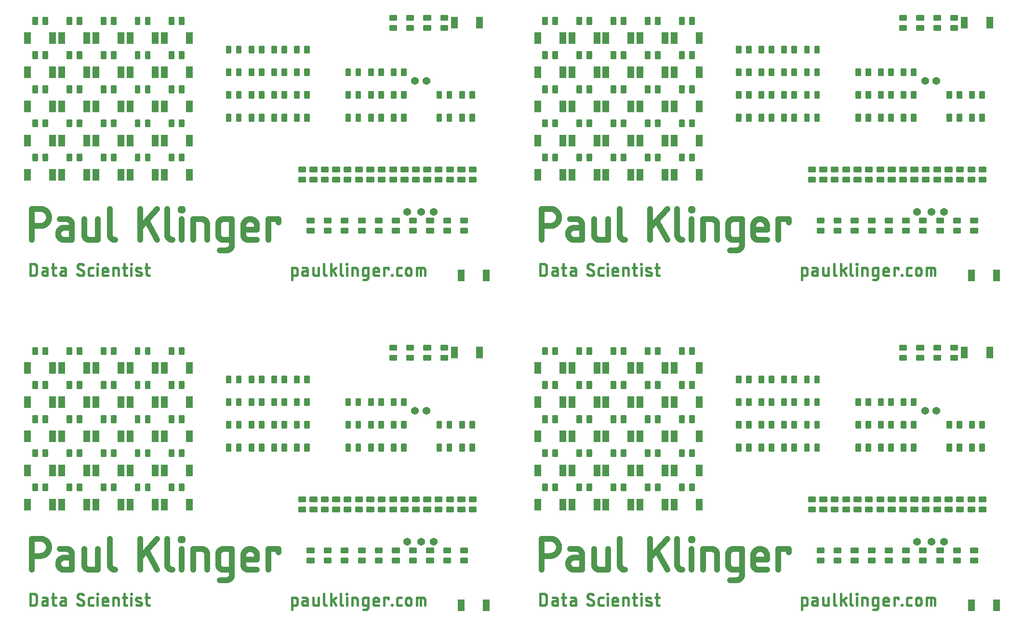
<source format=gts>
%MOIN*%
%OFA0B0*%
%FSLAX34Y34*%
%IPPOS*%
%LPD*%
%AMOC8*
5,1,8,0,0,$1,22.5*%
%AMOC80*
5,1,8,0,0,$1,22.5*%
%AMOC81*
5,1,8,0,0,$1,22.5*%
%AMOC80*
5,1,8,0,0,$1,22.5*%
%AMOC81*
5,1,8,0,0,$1,22.5*%
%AMOC80*
5,1,8,0,0,$1,22.5*%
%ADD10C,0.041000000000000009*%
%ADD11C,0.018000000000000002*%
%ADD12C,0.012869960629921261*%
%ADD13R,0.045338582677165354X0.082740157480314963*%
%ADD14C,0.054196850393700792*%
%ADD25C,0.041000000000000009*%
%ADD26C,0.018000000000000002*%
%ADD27C,0.012869960629921261*%
%ADD28R,0.045338582677165354X0.082740157480314963*%
%ADD29C,0.054196850393700792*%
%ADD30C,0.041000000000000009*%
%ADD31C,0.018000000000000002*%
%ADD32C,0.012869960629921261*%
%ADD33R,0.045338582677165354X0.082740157480314963*%
%ADD34C,0.054196850393700792*%
%ADD35C,0.041000000000000009*%
%ADD36C,0.018000000000000002*%
%ADD37C,0.012869960629921261*%
%ADD38R,0.045338582677165354X0.082740157480314963*%
%ADD39C,0.054196850393700792*%
G75*
G01*
D10*
X0036661Y0007685D02*
X0036661Y0009834D01*
X0037258Y0009834D01*
X0037273Y0009834D01*
X0037287Y0009833D01*
X0037302Y0009832D01*
X0037316Y0009831D01*
X0037331Y0009829D01*
X0037345Y0009827D01*
X0037359Y0009825D01*
X0037374Y0009823D01*
X0037388Y0009820D01*
X0037402Y0009816D01*
X0037416Y0009813D01*
X0037430Y0009809D01*
X0037444Y0009804D01*
X0037458Y0009800D01*
X0037471Y0009794D01*
X0037485Y0009789D01*
X0037498Y0009783D01*
X0037512Y0009777D01*
X0037525Y0009771D01*
X0037538Y0009764D01*
X0037550Y0009757D01*
X0037563Y0009750D01*
X0037575Y0009743D01*
X0037587Y0009735D01*
X0037600Y0009727D01*
X0037611Y0009718D01*
X0037623Y0009709D01*
X0037634Y0009700D01*
X0037646Y0009691D01*
X0037657Y0009682D01*
X0037667Y0009672D01*
X0037678Y0009662D01*
X0037688Y0009651D01*
X0037698Y0009641D01*
X0037708Y0009630D01*
X0037717Y0009619D01*
X0037726Y0009607D01*
X0037735Y0009596D01*
X0037744Y0009584D01*
X0037752Y0009572D01*
X0037760Y0009560D01*
X0037768Y0009548D01*
X0037775Y0009535D01*
X0037782Y0009523D01*
X0037789Y0009510D01*
X0037796Y0009497D01*
X0037802Y0009484D01*
X0037808Y0009470D01*
X0037813Y0009457D01*
X0037818Y0009443D01*
X0037823Y0009430D01*
X0037828Y0009416D01*
X0037832Y0009402D01*
X0037836Y0009388D01*
X0037839Y0009374D01*
X0037842Y0009360D01*
X0037845Y0009345D01*
X0037848Y0009331D01*
X0037850Y0009317D01*
X0037852Y0009302D01*
X0037853Y0009288D01*
X0037854Y0009273D01*
X0037855Y0009259D01*
X0037855Y0009244D01*
X0037855Y0009230D01*
X0037855Y0009215D01*
X0037854Y0009201D01*
X0037853Y0009186D01*
X0037852Y0009172D01*
X0037850Y0009157D01*
X0037848Y0009143D01*
X0037845Y0009128D01*
X0037842Y0009114D01*
X0037839Y0009100D01*
X0037836Y0009086D01*
X0037832Y0009072D01*
X0037828Y0009058D01*
X0037823Y0009044D01*
X0037818Y0009030D01*
X0037813Y0009017D01*
X0037808Y0009003D01*
X0037802Y0008990D01*
X0037796Y0008977D01*
X0037789Y0008964D01*
X0037782Y0008951D01*
X0037775Y0008938D01*
X0037768Y0008926D01*
X0037760Y0008914D01*
X0037752Y0008901D01*
X0037744Y0008890D01*
X0037735Y0008878D01*
X0037726Y0008866D01*
X0037717Y0008855D01*
X0037708Y0008844D01*
X0037698Y0008833D01*
X0037688Y0008823D01*
X0037678Y0008812D01*
X0037667Y0008802D01*
X0037657Y0008792D01*
X0037646Y0008783D01*
X0037634Y0008773D01*
X0037623Y0008764D01*
X0037611Y0008756D01*
X0037600Y0008747D01*
X0037587Y0008739D01*
X0037575Y0008731D01*
X0037563Y0008724D01*
X0037550Y0008716D01*
X0037538Y0008709D01*
X0037525Y0008703D01*
X0037512Y0008696D01*
X0037498Y0008690D01*
X0037485Y0008685D01*
X0037471Y0008679D01*
X0037458Y0008674D01*
X0037444Y0008670D01*
X0037430Y0008665D01*
X0037416Y0008661D01*
X0037402Y0008658D01*
X0037388Y0008654D01*
X0037374Y0008651D01*
X0037359Y0008649D01*
X0037345Y0008646D01*
X0037331Y0008644D01*
X0037316Y0008643D01*
X0037302Y0008641D01*
X0037287Y0008641D01*
X0037273Y0008640D01*
X0037258Y0008640D01*
X0036661Y0008640D01*
X0038907Y0008521D02*
X0039444Y0008521D01*
X0038907Y0008521D02*
X0038896Y0008520D01*
X0038886Y0008520D01*
X0038876Y0008519D01*
X0038866Y0008519D01*
X0038856Y0008517D01*
X0038846Y0008516D01*
X0038836Y0008515D01*
X0038826Y0008513D01*
X0038816Y0008511D01*
X0038806Y0008508D01*
X0038796Y0008506D01*
X0038786Y0008503D01*
X0038777Y0008500D01*
X0038767Y0008497D01*
X0038757Y0008493D01*
X0038748Y0008489D01*
X0038739Y0008485D01*
X0038729Y0008481D01*
X0038720Y0008477D01*
X0038711Y0008472D01*
X0038702Y0008467D01*
X0038693Y0008462D01*
X0038685Y0008457D01*
X0038676Y0008451D01*
X0038668Y0008445D01*
X0038659Y0008440D01*
X0038651Y0008433D01*
X0038643Y0008427D01*
X0038635Y0008421D01*
X0038628Y0008414D01*
X0038620Y0008407D01*
X0038613Y0008400D01*
X0038606Y0008393D01*
X0038599Y0008385D01*
X0038592Y0008378D01*
X0038585Y0008370D01*
X0038579Y0008362D01*
X0038573Y0008354D01*
X0038567Y0008346D01*
X0038561Y0008337D01*
X0038555Y0008329D01*
X0038550Y0008320D01*
X0038545Y0008312D01*
X0038540Y0008303D01*
X0038535Y0008294D01*
X0038530Y0008285D01*
X0038526Y0008275D01*
X0038522Y0008266D01*
X0038518Y0008257D01*
X0038515Y0008247D01*
X0038511Y0008238D01*
X0038508Y0008228D01*
X0038505Y0008218D01*
X0038502Y0008208D01*
X0038500Y0008198D01*
X0038498Y0008189D01*
X0038496Y0008179D01*
X0038494Y0008169D01*
X0038492Y0008158D01*
X0038491Y0008148D01*
X0038490Y0008138D01*
X0038490Y0008128D01*
X0038489Y0008118D01*
X0038489Y0008108D01*
X0038489Y0008098D01*
X0038489Y0008087D01*
X0038490Y0008077D01*
X0038490Y0008067D01*
X0038491Y0008057D01*
X0038492Y0008047D01*
X0038494Y0008037D01*
X0038496Y0008027D01*
X0038498Y0008017D01*
X0038500Y0008007D01*
X0038502Y0007997D01*
X0038505Y0007987D01*
X0038508Y0007977D01*
X0038511Y0007968D01*
X0038515Y0007958D01*
X0038518Y0007949D01*
X0038522Y0007939D01*
X0038526Y0007930D01*
X0038530Y0007921D01*
X0038535Y0007912D01*
X0038540Y0007903D01*
X0038545Y0007894D01*
X0038550Y0007885D01*
X0038555Y0007876D01*
X0038561Y0007868D01*
X0038567Y0007860D01*
X0038573Y0007851D01*
X0038579Y0007843D01*
X0038585Y0007835D01*
X0038592Y0007828D01*
X0038599Y0007820D01*
X0038606Y0007813D01*
X0038613Y0007805D01*
X0038620Y0007798D01*
X0038628Y0007791D01*
X0038635Y0007785D01*
X0038643Y0007778D01*
X0038651Y0007772D01*
X0038659Y0007766D01*
X0038668Y0007760D01*
X0038676Y0007754D01*
X0038685Y0007749D01*
X0038693Y0007743D01*
X0038702Y0007738D01*
X0038711Y0007733D01*
X0038720Y0007729D01*
X0038729Y0007724D01*
X0038739Y0007720D01*
X0038748Y0007716D01*
X0038757Y0007712D01*
X0038767Y0007709D01*
X0038777Y0007706D01*
X0038786Y0007703D01*
X0038796Y0007700D01*
X0038806Y0007697D01*
X0038816Y0007695D01*
X0038826Y0007693D01*
X0038836Y0007691D01*
X0038846Y0007689D01*
X0038856Y0007688D01*
X0038866Y0007687D01*
X0038876Y0007686D01*
X0038886Y0007685D01*
X0038896Y0007685D01*
X0038907Y0007685D01*
X0039444Y0007685D01*
X0039444Y0008759D01*
X0039444Y0008759D02*
X0039444Y0008768D01*
X0039443Y0008777D01*
X0039443Y0008785D01*
X0039442Y0008794D01*
X0039441Y0008803D01*
X0039440Y0008811D01*
X0039439Y0008820D01*
X0039437Y0008828D01*
X0039435Y0008837D01*
X0039434Y0008845D01*
X0039431Y0008853D01*
X0039429Y0008862D01*
X0039426Y0008870D01*
X0039424Y0008878D01*
X0039421Y0008886D01*
X0039417Y0008894D01*
X0039414Y0008902D01*
X0039411Y0008910D01*
X0039407Y0008918D01*
X0039403Y0008926D01*
X0039399Y0008933D01*
X0039394Y0008941D01*
X0039390Y0008948D01*
X0039385Y0008956D01*
X0039381Y0008963D01*
X0039375Y0008970D01*
X0039370Y0008977D01*
X0039365Y0008984D01*
X0039360Y0008990D01*
X0039354Y0008997D01*
X0039348Y0009003D01*
X0039342Y0009010D01*
X0039336Y0009016D01*
X0039330Y0009022D01*
X0039323Y0009027D01*
X0039317Y0009033D01*
X0039310Y0009039D01*
X0039303Y0009044D01*
X0039296Y0009049D01*
X0039289Y0009054D01*
X0039282Y0009059D01*
X0039275Y0009064D01*
X0039267Y0009068D01*
X0039260Y0009072D01*
X0039252Y0009076D01*
X0039244Y0009080D01*
X0039237Y0009084D01*
X0039229Y0009088D01*
X0039221Y0009091D01*
X0039213Y0009094D01*
X0039205Y0009097D01*
X0039196Y0009100D01*
X0039188Y0009103D01*
X0039180Y0009105D01*
X0039171Y0009107D01*
X0039163Y0009109D01*
X0039155Y0009111D01*
X0039146Y0009112D01*
X0039137Y0009114D01*
X0039129Y0009115D01*
X0039120Y0009116D01*
X0039112Y0009117D01*
X0039103Y0009117D01*
X0039094Y0009117D01*
X0039086Y0009118D01*
X0038608Y0009118D01*
X0040285Y0009118D02*
X0040285Y0008043D01*
X0040285Y0008034D01*
X0040285Y0008026D01*
X0040286Y0008017D01*
X0040287Y0008008D01*
X0040288Y0008000D01*
X0040289Y0007991D01*
X0040290Y0007983D01*
X0040292Y0007974D01*
X0040293Y0007966D01*
X0040295Y0007957D01*
X0040298Y0007949D01*
X0040300Y0007941D01*
X0040302Y0007932D01*
X0040305Y0007924D01*
X0040308Y0007916D01*
X0040311Y0007908D01*
X0040315Y0007900D01*
X0040318Y0007892D01*
X0040322Y0007884D01*
X0040326Y0007877D01*
X0040330Y0007869D01*
X0040334Y0007861D01*
X0040339Y0007854D01*
X0040344Y0007847D01*
X0040348Y0007840D01*
X0040353Y0007832D01*
X0040359Y0007826D01*
X0040364Y0007819D01*
X0040369Y0007812D01*
X0040375Y0007805D01*
X0040381Y0007799D01*
X0040387Y0007793D01*
X0040393Y0007787D01*
X0040399Y0007781D01*
X0040406Y0007775D01*
X0040412Y0007769D01*
X0040419Y0007764D01*
X0040426Y0007758D01*
X0040433Y0007753D01*
X0040440Y0007748D01*
X0040447Y0007743D01*
X0040454Y0007739D01*
X0040462Y0007734D01*
X0040469Y0007730D01*
X0040477Y0007726D01*
X0040484Y0007722D01*
X0040492Y0007718D01*
X0040500Y0007715D01*
X0040508Y0007711D01*
X0040516Y0007708D01*
X0040524Y0007705D01*
X0040532Y0007702D01*
X0040541Y0007700D01*
X0040549Y0007697D01*
X0040557Y0007695D01*
X0040566Y0007693D01*
X0040574Y0007691D01*
X0040583Y0007690D01*
X0040591Y0007689D01*
X0040600Y0007687D01*
X0040609Y0007686D01*
X0040617Y0007686D01*
X0040626Y0007685D01*
X0040635Y0007685D01*
X0040643Y0007685D01*
X0041240Y0007685D01*
X0041240Y0009118D01*
X0042059Y0009834D02*
X0042059Y0008043D01*
X0042059Y0008034D01*
X0042060Y0008026D01*
X0042060Y0008017D01*
X0042061Y0008008D01*
X0042062Y0008000D01*
X0042063Y0007991D01*
X0042064Y0007983D01*
X0042066Y0007974D01*
X0042068Y0007966D01*
X0042070Y0007957D01*
X0042072Y0007949D01*
X0042074Y0007941D01*
X0042077Y0007932D01*
X0042080Y0007924D01*
X0042082Y0007916D01*
X0042086Y0007908D01*
X0042089Y0007900D01*
X0042093Y0007892D01*
X0042096Y0007884D01*
X0042100Y0007877D01*
X0042104Y0007869D01*
X0042109Y0007861D01*
X0042113Y0007854D01*
X0042118Y0007847D01*
X0042123Y0007840D01*
X0042128Y0007832D01*
X0042133Y0007826D01*
X0042138Y0007819D01*
X0042144Y0007812D01*
X0042149Y0007805D01*
X0042155Y0007799D01*
X0042161Y0007793D01*
X0042167Y0007787D01*
X0042173Y0007781D01*
X0042180Y0007775D01*
X0042186Y0007769D01*
X0042193Y0007764D01*
X0042200Y0007758D01*
X0042207Y0007753D01*
X0042214Y0007748D01*
X0042221Y0007743D01*
X0042228Y0007739D01*
X0042236Y0007734D01*
X0042243Y0007730D01*
X0042251Y0007726D01*
X0042259Y0007722D01*
X0042266Y0007718D01*
X0042274Y0007715D01*
X0042282Y0007711D01*
X0042290Y0007708D01*
X0042298Y0007705D01*
X0042307Y0007702D01*
X0042315Y0007700D01*
X0042323Y0007697D01*
X0042332Y0007695D01*
X0042340Y0007693D01*
X0042349Y0007691D01*
X0042357Y0007690D01*
X0042366Y0007689D01*
X0042374Y0007687D01*
X0042383Y0007686D01*
X0042391Y0007686D01*
X0042400Y0007685D01*
X0042409Y0007685D01*
X0042417Y0007685D01*
X0044146Y0007685D02*
X0044146Y0009834D01*
X0045340Y0009834D02*
X0044146Y0008521D01*
X0044624Y0008998D02*
X0045340Y0007685D01*
X0046026Y0008043D02*
X0046026Y0009834D01*
X0046026Y0008043D02*
X0046026Y0008034D01*
X0046026Y0008026D01*
X0046027Y0008017D01*
X0046027Y0008008D01*
X0046028Y0008000D01*
X0046029Y0007991D01*
X0046031Y0007983D01*
X0046032Y0007974D01*
X0046034Y0007966D01*
X0046036Y0007957D01*
X0046038Y0007949D01*
X0046041Y0007941D01*
X0046043Y0007932D01*
X0046046Y0007924D01*
X0046049Y0007916D01*
X0046052Y0007908D01*
X0046056Y0007900D01*
X0046059Y0007892D01*
X0046063Y0007884D01*
X0046067Y0007877D01*
X0046071Y0007869D01*
X0046075Y0007861D01*
X0046080Y0007854D01*
X0046084Y0007847D01*
X0046089Y0007840D01*
X0046094Y0007832D01*
X0046099Y0007826D01*
X0046105Y0007819D01*
X0046110Y0007812D01*
X0046116Y0007805D01*
X0046122Y0007799D01*
X0046128Y0007793D01*
X0046134Y0007787D01*
X0046140Y0007781D01*
X0046146Y0007775D01*
X0046153Y0007769D01*
X0046160Y0007764D01*
X0046166Y0007758D01*
X0046173Y0007753D01*
X0046180Y0007748D01*
X0046188Y0007743D01*
X0046195Y0007739D01*
X0046202Y0007734D01*
X0046210Y0007730D01*
X0046217Y0007726D01*
X0046225Y0007722D01*
X0046233Y0007718D01*
X0046241Y0007715D01*
X0046249Y0007711D01*
X0046257Y0007708D01*
X0046265Y0007705D01*
X0046273Y0007702D01*
X0046281Y0007700D01*
X0046290Y0007697D01*
X0046298Y0007695D01*
X0046307Y0007693D01*
X0046315Y0007691D01*
X0046324Y0007690D01*
X0046332Y0007689D01*
X0046341Y0007687D01*
X0046349Y0007686D01*
X0046358Y0007686D01*
X0046367Y0007685D01*
X0046375Y0007685D01*
X0046384Y0007685D01*
X0047032Y0007685D02*
X0047032Y0009118D01*
X0046973Y0009714D02*
X0046973Y0009834D01*
X0047092Y0009834D01*
X0047092Y0009714D01*
X0046973Y0009714D01*
X0047834Y0009118D02*
X0047834Y0007685D01*
X0047834Y0009118D02*
X0048431Y0009118D01*
X0048440Y0009117D01*
X0048449Y0009117D01*
X0048457Y0009117D01*
X0048466Y0009116D01*
X0048475Y0009115D01*
X0048484Y0009114D01*
X0048492Y0009112D01*
X0048501Y0009111D01*
X0048510Y0009109D01*
X0048518Y0009107D01*
X0048527Y0009105D01*
X0048535Y0009102D01*
X0048544Y0009099D01*
X0048552Y0009097D01*
X0048560Y0009094D01*
X0048568Y0009090D01*
X0048576Y0009087D01*
X0048584Y0009083D01*
X0048592Y0009079D01*
X0048600Y0009075D01*
X0048608Y0009071D01*
X0048615Y0009067D01*
X0048623Y0009062D01*
X0048630Y0009057D01*
X0048637Y0009052D01*
X0048645Y0009047D01*
X0048652Y0009042D01*
X0048658Y0009036D01*
X0048665Y0009031D01*
X0048672Y0009025D01*
X0048678Y0009019D01*
X0048684Y0009013D01*
X0048691Y0009006D01*
X0048697Y0009000D01*
X0048702Y0008993D01*
X0048708Y0008987D01*
X0048714Y0008980D01*
X0048719Y0008973D01*
X0048724Y0008966D01*
X0048729Y0008958D01*
X0048734Y0008951D01*
X0048738Y0008943D01*
X0048743Y0008936D01*
X0048747Y0008928D01*
X0048751Y0008920D01*
X0048755Y0008912D01*
X0048759Y0008905D01*
X0048762Y0008896D01*
X0048765Y0008888D01*
X0048768Y0008880D01*
X0048771Y0008872D01*
X0048774Y0008863D01*
X0048776Y0008855D01*
X0048779Y0008846D01*
X0048781Y0008838D01*
X0048782Y0008829D01*
X0048784Y0008821D01*
X0048785Y0008812D01*
X0048787Y0008803D01*
X0048788Y0008794D01*
X0048788Y0008786D01*
X0048789Y0008777D01*
X0048789Y0008768D01*
X0048789Y0008759D01*
X0048789Y0008759D02*
X0048789Y0007685D01*
X0049915Y0007685D02*
X0050512Y0007685D01*
X0049915Y0007685D02*
X0049906Y0007685D01*
X0049897Y0007685D01*
X0049889Y0007686D01*
X0049880Y0007686D01*
X0049872Y0007687D01*
X0049863Y0007689D01*
X0049855Y0007690D01*
X0049846Y0007691D01*
X0049838Y0007693D01*
X0049829Y0007695D01*
X0049821Y0007697D01*
X0049812Y0007700D01*
X0049804Y0007702D01*
X0049796Y0007705D01*
X0049788Y0007708D01*
X0049780Y0007711D01*
X0049772Y0007715D01*
X0049764Y0007718D01*
X0049756Y0007722D01*
X0049748Y0007726D01*
X0049741Y0007730D01*
X0049733Y0007734D01*
X0049726Y0007739D01*
X0049719Y0007743D01*
X0049711Y0007748D01*
X0049704Y0007753D01*
X0049697Y0007758D01*
X0049691Y0007764D01*
X0049684Y0007769D01*
X0049677Y0007775D01*
X0049671Y0007781D01*
X0049665Y0007787D01*
X0049658Y0007793D01*
X0049653Y0007799D01*
X0049647Y0007805D01*
X0049641Y0007812D01*
X0049636Y0007819D01*
X0049630Y0007826D01*
X0049625Y0007832D01*
X0049620Y0007840D01*
X0049615Y0007847D01*
X0049611Y0007854D01*
X0049606Y0007861D01*
X0049602Y0007869D01*
X0049598Y0007877D01*
X0049594Y0007884D01*
X0049590Y0007892D01*
X0049586Y0007900D01*
X0049583Y0007908D01*
X0049580Y0007916D01*
X0049577Y0007924D01*
X0049574Y0007932D01*
X0049572Y0007941D01*
X0049569Y0007949D01*
X0049567Y0007957D01*
X0049565Y0007966D01*
X0049563Y0007974D01*
X0049562Y0007983D01*
X0049560Y0007991D01*
X0049559Y0008000D01*
X0049558Y0008008D01*
X0049558Y0008017D01*
X0049557Y0008026D01*
X0049557Y0008034D01*
X0049557Y0008043D01*
X0049557Y0008043D02*
X0049557Y0008759D01*
X0049557Y0008759D02*
X0049557Y0008768D01*
X0049557Y0008777D01*
X0049558Y0008785D01*
X0049558Y0008794D01*
X0049559Y0008803D01*
X0049560Y0008811D01*
X0049562Y0008820D01*
X0049563Y0008828D01*
X0049565Y0008837D01*
X0049567Y0008845D01*
X0049569Y0008853D01*
X0049572Y0008862D01*
X0049574Y0008870D01*
X0049577Y0008878D01*
X0049580Y0008886D01*
X0049583Y0008894D01*
X0049586Y0008902D01*
X0049590Y0008910D01*
X0049594Y0008918D01*
X0049598Y0008926D01*
X0049602Y0008933D01*
X0049606Y0008941D01*
X0049611Y0008948D01*
X0049615Y0008956D01*
X0049620Y0008963D01*
X0049625Y0008970D01*
X0049630Y0008977D01*
X0049636Y0008984D01*
X0049641Y0008990D01*
X0049647Y0008997D01*
X0049653Y0009003D01*
X0049658Y0009010D01*
X0049665Y0009016D01*
X0049671Y0009022D01*
X0049677Y0009027D01*
X0049684Y0009033D01*
X0049691Y0009039D01*
X0049697Y0009044D01*
X0049704Y0009049D01*
X0049711Y0009054D01*
X0049719Y0009059D01*
X0049726Y0009064D01*
X0049733Y0009068D01*
X0049741Y0009072D01*
X0049748Y0009076D01*
X0049756Y0009080D01*
X0049764Y0009084D01*
X0049772Y0009088D01*
X0049780Y0009091D01*
X0049788Y0009094D01*
X0049796Y0009097D01*
X0049804Y0009100D01*
X0049812Y0009103D01*
X0049821Y0009105D01*
X0049829Y0009107D01*
X0049838Y0009109D01*
X0049846Y0009111D01*
X0049855Y0009112D01*
X0049863Y0009114D01*
X0049872Y0009115D01*
X0049880Y0009116D01*
X0049889Y0009117D01*
X0049897Y0009117D01*
X0049906Y0009117D01*
X0049915Y0009118D01*
X0050512Y0009118D01*
X0050512Y0007327D01*
X0050512Y0007318D01*
X0050511Y0007309D01*
X0050511Y0007301D01*
X0050510Y0007292D01*
X0050509Y0007283D01*
X0050508Y0007275D01*
X0050507Y0007266D01*
X0050505Y0007258D01*
X0050503Y0007249D01*
X0050501Y0007241D01*
X0050499Y0007233D01*
X0050497Y0007224D01*
X0050494Y0007216D01*
X0050491Y0007208D01*
X0050489Y0007200D01*
X0050485Y0007192D01*
X0050482Y0007184D01*
X0050478Y0007176D01*
X0050475Y0007168D01*
X0050471Y0007160D01*
X0050467Y0007153D01*
X0050462Y0007145D01*
X0050458Y0007138D01*
X0050453Y0007130D01*
X0050448Y0007123D01*
X0050443Y0007116D01*
X0050438Y0007109D01*
X0050433Y0007102D01*
X0050427Y0007096D01*
X0050422Y0007089D01*
X0050416Y0007083D01*
X0050410Y0007076D01*
X0050404Y0007070D01*
X0050398Y0007064D01*
X0050391Y0007059D01*
X0050385Y0007053D01*
X0050378Y0007047D01*
X0050371Y0007042D01*
X0050364Y0007037D01*
X0050357Y0007032D01*
X0050350Y0007027D01*
X0050343Y0007022D01*
X0050335Y0007018D01*
X0050328Y0007014D01*
X0050320Y0007009D01*
X0050312Y0007005D01*
X0050305Y0007002D01*
X0050297Y0006998D01*
X0050289Y0006995D01*
X0050281Y0006992D01*
X0050272Y0006989D01*
X0050264Y0006986D01*
X0050256Y0006983D01*
X0050248Y0006981D01*
X0050239Y0006979D01*
X0050231Y0006977D01*
X0050222Y0006975D01*
X0050214Y0006974D01*
X0050205Y0006972D01*
X0050197Y0006971D01*
X0050188Y0006970D01*
X0050180Y0006969D01*
X0050171Y0006969D01*
X0050162Y0006969D01*
X0050154Y0006968D01*
X0050154Y0006968D02*
X0049676Y0006968D01*
X0051647Y0007685D02*
X0052244Y0007685D01*
X0051647Y0007685D02*
X0051638Y0007685D01*
X0051630Y0007685D01*
X0051621Y0007686D01*
X0051613Y0007686D01*
X0051604Y0007687D01*
X0051595Y0007689D01*
X0051587Y0007690D01*
X0051578Y0007691D01*
X0051570Y0007693D01*
X0051561Y0007695D01*
X0051553Y0007697D01*
X0051545Y0007700D01*
X0051536Y0007702D01*
X0051528Y0007705D01*
X0051520Y0007708D01*
X0051512Y0007711D01*
X0051504Y0007715D01*
X0051496Y0007718D01*
X0051488Y0007722D01*
X0051481Y0007726D01*
X0051473Y0007730D01*
X0051466Y0007734D01*
X0051458Y0007739D01*
X0051451Y0007743D01*
X0051444Y0007748D01*
X0051437Y0007753D01*
X0051430Y0007758D01*
X0051423Y0007764D01*
X0051416Y0007769D01*
X0051410Y0007775D01*
X0051403Y0007781D01*
X0051397Y0007787D01*
X0051391Y0007793D01*
X0051385Y0007799D01*
X0051379Y0007805D01*
X0051373Y0007812D01*
X0051368Y0007819D01*
X0051362Y0007826D01*
X0051357Y0007832D01*
X0051352Y0007840D01*
X0051347Y0007847D01*
X0051343Y0007854D01*
X0051338Y0007861D01*
X0051334Y0007869D01*
X0051330Y0007877D01*
X0051326Y0007884D01*
X0051322Y0007892D01*
X0051319Y0007900D01*
X0051315Y0007908D01*
X0051312Y0007916D01*
X0051309Y0007924D01*
X0051306Y0007932D01*
X0051304Y0007941D01*
X0051302Y0007949D01*
X0051299Y0007957D01*
X0051297Y0007966D01*
X0051296Y0007974D01*
X0051294Y0007983D01*
X0051293Y0007991D01*
X0051292Y0008000D01*
X0051291Y0008008D01*
X0051290Y0008017D01*
X0051289Y0008026D01*
X0051289Y0008034D01*
X0051289Y0008043D01*
X0051289Y0008640D01*
X0051289Y0008652D01*
X0051289Y0008663D01*
X0051290Y0008675D01*
X0051291Y0008686D01*
X0051292Y0008698D01*
X0051294Y0008709D01*
X0051296Y0008721D01*
X0051298Y0008732D01*
X0051300Y0008744D01*
X0051303Y0008755D01*
X0051306Y0008766D01*
X0051309Y0008778D01*
X0051313Y0008789D01*
X0051316Y0008800D01*
X0051320Y0008811D01*
X0051325Y0008821D01*
X0051329Y0008832D01*
X0051334Y0008843D01*
X0051339Y0008853D01*
X0051344Y0008863D01*
X0051350Y0008874D01*
X0051356Y0008884D01*
X0051362Y0008894D01*
X0051368Y0008903D01*
X0051375Y0008913D01*
X0051381Y0008923D01*
X0051388Y0008932D01*
X0051396Y0008941D01*
X0051403Y0008950D01*
X0051411Y0008959D01*
X0051419Y0008967D01*
X0051427Y0008976D01*
X0051435Y0008984D01*
X0051443Y0008992D01*
X0051452Y0008999D01*
X0051461Y0009007D01*
X0051470Y0009014D01*
X0051479Y0009021D01*
X0051489Y0009028D01*
X0051498Y0009035D01*
X0051508Y0009041D01*
X0051518Y0009048D01*
X0051528Y0009054D01*
X0051538Y0009059D01*
X0051548Y0009065D01*
X0051559Y0009070D01*
X0051569Y0009075D01*
X0051580Y0009079D01*
X0051590Y0009084D01*
X0051601Y0009088D01*
X0051612Y0009092D01*
X0051623Y0009096D01*
X0051634Y0009099D01*
X0051646Y0009102D01*
X0051657Y0009105D01*
X0051668Y0009107D01*
X0051680Y0009110D01*
X0051691Y0009112D01*
X0051703Y0009113D01*
X0051714Y0009115D01*
X0051726Y0009116D01*
X0051737Y0009117D01*
X0051749Y0009117D01*
X0051761Y0009117D01*
X0051772Y0009117D01*
X0051784Y0009117D01*
X0051796Y0009117D01*
X0051807Y0009116D01*
X0051819Y0009115D01*
X0051830Y0009113D01*
X0051842Y0009112D01*
X0051853Y0009110D01*
X0051865Y0009107D01*
X0051876Y0009105D01*
X0051887Y0009102D01*
X0051898Y0009099D01*
X0051910Y0009096D01*
X0051921Y0009092D01*
X0051932Y0009088D01*
X0051942Y0009084D01*
X0051953Y0009079D01*
X0051964Y0009075D01*
X0051974Y0009070D01*
X0051985Y0009065D01*
X0051995Y0009059D01*
X0052005Y0009054D01*
X0052015Y0009048D01*
X0052025Y0009041D01*
X0052035Y0009035D01*
X0052044Y0009028D01*
X0052054Y0009021D01*
X0052063Y0009014D01*
X0052072Y0009007D01*
X0052081Y0008999D01*
X0052089Y0008992D01*
X0052098Y0008984D01*
X0052106Y0008976D01*
X0052114Y0008967D01*
X0052122Y0008959D01*
X0052130Y0008950D01*
X0052137Y0008941D01*
X0052144Y0008932D01*
X0052151Y0008923D01*
X0052158Y0008913D01*
X0052165Y0008903D01*
X0052171Y0008894D01*
X0052177Y0008884D01*
X0052183Y0008874D01*
X0052188Y0008863D01*
X0052194Y0008853D01*
X0052199Y0008843D01*
X0052204Y0008832D01*
X0052208Y0008821D01*
X0052213Y0008811D01*
X0052217Y0008800D01*
X0052220Y0008789D01*
X0052224Y0008778D01*
X0052227Y0008766D01*
X0052230Y0008755D01*
X0052233Y0008744D01*
X0052235Y0008732D01*
X0052237Y0008721D01*
X0052239Y0008709D01*
X0052240Y0008698D01*
X0052242Y0008686D01*
X0052243Y0008675D01*
X0052243Y0008663D01*
X0052244Y0008652D01*
X0052244Y0008640D01*
X0052244Y0008401D01*
X0051289Y0008401D01*
X0053023Y0007685D02*
X0053023Y0009118D01*
X0053739Y0009118D01*
X0053739Y0008879D01*
D11*
X0054656Y0005754D02*
X0054656Y0004934D01*
X0054656Y0005754D02*
X0054884Y0005754D01*
X0054889Y0005754D01*
X0054893Y0005754D01*
X0054898Y0005754D01*
X0054902Y0005753D01*
X0054907Y0005752D01*
X0054911Y0005752D01*
X0054916Y0005751D01*
X0054920Y0005749D01*
X0054925Y0005748D01*
X0054929Y0005747D01*
X0054933Y0005745D01*
X0054938Y0005743D01*
X0054942Y0005742D01*
X0054946Y0005740D01*
X0054950Y0005737D01*
X0054954Y0005735D01*
X0054958Y0005733D01*
X0054962Y0005730D01*
X0054965Y0005728D01*
X0054969Y0005725D01*
X0054972Y0005722D01*
X0054976Y0005719D01*
X0054979Y0005716D01*
X0054982Y0005713D01*
X0054986Y0005709D01*
X0054989Y0005706D01*
X0054991Y0005702D01*
X0054994Y0005699D01*
X0054997Y0005695D01*
X0054999Y0005691D01*
X0055002Y0005687D01*
X0055004Y0005683D01*
X0055006Y0005679D01*
X0055008Y0005675D01*
X0055010Y0005671D01*
X0055012Y0005667D01*
X0055013Y0005662D01*
X0055015Y0005658D01*
X0055016Y0005654D01*
X0055017Y0005649D01*
X0055018Y0005645D01*
X0055019Y0005640D01*
X0055020Y0005636D01*
X0055020Y0005631D01*
X0055021Y0005627D01*
X0055021Y0005622D01*
X0055021Y0005618D01*
X0055021Y0005344D01*
X0055021Y0005340D01*
X0055021Y0005335D01*
X0055020Y0005331D01*
X0055020Y0005326D01*
X0055019Y0005322D01*
X0055018Y0005317D01*
X0055017Y0005313D01*
X0055016Y0005308D01*
X0055015Y0005304D01*
X0055013Y0005299D01*
X0055012Y0005295D01*
X0055010Y0005291D01*
X0055008Y0005287D01*
X0055006Y0005283D01*
X0055004Y0005279D01*
X0055002Y0005275D01*
X0054999Y0005271D01*
X0054997Y0005267D01*
X0054994Y0005263D01*
X0054991Y0005260D01*
X0054989Y0005256D01*
X0054986Y0005253D01*
X0054982Y0005249D01*
X0054979Y0005246D01*
X0054976Y0005243D01*
X0054972Y0005240D01*
X0054969Y0005237D01*
X0054965Y0005234D01*
X0054962Y0005232D01*
X0054958Y0005229D01*
X0054954Y0005227D01*
X0054950Y0005224D01*
X0054946Y0005222D01*
X0054942Y0005220D01*
X0054938Y0005218D01*
X0054933Y0005217D01*
X0054929Y0005215D01*
X0054925Y0005214D01*
X0054920Y0005212D01*
X0054916Y0005211D01*
X0054911Y0005210D01*
X0054907Y0005210D01*
X0054902Y0005209D01*
X0054898Y0005208D01*
X0054893Y0005208D01*
X0054889Y0005208D01*
X0054884Y0005208D01*
X0054656Y0005208D01*
X0055518Y0005527D02*
X0055723Y0005527D01*
X0055518Y0005527D02*
X0055513Y0005526D01*
X0055508Y0005526D01*
X0055503Y0005526D01*
X0055498Y0005525D01*
X0055493Y0005525D01*
X0055489Y0005524D01*
X0055484Y0005523D01*
X0055479Y0005522D01*
X0055474Y0005520D01*
X0055469Y0005519D01*
X0055465Y0005517D01*
X0055460Y0005516D01*
X0055455Y0005514D01*
X0055451Y0005512D01*
X0055446Y0005509D01*
X0055442Y0005507D01*
X0055438Y0005505D01*
X0055433Y0005502D01*
X0055429Y0005499D01*
X0055425Y0005497D01*
X0055421Y0005494D01*
X0055417Y0005491D01*
X0055414Y0005487D01*
X0055410Y0005484D01*
X0055406Y0005481D01*
X0055403Y0005477D01*
X0055399Y0005474D01*
X0055396Y0005470D01*
X0055393Y0005466D01*
X0055390Y0005462D01*
X0055387Y0005458D01*
X0055384Y0005454D01*
X0055382Y0005450D01*
X0055379Y0005445D01*
X0055377Y0005441D01*
X0055375Y0005437D01*
X0055373Y0005432D01*
X0055371Y0005427D01*
X0055369Y0005423D01*
X0055367Y0005418D01*
X0055366Y0005413D01*
X0055364Y0005409D01*
X0055363Y0005404D01*
X0055362Y0005399D01*
X0055361Y0005394D01*
X0055360Y0005389D01*
X0055360Y0005384D01*
X0055359Y0005379D01*
X0055359Y0005375D01*
X0055359Y0005370D01*
X0055359Y0005365D01*
X0055359Y0005360D01*
X0055359Y0005355D01*
X0055360Y0005350D01*
X0055360Y0005345D01*
X0055361Y0005340D01*
X0055362Y0005335D01*
X0055363Y0005330D01*
X0055364Y0005325D01*
X0055366Y0005321D01*
X0055367Y0005316D01*
X0055369Y0005311D01*
X0055371Y0005307D01*
X0055373Y0005302D01*
X0055375Y0005298D01*
X0055377Y0005293D01*
X0055379Y0005289D01*
X0055382Y0005285D01*
X0055384Y0005280D01*
X0055387Y0005276D01*
X0055390Y0005272D01*
X0055393Y0005268D01*
X0055396Y0005264D01*
X0055399Y0005261D01*
X0055403Y0005257D01*
X0055406Y0005253D01*
X0055410Y0005250D01*
X0055414Y0005247D01*
X0055417Y0005244D01*
X0055421Y0005240D01*
X0055425Y0005237D01*
X0055429Y0005235D01*
X0055433Y0005232D01*
X0055438Y0005229D01*
X0055442Y0005227D01*
X0055446Y0005225D01*
X0055451Y0005222D01*
X0055455Y0005220D01*
X0055460Y0005219D01*
X0055465Y0005217D01*
X0055469Y0005215D01*
X0055474Y0005214D01*
X0055479Y0005213D01*
X0055484Y0005211D01*
X0055489Y0005210D01*
X0055493Y0005210D01*
X0055498Y0005209D01*
X0055503Y0005208D01*
X0055508Y0005208D01*
X0055513Y0005208D01*
X0055518Y0005208D01*
X0055723Y0005208D01*
X0055723Y0005618D01*
X0055723Y0005622D01*
X0055723Y0005627D01*
X0055722Y0005631D01*
X0055722Y0005636D01*
X0055721Y0005640D01*
X0055720Y0005645D01*
X0055719Y0005649D01*
X0055718Y0005654D01*
X0055717Y0005658D01*
X0055716Y0005662D01*
X0055714Y0005667D01*
X0055712Y0005671D01*
X0055710Y0005675D01*
X0055708Y0005679D01*
X0055706Y0005683D01*
X0055704Y0005687D01*
X0055702Y0005691D01*
X0055699Y0005695D01*
X0055697Y0005699D01*
X0055694Y0005702D01*
X0055691Y0005706D01*
X0055688Y0005709D01*
X0055685Y0005713D01*
X0055682Y0005716D01*
X0055678Y0005719D01*
X0055675Y0005722D01*
X0055671Y0005725D01*
X0055668Y0005728D01*
X0055664Y0005730D01*
X0055660Y0005733D01*
X0055656Y0005735D01*
X0055652Y0005737D01*
X0055648Y0005740D01*
X0055644Y0005742D01*
X0055640Y0005743D01*
X0055636Y0005745D01*
X0055631Y0005747D01*
X0055627Y0005748D01*
X0055623Y0005749D01*
X0055618Y0005751D01*
X0055614Y0005752D01*
X0055609Y0005752D01*
X0055605Y0005753D01*
X0055600Y0005754D01*
X0055596Y0005754D01*
X0055591Y0005754D01*
X0055587Y0005754D01*
X0055404Y0005754D01*
X0056131Y0005754D02*
X0056131Y0005344D01*
X0056131Y0005340D01*
X0056131Y0005335D01*
X0056132Y0005331D01*
X0056132Y0005326D01*
X0056133Y0005322D01*
X0056134Y0005317D01*
X0056135Y0005313D01*
X0056136Y0005308D01*
X0056137Y0005304D01*
X0056139Y0005299D01*
X0056140Y0005295D01*
X0056142Y0005291D01*
X0056144Y0005287D01*
X0056146Y0005283D01*
X0056148Y0005279D01*
X0056150Y0005275D01*
X0056152Y0005271D01*
X0056155Y0005267D01*
X0056158Y0005263D01*
X0056160Y0005260D01*
X0056163Y0005256D01*
X0056166Y0005253D01*
X0056169Y0005249D01*
X0056173Y0005246D01*
X0056176Y0005243D01*
X0056179Y0005240D01*
X0056183Y0005237D01*
X0056187Y0005234D01*
X0056190Y0005232D01*
X0056194Y0005229D01*
X0056198Y0005227D01*
X0056202Y0005224D01*
X0056206Y0005222D01*
X0056210Y0005220D01*
X0056214Y0005218D01*
X0056218Y0005217D01*
X0056223Y0005215D01*
X0056227Y0005214D01*
X0056232Y0005212D01*
X0056236Y0005211D01*
X0056240Y0005210D01*
X0056245Y0005210D01*
X0056249Y0005209D01*
X0056254Y0005208D01*
X0056258Y0005208D01*
X0056263Y0005208D01*
X0056268Y0005208D01*
X0056495Y0005208D01*
X0056495Y0005754D01*
X0056879Y0006028D02*
X0056879Y0005344D01*
X0056880Y0005340D01*
X0056880Y0005335D01*
X0056880Y0005331D01*
X0056881Y0005326D01*
X0056881Y0005322D01*
X0056882Y0005317D01*
X0056883Y0005313D01*
X0056884Y0005308D01*
X0056886Y0005304D01*
X0056887Y0005299D01*
X0056889Y0005295D01*
X0056890Y0005291D01*
X0056892Y0005287D01*
X0056894Y0005283D01*
X0056896Y0005279D01*
X0056899Y0005275D01*
X0056901Y0005271D01*
X0056903Y0005267D01*
X0056906Y0005263D01*
X0056909Y0005260D01*
X0056912Y0005256D01*
X0056915Y0005253D01*
X0056918Y0005249D01*
X0056921Y0005246D01*
X0056924Y0005243D01*
X0056928Y0005240D01*
X0056931Y0005237D01*
X0056935Y0005234D01*
X0056939Y0005232D01*
X0056943Y0005229D01*
X0056946Y0005227D01*
X0056950Y0005224D01*
X0056954Y0005222D01*
X0056959Y0005220D01*
X0056963Y0005218D01*
X0056967Y0005217D01*
X0056971Y0005215D01*
X0056976Y0005214D01*
X0056980Y0005212D01*
X0056984Y0005211D01*
X0056989Y0005210D01*
X0056993Y0005210D01*
X0056998Y0005209D01*
X0057002Y0005208D01*
X0057007Y0005208D01*
X0057012Y0005208D01*
X0057016Y0005208D01*
X0057348Y0005208D02*
X0057348Y0006028D01*
X0057713Y0005754D02*
X0057348Y0005481D01*
X0057508Y0005595D02*
X0057713Y0005208D01*
X0058030Y0005344D02*
X0058030Y0006028D01*
X0058030Y0005344D02*
X0058030Y0005340D01*
X0058031Y0005335D01*
X0058031Y0005331D01*
X0058031Y0005326D01*
X0058032Y0005322D01*
X0058033Y0005317D01*
X0058034Y0005313D01*
X0058035Y0005308D01*
X0058036Y0005304D01*
X0058038Y0005299D01*
X0058039Y0005295D01*
X0058041Y0005291D01*
X0058043Y0005287D01*
X0058045Y0005283D01*
X0058047Y0005279D01*
X0058049Y0005275D01*
X0058052Y0005271D01*
X0058054Y0005267D01*
X0058057Y0005263D01*
X0058060Y0005260D01*
X0058062Y0005256D01*
X0058066Y0005253D01*
X0058069Y0005249D01*
X0058072Y0005246D01*
X0058075Y0005243D01*
X0058079Y0005240D01*
X0058082Y0005237D01*
X0058086Y0005234D01*
X0058090Y0005232D01*
X0058093Y0005229D01*
X0058097Y0005227D01*
X0058101Y0005224D01*
X0058105Y0005222D01*
X0058109Y0005220D01*
X0058114Y0005218D01*
X0058118Y0005217D01*
X0058122Y0005215D01*
X0058126Y0005214D01*
X0058131Y0005212D01*
X0058135Y0005211D01*
X0058140Y0005210D01*
X0058144Y0005210D01*
X0058149Y0005209D01*
X0058153Y0005208D01*
X0058158Y0005208D01*
X0058162Y0005208D01*
X0058167Y0005208D01*
X0058450Y0005208D02*
X0058450Y0005754D01*
X0058428Y0005982D02*
X0058428Y0006028D01*
X0058473Y0006028D01*
X0058473Y0005982D01*
X0058428Y0005982D01*
X0058816Y0005754D02*
X0058816Y0005208D01*
X0058816Y0005754D02*
X0059044Y0005754D01*
X0059048Y0005754D01*
X0059053Y0005754D01*
X0059058Y0005754D01*
X0059062Y0005753D01*
X0059067Y0005752D01*
X0059071Y0005752D01*
X0059076Y0005751D01*
X0059080Y0005749D01*
X0059084Y0005748D01*
X0059089Y0005747D01*
X0059093Y0005745D01*
X0059097Y0005743D01*
X0059101Y0005742D01*
X0059106Y0005740D01*
X0059110Y0005737D01*
X0059114Y0005735D01*
X0059117Y0005733D01*
X0059121Y0005730D01*
X0059125Y0005728D01*
X0059129Y0005725D01*
X0059132Y0005722D01*
X0059136Y0005719D01*
X0059139Y0005716D01*
X0059142Y0005713D01*
X0059145Y0005709D01*
X0059148Y0005706D01*
X0059151Y0005702D01*
X0059154Y0005699D01*
X0059157Y0005695D01*
X0059159Y0005691D01*
X0059161Y0005687D01*
X0059164Y0005683D01*
X0059166Y0005679D01*
X0059168Y0005675D01*
X0059170Y0005671D01*
X0059171Y0005667D01*
X0059173Y0005662D01*
X0059174Y0005658D01*
X0059176Y0005654D01*
X0059177Y0005649D01*
X0059178Y0005645D01*
X0059179Y0005640D01*
X0059179Y0005636D01*
X0059180Y0005631D01*
X0059180Y0005627D01*
X0059180Y0005622D01*
X0059181Y0005618D01*
X0059181Y0005618D02*
X0059181Y0005208D01*
X0059688Y0005208D02*
X0059915Y0005208D01*
X0059688Y0005208D02*
X0059683Y0005208D01*
X0059678Y0005208D01*
X0059674Y0005208D01*
X0059669Y0005209D01*
X0059665Y0005210D01*
X0059660Y0005210D01*
X0059656Y0005211D01*
X0059651Y0005212D01*
X0059647Y0005214D01*
X0059643Y0005215D01*
X0059638Y0005217D01*
X0059634Y0005218D01*
X0059630Y0005220D01*
X0059626Y0005222D01*
X0059622Y0005224D01*
X0059618Y0005227D01*
X0059614Y0005229D01*
X0059610Y0005232D01*
X0059607Y0005234D01*
X0059603Y0005237D01*
X0059599Y0005240D01*
X0059596Y0005243D01*
X0059593Y0005246D01*
X0059589Y0005249D01*
X0059586Y0005253D01*
X0059583Y0005256D01*
X0059580Y0005260D01*
X0059578Y0005263D01*
X0059575Y0005267D01*
X0059572Y0005271D01*
X0059570Y0005275D01*
X0059568Y0005279D01*
X0059566Y0005283D01*
X0059564Y0005287D01*
X0059562Y0005291D01*
X0059560Y0005295D01*
X0059558Y0005299D01*
X0059557Y0005304D01*
X0059556Y0005308D01*
X0059555Y0005313D01*
X0059554Y0005317D01*
X0059553Y0005322D01*
X0059552Y0005326D01*
X0059552Y0005331D01*
X0059551Y0005335D01*
X0059551Y0005340D01*
X0059551Y0005344D01*
X0059551Y0005618D01*
X0059551Y0005622D01*
X0059551Y0005627D01*
X0059552Y0005631D01*
X0059552Y0005636D01*
X0059553Y0005640D01*
X0059554Y0005645D01*
X0059555Y0005649D01*
X0059556Y0005654D01*
X0059557Y0005658D01*
X0059558Y0005662D01*
X0059560Y0005667D01*
X0059562Y0005671D01*
X0059564Y0005675D01*
X0059566Y0005679D01*
X0059568Y0005683D01*
X0059570Y0005687D01*
X0059572Y0005691D01*
X0059575Y0005695D01*
X0059578Y0005699D01*
X0059580Y0005702D01*
X0059583Y0005706D01*
X0059586Y0005709D01*
X0059589Y0005713D01*
X0059593Y0005716D01*
X0059596Y0005719D01*
X0059599Y0005722D01*
X0059603Y0005725D01*
X0059607Y0005728D01*
X0059610Y0005730D01*
X0059614Y0005733D01*
X0059618Y0005735D01*
X0059622Y0005737D01*
X0059626Y0005740D01*
X0059630Y0005742D01*
X0059634Y0005743D01*
X0059638Y0005745D01*
X0059643Y0005747D01*
X0059647Y0005748D01*
X0059651Y0005749D01*
X0059656Y0005751D01*
X0059660Y0005752D01*
X0059665Y0005752D01*
X0059669Y0005753D01*
X0059674Y0005754D01*
X0059678Y0005754D01*
X0059683Y0005754D01*
X0059688Y0005754D01*
X0059915Y0005754D01*
X0059915Y0005071D01*
X0059915Y0005071D02*
X0059915Y0005066D01*
X0059915Y0005062D01*
X0059915Y0005057D01*
X0059914Y0005053D01*
X0059913Y0005048D01*
X0059913Y0005044D01*
X0059912Y0005039D01*
X0059910Y0005035D01*
X0059909Y0005030D01*
X0059908Y0005026D01*
X0059906Y0005022D01*
X0059905Y0005018D01*
X0059903Y0005013D01*
X0059901Y0005009D01*
X0059899Y0005005D01*
X0059896Y0005001D01*
X0059894Y0004997D01*
X0059891Y0004994D01*
X0059889Y0004990D01*
X0059886Y0004986D01*
X0059883Y0004983D01*
X0059880Y0004979D01*
X0059877Y0004976D01*
X0059874Y0004973D01*
X0059870Y0004970D01*
X0059867Y0004967D01*
X0059863Y0004964D01*
X0059860Y0004961D01*
X0059856Y0004958D01*
X0059852Y0004956D01*
X0059848Y0004953D01*
X0059844Y0004951D01*
X0059840Y0004949D01*
X0059836Y0004947D01*
X0059832Y0004945D01*
X0059828Y0004943D01*
X0059824Y0004942D01*
X0059819Y0004940D01*
X0059815Y0004939D01*
X0059810Y0004938D01*
X0059806Y0004937D01*
X0059801Y0004936D01*
X0059797Y0004936D01*
X0059792Y0004935D01*
X0059788Y0004935D01*
X0059783Y0004934D01*
X0059779Y0004934D01*
X0059779Y0004934D02*
X0059596Y0004934D01*
X0060432Y0005208D02*
X0060660Y0005208D01*
X0060432Y0005208D02*
X0060428Y0005208D01*
X0060423Y0005208D01*
X0060419Y0005208D01*
X0060414Y0005209D01*
X0060410Y0005210D01*
X0060405Y0005210D01*
X0060401Y0005211D01*
X0060396Y0005212D01*
X0060392Y0005214D01*
X0060388Y0005215D01*
X0060383Y0005217D01*
X0060379Y0005218D01*
X0060375Y0005220D01*
X0060371Y0005222D01*
X0060367Y0005224D01*
X0060363Y0005227D01*
X0060359Y0005229D01*
X0060355Y0005232D01*
X0060351Y0005234D01*
X0060348Y0005237D01*
X0060344Y0005240D01*
X0060341Y0005243D01*
X0060337Y0005246D01*
X0060334Y0005249D01*
X0060331Y0005253D01*
X0060328Y0005256D01*
X0060325Y0005260D01*
X0060322Y0005263D01*
X0060320Y0005267D01*
X0060317Y0005271D01*
X0060315Y0005275D01*
X0060313Y0005279D01*
X0060310Y0005283D01*
X0060308Y0005287D01*
X0060307Y0005291D01*
X0060305Y0005295D01*
X0060303Y0005299D01*
X0060302Y0005304D01*
X0060301Y0005308D01*
X0060300Y0005313D01*
X0060299Y0005317D01*
X0060298Y0005322D01*
X0060297Y0005326D01*
X0060296Y0005331D01*
X0060296Y0005335D01*
X0060296Y0005340D01*
X0060296Y0005344D01*
X0060296Y0005572D01*
X0060296Y0005577D01*
X0060296Y0005583D01*
X0060296Y0005588D01*
X0060297Y0005593D01*
X0060298Y0005598D01*
X0060299Y0005604D01*
X0060300Y0005609D01*
X0060301Y0005614D01*
X0060302Y0005619D01*
X0060303Y0005624D01*
X0060305Y0005629D01*
X0060307Y0005634D01*
X0060309Y0005639D01*
X0060311Y0005644D01*
X0060313Y0005649D01*
X0060315Y0005654D01*
X0060318Y0005659D01*
X0060320Y0005663D01*
X0060323Y0005668D01*
X0060326Y0005672D01*
X0060329Y0005677D01*
X0060332Y0005681D01*
X0060335Y0005685D01*
X0060338Y0005689D01*
X0060342Y0005693D01*
X0060345Y0005697D01*
X0060349Y0005701D01*
X0060353Y0005705D01*
X0060357Y0005708D01*
X0060361Y0005712D01*
X0060365Y0005715D01*
X0060369Y0005718D01*
X0060373Y0005721D01*
X0060378Y0005724D01*
X0060382Y0005727D01*
X0060387Y0005730D01*
X0060392Y0005732D01*
X0060396Y0005735D01*
X0060401Y0005737D01*
X0060406Y0005739D01*
X0060411Y0005741D01*
X0060416Y0005743D01*
X0060421Y0005745D01*
X0060426Y0005747D01*
X0060431Y0005748D01*
X0060436Y0005749D01*
X0060441Y0005750D01*
X0060446Y0005752D01*
X0060452Y0005752D01*
X0060457Y0005753D01*
X0060462Y0005754D01*
X0060467Y0005754D01*
X0060473Y0005754D01*
X0060478Y0005754D01*
X0060483Y0005754D01*
X0060489Y0005754D01*
X0060494Y0005754D01*
X0060499Y0005753D01*
X0060504Y0005752D01*
X0060510Y0005752D01*
X0060515Y0005750D01*
X0060520Y0005749D01*
X0060525Y0005748D01*
X0060530Y0005747D01*
X0060535Y0005745D01*
X0060540Y0005743D01*
X0060545Y0005741D01*
X0060550Y0005739D01*
X0060555Y0005737D01*
X0060560Y0005735D01*
X0060564Y0005732D01*
X0060569Y0005730D01*
X0060574Y0005727D01*
X0060578Y0005724D01*
X0060582Y0005721D01*
X0060587Y0005718D01*
X0060591Y0005715D01*
X0060595Y0005712D01*
X0060599Y0005708D01*
X0060603Y0005705D01*
X0060607Y0005701D01*
X0060610Y0005697D01*
X0060614Y0005693D01*
X0060618Y0005689D01*
X0060621Y0005685D01*
X0060624Y0005681D01*
X0060627Y0005677D01*
X0060630Y0005672D01*
X0060633Y0005668D01*
X0060636Y0005663D01*
X0060638Y0005659D01*
X0060641Y0005654D01*
X0060643Y0005649D01*
X0060645Y0005644D01*
X0060647Y0005639D01*
X0060649Y0005634D01*
X0060651Y0005629D01*
X0060653Y0005624D01*
X0060654Y0005619D01*
X0060655Y0005614D01*
X0060656Y0005609D01*
X0060657Y0005604D01*
X0060658Y0005598D01*
X0060659Y0005593D01*
X0060659Y0005588D01*
X0060660Y0005583D01*
X0060660Y0005577D01*
X0060660Y0005572D01*
X0060660Y0005481D01*
X0060296Y0005481D01*
X0061042Y0005208D02*
X0061042Y0005754D01*
X0061315Y0005754D01*
X0061315Y0005663D01*
X0061551Y0005253D02*
X0061551Y0005208D01*
X0061551Y0005253D02*
X0061597Y0005253D01*
X0061597Y0005208D01*
X0061551Y0005208D01*
X0062050Y0005208D02*
X0062233Y0005208D01*
X0062050Y0005208D02*
X0062046Y0005208D01*
X0062041Y0005208D01*
X0062037Y0005208D01*
X0062032Y0005209D01*
X0062028Y0005210D01*
X0062023Y0005210D01*
X0062019Y0005211D01*
X0062014Y0005212D01*
X0062010Y0005214D01*
X0062006Y0005215D01*
X0062001Y0005217D01*
X0061997Y0005218D01*
X0061993Y0005220D01*
X0061989Y0005222D01*
X0061985Y0005224D01*
X0061981Y0005227D01*
X0061977Y0005229D01*
X0061973Y0005232D01*
X0061969Y0005234D01*
X0061966Y0005237D01*
X0061962Y0005240D01*
X0061959Y0005243D01*
X0061955Y0005246D01*
X0061952Y0005249D01*
X0061949Y0005253D01*
X0061946Y0005256D01*
X0061943Y0005260D01*
X0061940Y0005263D01*
X0061938Y0005267D01*
X0061935Y0005271D01*
X0061933Y0005275D01*
X0061931Y0005279D01*
X0061928Y0005283D01*
X0061926Y0005287D01*
X0061925Y0005291D01*
X0061923Y0005295D01*
X0061921Y0005299D01*
X0061920Y0005304D01*
X0061919Y0005308D01*
X0061918Y0005313D01*
X0061917Y0005317D01*
X0061916Y0005322D01*
X0061915Y0005326D01*
X0061914Y0005331D01*
X0061914Y0005335D01*
X0061914Y0005340D01*
X0061914Y0005344D01*
X0061914Y0005344D02*
X0061914Y0005618D01*
X0061914Y0005618D02*
X0061914Y0005622D01*
X0061914Y0005627D01*
X0061914Y0005631D01*
X0061915Y0005636D01*
X0061916Y0005640D01*
X0061917Y0005645D01*
X0061918Y0005649D01*
X0061919Y0005654D01*
X0061920Y0005658D01*
X0061921Y0005662D01*
X0061923Y0005667D01*
X0061925Y0005671D01*
X0061926Y0005675D01*
X0061928Y0005679D01*
X0061931Y0005683D01*
X0061933Y0005687D01*
X0061935Y0005691D01*
X0061938Y0005695D01*
X0061940Y0005699D01*
X0061943Y0005702D01*
X0061946Y0005706D01*
X0061949Y0005709D01*
X0061952Y0005713D01*
X0061955Y0005716D01*
X0061959Y0005719D01*
X0061962Y0005722D01*
X0061966Y0005725D01*
X0061969Y0005728D01*
X0061973Y0005730D01*
X0061977Y0005733D01*
X0061981Y0005735D01*
X0061985Y0005737D01*
X0061989Y0005740D01*
X0061993Y0005742D01*
X0061997Y0005743D01*
X0062001Y0005745D01*
X0062006Y0005747D01*
X0062010Y0005748D01*
X0062014Y0005749D01*
X0062019Y0005751D01*
X0062023Y0005752D01*
X0062028Y0005752D01*
X0062032Y0005753D01*
X0062037Y0005754D01*
X0062041Y0005754D01*
X0062046Y0005754D01*
X0062050Y0005754D01*
X0062233Y0005754D01*
X0062543Y0005572D02*
X0062543Y0005390D01*
X0062543Y0005572D02*
X0062543Y0005577D01*
X0062543Y0005583D01*
X0062543Y0005588D01*
X0062544Y0005593D01*
X0062545Y0005598D01*
X0062545Y0005604D01*
X0062546Y0005609D01*
X0062547Y0005614D01*
X0062549Y0005619D01*
X0062550Y0005624D01*
X0062552Y0005629D01*
X0062554Y0005634D01*
X0062555Y0005639D01*
X0062557Y0005644D01*
X0062560Y0005649D01*
X0062562Y0005654D01*
X0062564Y0005659D01*
X0062567Y0005663D01*
X0062570Y0005668D01*
X0062573Y0005672D01*
X0062576Y0005677D01*
X0062579Y0005681D01*
X0062582Y0005685D01*
X0062585Y0005689D01*
X0062589Y0005693D01*
X0062592Y0005697D01*
X0062596Y0005701D01*
X0062600Y0005705D01*
X0062604Y0005708D01*
X0062608Y0005712D01*
X0062612Y0005715D01*
X0062616Y0005718D01*
X0062620Y0005721D01*
X0062625Y0005724D01*
X0062629Y0005727D01*
X0062634Y0005730D01*
X0062638Y0005732D01*
X0062643Y0005735D01*
X0062648Y0005737D01*
X0062653Y0005739D01*
X0062657Y0005741D01*
X0062662Y0005743D01*
X0062667Y0005745D01*
X0062673Y0005747D01*
X0062678Y0005748D01*
X0062683Y0005749D01*
X0062688Y0005750D01*
X0062693Y0005752D01*
X0062698Y0005752D01*
X0062704Y0005753D01*
X0062709Y0005754D01*
X0062714Y0005754D01*
X0062719Y0005754D01*
X0062725Y0005754D01*
X0062730Y0005754D01*
X0062735Y0005754D01*
X0062741Y0005754D01*
X0062746Y0005753D01*
X0062751Y0005752D01*
X0062756Y0005752D01*
X0062762Y0005750D01*
X0062767Y0005749D01*
X0062772Y0005748D01*
X0062777Y0005747D01*
X0062782Y0005745D01*
X0062787Y0005743D01*
X0062792Y0005741D01*
X0062797Y0005739D01*
X0062802Y0005737D01*
X0062807Y0005735D01*
X0062811Y0005732D01*
X0062816Y0005730D01*
X0062820Y0005727D01*
X0062825Y0005724D01*
X0062829Y0005721D01*
X0062834Y0005718D01*
X0062838Y0005715D01*
X0062842Y0005712D01*
X0062846Y0005708D01*
X0062850Y0005705D01*
X0062854Y0005701D01*
X0062857Y0005697D01*
X0062861Y0005693D01*
X0062864Y0005689D01*
X0062868Y0005685D01*
X0062871Y0005681D01*
X0062874Y0005677D01*
X0062877Y0005672D01*
X0062880Y0005668D01*
X0062883Y0005663D01*
X0062885Y0005659D01*
X0062888Y0005654D01*
X0062890Y0005649D01*
X0062892Y0005644D01*
X0062894Y0005639D01*
X0062896Y0005634D01*
X0062898Y0005629D01*
X0062899Y0005624D01*
X0062901Y0005619D01*
X0062902Y0005614D01*
X0062903Y0005609D01*
X0062904Y0005604D01*
X0062905Y0005598D01*
X0062906Y0005593D01*
X0062906Y0005588D01*
X0062907Y0005583D01*
X0062907Y0005577D01*
X0062907Y0005572D01*
X0062907Y0005390D01*
X0062907Y0005385D01*
X0062907Y0005379D01*
X0062906Y0005374D01*
X0062906Y0005369D01*
X0062905Y0005363D01*
X0062904Y0005358D01*
X0062903Y0005353D01*
X0062902Y0005348D01*
X0062901Y0005343D01*
X0062899Y0005338D01*
X0062898Y0005332D01*
X0062896Y0005327D01*
X0062894Y0005323D01*
X0062892Y0005318D01*
X0062890Y0005313D01*
X0062888Y0005308D01*
X0062885Y0005303D01*
X0062883Y0005299D01*
X0062880Y0005294D01*
X0062877Y0005290D01*
X0062874Y0005285D01*
X0062871Y0005281D01*
X0062868Y0005277D01*
X0062864Y0005273D01*
X0062861Y0005269D01*
X0062857Y0005265D01*
X0062854Y0005261D01*
X0062850Y0005257D01*
X0062846Y0005254D01*
X0062842Y0005250D01*
X0062838Y0005247D01*
X0062834Y0005244D01*
X0062829Y0005241D01*
X0062825Y0005238D01*
X0062820Y0005235D01*
X0062816Y0005232D01*
X0062811Y0005229D01*
X0062807Y0005227D01*
X0062802Y0005225D01*
X0062797Y0005222D01*
X0062792Y0005220D01*
X0062787Y0005219D01*
X0062782Y0005217D01*
X0062777Y0005215D01*
X0062772Y0005214D01*
X0062767Y0005213D01*
X0062762Y0005211D01*
X0062756Y0005210D01*
X0062751Y0005210D01*
X0062746Y0005209D01*
X0062741Y0005208D01*
X0062735Y0005208D01*
X0062730Y0005208D01*
X0062725Y0005208D01*
X0062719Y0005208D01*
X0062714Y0005208D01*
X0062709Y0005208D01*
X0062704Y0005209D01*
X0062698Y0005210D01*
X0062693Y0005210D01*
X0062688Y0005211D01*
X0062683Y0005213D01*
X0062678Y0005214D01*
X0062673Y0005215D01*
X0062667Y0005217D01*
X0062662Y0005219D01*
X0062657Y0005220D01*
X0062653Y0005222D01*
X0062648Y0005225D01*
X0062643Y0005227D01*
X0062638Y0005229D01*
X0062634Y0005232D01*
X0062629Y0005235D01*
X0062625Y0005238D01*
X0062620Y0005241D01*
X0062616Y0005244D01*
X0062612Y0005247D01*
X0062608Y0005250D01*
X0062604Y0005254D01*
X0062600Y0005257D01*
X0062596Y0005261D01*
X0062592Y0005265D01*
X0062589Y0005269D01*
X0062585Y0005273D01*
X0062582Y0005277D01*
X0062579Y0005281D01*
X0062576Y0005285D01*
X0062573Y0005290D01*
X0062570Y0005294D01*
X0062567Y0005299D01*
X0062564Y0005303D01*
X0062562Y0005308D01*
X0062560Y0005313D01*
X0062557Y0005318D01*
X0062555Y0005323D01*
X0062554Y0005327D01*
X0062552Y0005332D01*
X0062550Y0005338D01*
X0062549Y0005343D01*
X0062547Y0005348D01*
X0062546Y0005353D01*
X0062545Y0005358D01*
X0062545Y0005363D01*
X0062544Y0005369D01*
X0062543Y0005374D01*
X0062543Y0005379D01*
X0062543Y0005385D01*
X0062543Y0005390D01*
X0063301Y0005208D02*
X0063301Y0005754D01*
X0063711Y0005754D01*
X0063715Y0005754D01*
X0063720Y0005754D01*
X0063725Y0005754D01*
X0063729Y0005753D01*
X0063734Y0005752D01*
X0063738Y0005752D01*
X0063743Y0005751D01*
X0063747Y0005749D01*
X0063751Y0005748D01*
X0063756Y0005747D01*
X0063760Y0005745D01*
X0063764Y0005743D01*
X0063768Y0005742D01*
X0063772Y0005740D01*
X0063777Y0005737D01*
X0063780Y0005735D01*
X0063784Y0005733D01*
X0063788Y0005730D01*
X0063792Y0005728D01*
X0063796Y0005725D01*
X0063799Y0005722D01*
X0063802Y0005719D01*
X0063806Y0005716D01*
X0063809Y0005713D01*
X0063812Y0005709D01*
X0063815Y0005706D01*
X0063818Y0005702D01*
X0063821Y0005699D01*
X0063824Y0005695D01*
X0063826Y0005691D01*
X0063828Y0005687D01*
X0063831Y0005683D01*
X0063833Y0005679D01*
X0063835Y0005675D01*
X0063837Y0005671D01*
X0063838Y0005667D01*
X0063840Y0005662D01*
X0063841Y0005658D01*
X0063843Y0005654D01*
X0063844Y0005649D01*
X0063845Y0005645D01*
X0063846Y0005640D01*
X0063846Y0005636D01*
X0063847Y0005631D01*
X0063847Y0005627D01*
X0063847Y0005622D01*
X0063847Y0005618D01*
X0063847Y0005208D01*
X0063574Y0005208D02*
X0063574Y0005754D01*
X0036546Y0006028D02*
X0036546Y0005208D01*
X0036546Y0006028D02*
X0036774Y0006028D01*
X0036780Y0006028D01*
X0036786Y0006027D01*
X0036792Y0006027D01*
X0036798Y0006026D01*
X0036804Y0006026D01*
X0036810Y0006025D01*
X0036815Y0006024D01*
X0036821Y0006023D01*
X0036827Y0006021D01*
X0036833Y0006020D01*
X0036839Y0006018D01*
X0036844Y0006016D01*
X0036850Y0006015D01*
X0036856Y0006012D01*
X0036861Y0006010D01*
X0036867Y0006008D01*
X0036872Y0006005D01*
X0036877Y0006003D01*
X0036883Y0006000D01*
X0036888Y0005997D01*
X0036893Y0005994D01*
X0036898Y0005991D01*
X0036903Y0005988D01*
X0036908Y0005984D01*
X0036913Y0005981D01*
X0036917Y0005977D01*
X0036922Y0005973D01*
X0036926Y0005969D01*
X0036931Y0005965D01*
X0036935Y0005961D01*
X0036939Y0005957D01*
X0036943Y0005952D01*
X0036947Y0005948D01*
X0036951Y0005943D01*
X0036955Y0005938D01*
X0036958Y0005934D01*
X0036962Y0005929D01*
X0036965Y0005924D01*
X0036968Y0005919D01*
X0036971Y0005914D01*
X0036974Y0005909D01*
X0036977Y0005903D01*
X0036980Y0005898D01*
X0036982Y0005892D01*
X0036984Y0005887D01*
X0036987Y0005881D01*
X0036989Y0005876D01*
X0036991Y0005870D01*
X0036992Y0005865D01*
X0036994Y0005859D01*
X0036995Y0005853D01*
X0036997Y0005847D01*
X0036998Y0005841D01*
X0036999Y0005835D01*
X0037000Y0005830D01*
X0037000Y0005824D01*
X0037001Y0005818D01*
X0037001Y0005812D01*
X0037002Y0005806D01*
X0037002Y0005800D01*
X0037002Y0005800D02*
X0037002Y0005435D01*
X0037002Y0005435D02*
X0037002Y0005429D01*
X0037001Y0005423D01*
X0037001Y0005418D01*
X0037000Y0005412D01*
X0037000Y0005406D01*
X0036999Y0005400D01*
X0036998Y0005394D01*
X0036997Y0005388D01*
X0036995Y0005382D01*
X0036994Y0005376D01*
X0036992Y0005371D01*
X0036991Y0005365D01*
X0036989Y0005359D01*
X0036987Y0005354D01*
X0036984Y0005348D01*
X0036982Y0005343D01*
X0036980Y0005337D01*
X0036977Y0005332D01*
X0036974Y0005327D01*
X0036971Y0005322D01*
X0036968Y0005316D01*
X0036965Y0005311D01*
X0036962Y0005306D01*
X0036958Y0005302D01*
X0036955Y0005297D01*
X0036951Y0005292D01*
X0036947Y0005287D01*
X0036943Y0005283D01*
X0036939Y0005279D01*
X0036935Y0005274D01*
X0036931Y0005270D01*
X0036926Y0005266D01*
X0036922Y0005262D01*
X0036917Y0005258D01*
X0036913Y0005255D01*
X0036908Y0005251D01*
X0036903Y0005248D01*
X0036898Y0005244D01*
X0036893Y0005241D01*
X0036888Y0005238D01*
X0036883Y0005235D01*
X0036877Y0005232D01*
X0036872Y0005230D01*
X0036867Y0005227D01*
X0036861Y0005225D01*
X0036856Y0005223D01*
X0036850Y0005221D01*
X0036844Y0005219D01*
X0036839Y0005217D01*
X0036833Y0005215D01*
X0036827Y0005214D01*
X0036821Y0005213D01*
X0036815Y0005211D01*
X0036810Y0005210D01*
X0036804Y0005210D01*
X0036798Y0005209D01*
X0036792Y0005208D01*
X0036786Y0005208D01*
X0036780Y0005208D01*
X0036774Y0005208D01*
X0036546Y0005208D01*
X0037541Y0005527D02*
X0037746Y0005527D01*
X0037541Y0005527D02*
X0037536Y0005526D01*
X0037531Y0005526D01*
X0037526Y0005526D01*
X0037521Y0005525D01*
X0037516Y0005525D01*
X0037511Y0005524D01*
X0037506Y0005523D01*
X0037501Y0005522D01*
X0037497Y0005520D01*
X0037492Y0005519D01*
X0037487Y0005517D01*
X0037483Y0005516D01*
X0037478Y0005514D01*
X0037473Y0005512D01*
X0037469Y0005509D01*
X0037465Y0005507D01*
X0037460Y0005505D01*
X0037456Y0005502D01*
X0037452Y0005499D01*
X0037448Y0005497D01*
X0037444Y0005494D01*
X0037440Y0005491D01*
X0037436Y0005487D01*
X0037432Y0005484D01*
X0037429Y0005481D01*
X0037425Y0005477D01*
X0037422Y0005474D01*
X0037419Y0005470D01*
X0037416Y0005466D01*
X0037413Y0005462D01*
X0037410Y0005458D01*
X0037407Y0005454D01*
X0037404Y0005450D01*
X0037402Y0005445D01*
X0037399Y0005441D01*
X0037397Y0005437D01*
X0037395Y0005432D01*
X0037393Y0005427D01*
X0037391Y0005423D01*
X0037390Y0005418D01*
X0037388Y0005413D01*
X0037387Y0005409D01*
X0037386Y0005404D01*
X0037385Y0005399D01*
X0037384Y0005394D01*
X0037383Y0005389D01*
X0037382Y0005384D01*
X0037382Y0005379D01*
X0037381Y0005375D01*
X0037381Y0005370D01*
X0037381Y0005365D01*
X0037381Y0005360D01*
X0037382Y0005355D01*
X0037382Y0005350D01*
X0037383Y0005345D01*
X0037384Y0005340D01*
X0037385Y0005335D01*
X0037386Y0005330D01*
X0037387Y0005325D01*
X0037388Y0005321D01*
X0037390Y0005316D01*
X0037391Y0005311D01*
X0037393Y0005307D01*
X0037395Y0005302D01*
X0037397Y0005298D01*
X0037399Y0005293D01*
X0037402Y0005289D01*
X0037404Y0005285D01*
X0037407Y0005280D01*
X0037410Y0005276D01*
X0037413Y0005272D01*
X0037416Y0005268D01*
X0037419Y0005264D01*
X0037422Y0005261D01*
X0037425Y0005257D01*
X0037429Y0005253D01*
X0037432Y0005250D01*
X0037436Y0005247D01*
X0037440Y0005244D01*
X0037444Y0005240D01*
X0037448Y0005237D01*
X0037452Y0005235D01*
X0037456Y0005232D01*
X0037460Y0005229D01*
X0037465Y0005227D01*
X0037469Y0005225D01*
X0037473Y0005222D01*
X0037478Y0005220D01*
X0037483Y0005219D01*
X0037487Y0005217D01*
X0037492Y0005215D01*
X0037497Y0005214D01*
X0037501Y0005213D01*
X0037506Y0005211D01*
X0037511Y0005210D01*
X0037516Y0005210D01*
X0037521Y0005209D01*
X0037526Y0005208D01*
X0037531Y0005208D01*
X0037536Y0005208D01*
X0037541Y0005208D01*
X0037746Y0005208D01*
X0037746Y0005618D01*
X0037746Y0005622D01*
X0037745Y0005627D01*
X0037745Y0005631D01*
X0037745Y0005636D01*
X0037744Y0005640D01*
X0037743Y0005645D01*
X0037742Y0005649D01*
X0037741Y0005654D01*
X0037740Y0005658D01*
X0037738Y0005662D01*
X0037737Y0005667D01*
X0037735Y0005671D01*
X0037733Y0005675D01*
X0037731Y0005679D01*
X0037729Y0005683D01*
X0037727Y0005687D01*
X0037724Y0005691D01*
X0037722Y0005695D01*
X0037719Y0005699D01*
X0037716Y0005702D01*
X0037713Y0005706D01*
X0037710Y0005709D01*
X0037707Y0005713D01*
X0037704Y0005716D01*
X0037701Y0005719D01*
X0037697Y0005722D01*
X0037694Y0005725D01*
X0037690Y0005728D01*
X0037686Y0005730D01*
X0037683Y0005733D01*
X0037679Y0005735D01*
X0037675Y0005737D01*
X0037671Y0005740D01*
X0037667Y0005742D01*
X0037662Y0005743D01*
X0037658Y0005745D01*
X0037654Y0005747D01*
X0037650Y0005748D01*
X0037645Y0005749D01*
X0037641Y0005751D01*
X0037636Y0005752D01*
X0037632Y0005752D01*
X0037627Y0005753D01*
X0037623Y0005754D01*
X0037618Y0005754D01*
X0037614Y0005754D01*
X0037609Y0005754D01*
X0037427Y0005754D01*
X0038054Y0005754D02*
X0038327Y0005754D01*
X0038145Y0006028D02*
X0038145Y0005344D01*
X0038145Y0005340D01*
X0038145Y0005335D01*
X0038146Y0005331D01*
X0038146Y0005326D01*
X0038147Y0005322D01*
X0038148Y0005317D01*
X0038149Y0005313D01*
X0038150Y0005308D01*
X0038151Y0005304D01*
X0038152Y0005299D01*
X0038154Y0005295D01*
X0038156Y0005291D01*
X0038158Y0005287D01*
X0038160Y0005283D01*
X0038162Y0005279D01*
X0038164Y0005275D01*
X0038166Y0005271D01*
X0038169Y0005267D01*
X0038172Y0005263D01*
X0038174Y0005260D01*
X0038177Y0005256D01*
X0038180Y0005253D01*
X0038183Y0005249D01*
X0038187Y0005246D01*
X0038190Y0005243D01*
X0038193Y0005240D01*
X0038197Y0005237D01*
X0038200Y0005234D01*
X0038204Y0005232D01*
X0038208Y0005229D01*
X0038212Y0005227D01*
X0038216Y0005224D01*
X0038220Y0005222D01*
X0038224Y0005220D01*
X0038228Y0005218D01*
X0038232Y0005217D01*
X0038237Y0005215D01*
X0038241Y0005214D01*
X0038245Y0005212D01*
X0038250Y0005211D01*
X0038254Y0005210D01*
X0038259Y0005210D01*
X0038263Y0005209D01*
X0038268Y0005208D01*
X0038272Y0005208D01*
X0038277Y0005208D01*
X0038282Y0005208D01*
X0038327Y0005208D01*
X0038801Y0005527D02*
X0039006Y0005527D01*
X0038801Y0005527D02*
X0038796Y0005526D01*
X0038791Y0005526D01*
X0038786Y0005526D01*
X0038781Y0005525D01*
X0038776Y0005525D01*
X0038772Y0005524D01*
X0038767Y0005523D01*
X0038762Y0005522D01*
X0038757Y0005520D01*
X0038752Y0005519D01*
X0038748Y0005517D01*
X0038743Y0005516D01*
X0038738Y0005514D01*
X0038734Y0005512D01*
X0038729Y0005509D01*
X0038725Y0005507D01*
X0038721Y0005505D01*
X0038716Y0005502D01*
X0038712Y0005499D01*
X0038708Y0005497D01*
X0038704Y0005494D01*
X0038700Y0005491D01*
X0038697Y0005487D01*
X0038693Y0005484D01*
X0038689Y0005481D01*
X0038686Y0005477D01*
X0038682Y0005474D01*
X0038679Y0005470D01*
X0038676Y0005466D01*
X0038673Y0005462D01*
X0038670Y0005458D01*
X0038667Y0005454D01*
X0038665Y0005450D01*
X0038662Y0005445D01*
X0038660Y0005441D01*
X0038658Y0005437D01*
X0038656Y0005432D01*
X0038654Y0005427D01*
X0038652Y0005423D01*
X0038650Y0005418D01*
X0038649Y0005413D01*
X0038647Y0005409D01*
X0038646Y0005404D01*
X0038645Y0005399D01*
X0038644Y0005394D01*
X0038643Y0005389D01*
X0038643Y0005384D01*
X0038642Y0005379D01*
X0038642Y0005375D01*
X0038642Y0005370D01*
X0038642Y0005365D01*
X0038642Y0005360D01*
X0038642Y0005355D01*
X0038643Y0005350D01*
X0038643Y0005345D01*
X0038644Y0005340D01*
X0038645Y0005335D01*
X0038646Y0005330D01*
X0038647Y0005325D01*
X0038649Y0005321D01*
X0038650Y0005316D01*
X0038652Y0005311D01*
X0038654Y0005307D01*
X0038656Y0005302D01*
X0038658Y0005298D01*
X0038660Y0005293D01*
X0038662Y0005289D01*
X0038665Y0005285D01*
X0038667Y0005280D01*
X0038670Y0005276D01*
X0038673Y0005272D01*
X0038676Y0005268D01*
X0038679Y0005264D01*
X0038682Y0005261D01*
X0038686Y0005257D01*
X0038689Y0005253D01*
X0038693Y0005250D01*
X0038697Y0005247D01*
X0038700Y0005244D01*
X0038704Y0005240D01*
X0038708Y0005237D01*
X0038712Y0005235D01*
X0038716Y0005232D01*
X0038721Y0005229D01*
X0038725Y0005227D01*
X0038729Y0005225D01*
X0038734Y0005222D01*
X0038738Y0005220D01*
X0038743Y0005219D01*
X0038748Y0005217D01*
X0038752Y0005215D01*
X0038757Y0005214D01*
X0038762Y0005213D01*
X0038767Y0005211D01*
X0038772Y0005210D01*
X0038776Y0005210D01*
X0038781Y0005209D01*
X0038786Y0005208D01*
X0038791Y0005208D01*
X0038796Y0005208D01*
X0038801Y0005208D01*
X0039006Y0005208D01*
X0039006Y0005618D01*
X0039006Y0005622D01*
X0039006Y0005627D01*
X0039005Y0005631D01*
X0039005Y0005636D01*
X0039004Y0005640D01*
X0039003Y0005645D01*
X0039002Y0005649D01*
X0039001Y0005654D01*
X0039000Y0005658D01*
X0038999Y0005662D01*
X0038997Y0005667D01*
X0038995Y0005671D01*
X0038993Y0005675D01*
X0038991Y0005679D01*
X0038989Y0005683D01*
X0038987Y0005687D01*
X0038985Y0005691D01*
X0038982Y0005695D01*
X0038979Y0005699D01*
X0038977Y0005702D01*
X0038974Y0005706D01*
X0038971Y0005709D01*
X0038968Y0005713D01*
X0038964Y0005716D01*
X0038961Y0005719D01*
X0038958Y0005722D01*
X0038954Y0005725D01*
X0038951Y0005728D01*
X0038947Y0005730D01*
X0038943Y0005733D01*
X0038939Y0005735D01*
X0038935Y0005737D01*
X0038931Y0005740D01*
X0038927Y0005742D01*
X0038923Y0005743D01*
X0038919Y0005745D01*
X0038914Y0005747D01*
X0038910Y0005748D01*
X0038906Y0005749D01*
X0038901Y0005751D01*
X0038897Y0005752D01*
X0038892Y0005752D01*
X0038888Y0005753D01*
X0038883Y0005754D01*
X0038879Y0005754D01*
X0038874Y0005754D01*
X0038869Y0005754D01*
X0038687Y0005754D01*
X0040080Y0005208D02*
X0040085Y0005208D01*
X0040091Y0005208D01*
X0040096Y0005208D01*
X0040101Y0005209D01*
X0040107Y0005210D01*
X0040112Y0005210D01*
X0040117Y0005211D01*
X0040122Y0005213D01*
X0040127Y0005214D01*
X0040132Y0005215D01*
X0040137Y0005217D01*
X0040142Y0005219D01*
X0040147Y0005220D01*
X0040152Y0005222D01*
X0040157Y0005225D01*
X0040162Y0005227D01*
X0040167Y0005229D01*
X0040171Y0005232D01*
X0040176Y0005235D01*
X0040180Y0005238D01*
X0040185Y0005241D01*
X0040189Y0005244D01*
X0040193Y0005247D01*
X0040197Y0005250D01*
X0040201Y0005254D01*
X0040205Y0005257D01*
X0040209Y0005261D01*
X0040213Y0005265D01*
X0040216Y0005269D01*
X0040220Y0005273D01*
X0040223Y0005277D01*
X0040226Y0005281D01*
X0040229Y0005285D01*
X0040232Y0005290D01*
X0040235Y0005294D01*
X0040238Y0005299D01*
X0040240Y0005303D01*
X0040243Y0005308D01*
X0040245Y0005313D01*
X0040247Y0005318D01*
X0040249Y0005323D01*
X0040251Y0005327D01*
X0040253Y0005332D01*
X0040255Y0005338D01*
X0040256Y0005343D01*
X0040257Y0005348D01*
X0040259Y0005353D01*
X0040260Y0005358D01*
X0040260Y0005363D01*
X0040261Y0005369D01*
X0040262Y0005374D01*
X0040262Y0005379D01*
X0040262Y0005385D01*
X0040262Y0005390D01*
X0040080Y0005208D02*
X0040071Y0005208D01*
X0040062Y0005208D01*
X0040052Y0005209D01*
X0040043Y0005209D01*
X0040034Y0005210D01*
X0040025Y0005212D01*
X0040016Y0005213D01*
X0040007Y0005215D01*
X0039998Y0005217D01*
X0039989Y0005219D01*
X0039980Y0005221D01*
X0039971Y0005223D01*
X0039962Y0005226D01*
X0039954Y0005229D01*
X0039945Y0005232D01*
X0039936Y0005235D01*
X0039928Y0005239D01*
X0039919Y0005243D01*
X0039911Y0005247D01*
X0039903Y0005251D01*
X0039895Y0005255D01*
X0039887Y0005260D01*
X0039879Y0005264D01*
X0039871Y0005269D01*
X0039863Y0005274D01*
X0039856Y0005280D01*
X0039848Y0005285D01*
X0039841Y0005291D01*
X0039834Y0005297D01*
X0039827Y0005303D01*
X0039820Y0005309D01*
X0039813Y0005315D01*
X0039807Y0005322D01*
X0039830Y0005845D02*
X0039830Y0005851D01*
X0039830Y0005856D01*
X0039830Y0005861D01*
X0039831Y0005867D01*
X0039831Y0005872D01*
X0039832Y0005877D01*
X0039833Y0005882D01*
X0039834Y0005887D01*
X0039836Y0005893D01*
X0039837Y0005898D01*
X0039839Y0005903D01*
X0039841Y0005908D01*
X0039842Y0005913D01*
X0039844Y0005918D01*
X0039847Y0005922D01*
X0039849Y0005927D01*
X0039851Y0005932D01*
X0039854Y0005937D01*
X0039857Y0005941D01*
X0039860Y0005946D01*
X0039862Y0005950D01*
X0039866Y0005954D01*
X0039869Y0005958D01*
X0039872Y0005963D01*
X0039876Y0005967D01*
X0039879Y0005970D01*
X0039883Y0005974D01*
X0039887Y0005978D01*
X0039891Y0005982D01*
X0039895Y0005985D01*
X0039899Y0005988D01*
X0039903Y0005992D01*
X0039907Y0005995D01*
X0039912Y0005998D01*
X0039916Y0006000D01*
X0039921Y0006003D01*
X0039925Y0006006D01*
X0039930Y0006008D01*
X0039935Y0006011D01*
X0039940Y0006013D01*
X0039944Y0006015D01*
X0039949Y0006017D01*
X0039954Y0006018D01*
X0039960Y0006020D01*
X0039965Y0006021D01*
X0039970Y0006023D01*
X0039975Y0006024D01*
X0039980Y0006025D01*
X0039985Y0006026D01*
X0039991Y0006026D01*
X0039996Y0006027D01*
X0040001Y0006027D01*
X0040006Y0006028D01*
X0040012Y0006028D01*
X0040020Y0006028D01*
X0040028Y0006027D01*
X0040036Y0006027D01*
X0040044Y0006026D01*
X0040052Y0006025D01*
X0040060Y0006024D01*
X0040068Y0006023D01*
X0040077Y0006021D01*
X0040084Y0006020D01*
X0040092Y0006018D01*
X0040100Y0006016D01*
X0040108Y0006014D01*
X0040116Y0006011D01*
X0040124Y0006009D01*
X0040131Y0006006D01*
X0040139Y0006003D01*
X0040146Y0006000D01*
X0040154Y0005997D01*
X0040161Y0005993D01*
X0040169Y0005990D01*
X0040176Y0005986D01*
X0040183Y0005982D01*
X0040190Y0005978D01*
X0040197Y0005973D01*
X0040203Y0005969D01*
X0040210Y0005964D01*
X0040217Y0005959D01*
X0039921Y0005686D02*
X0039916Y0005689D01*
X0039912Y0005692D01*
X0039907Y0005695D01*
X0039903Y0005698D01*
X0039899Y0005701D01*
X0039895Y0005705D01*
X0039891Y0005708D01*
X0039887Y0005712D01*
X0039883Y0005715D01*
X0039879Y0005719D01*
X0039876Y0005723D01*
X0039872Y0005727D01*
X0039869Y0005731D01*
X0039866Y0005736D01*
X0039862Y0005740D01*
X0039859Y0005744D01*
X0039857Y0005749D01*
X0039854Y0005754D01*
X0039851Y0005758D01*
X0039849Y0005763D01*
X0039847Y0005768D01*
X0039844Y0005773D01*
X0039842Y0005778D01*
X0039840Y0005783D01*
X0039839Y0005788D01*
X0039837Y0005793D01*
X0039836Y0005798D01*
X0039834Y0005803D01*
X0039833Y0005808D01*
X0039832Y0005814D01*
X0039831Y0005819D01*
X0039831Y0005824D01*
X0039830Y0005829D01*
X0039830Y0005835D01*
X0039830Y0005840D01*
X0039830Y0005845D01*
X0040171Y0005549D02*
X0040176Y0005547D01*
X0040180Y0005544D01*
X0040185Y0005541D01*
X0040189Y0005537D01*
X0040193Y0005534D01*
X0040197Y0005531D01*
X0040201Y0005527D01*
X0040205Y0005524D01*
X0040209Y0005520D01*
X0040213Y0005516D01*
X0040216Y0005512D01*
X0040220Y0005508D01*
X0040223Y0005504D01*
X0040226Y0005500D01*
X0040229Y0005495D01*
X0040232Y0005491D01*
X0040235Y0005486D01*
X0040238Y0005482D01*
X0040240Y0005477D01*
X0040243Y0005472D01*
X0040245Y0005467D01*
X0040247Y0005463D01*
X0040249Y0005458D01*
X0040251Y0005453D01*
X0040253Y0005448D01*
X0040255Y0005442D01*
X0040256Y0005437D01*
X0040257Y0005432D01*
X0040259Y0005427D01*
X0040260Y0005422D01*
X0040260Y0005416D01*
X0040261Y0005411D01*
X0040262Y0005406D01*
X0040262Y0005400D01*
X0040262Y0005395D01*
X0040262Y0005390D01*
X0040171Y0005549D02*
X0039921Y0005686D01*
X0040730Y0005208D02*
X0040912Y0005208D01*
X0040730Y0005208D02*
X0040726Y0005208D01*
X0040721Y0005208D01*
X0040717Y0005208D01*
X0040712Y0005209D01*
X0040707Y0005210D01*
X0040703Y0005210D01*
X0040699Y0005211D01*
X0040694Y0005212D01*
X0040690Y0005214D01*
X0040685Y0005215D01*
X0040681Y0005217D01*
X0040677Y0005218D01*
X0040673Y0005220D01*
X0040669Y0005222D01*
X0040665Y0005224D01*
X0040661Y0005227D01*
X0040657Y0005229D01*
X0040653Y0005232D01*
X0040649Y0005234D01*
X0040646Y0005237D01*
X0040642Y0005240D01*
X0040639Y0005243D01*
X0040635Y0005246D01*
X0040632Y0005249D01*
X0040629Y0005253D01*
X0040626Y0005256D01*
X0040623Y0005260D01*
X0040620Y0005263D01*
X0040618Y0005267D01*
X0040615Y0005271D01*
X0040613Y0005275D01*
X0040610Y0005279D01*
X0040608Y0005283D01*
X0040606Y0005287D01*
X0040604Y0005291D01*
X0040603Y0005295D01*
X0040601Y0005299D01*
X0040600Y0005304D01*
X0040598Y0005308D01*
X0040597Y0005313D01*
X0040596Y0005317D01*
X0040595Y0005322D01*
X0040595Y0005326D01*
X0040594Y0005331D01*
X0040594Y0005335D01*
X0040594Y0005340D01*
X0040594Y0005344D01*
X0040594Y0005344D02*
X0040594Y0005618D01*
X0040594Y0005618D02*
X0040594Y0005622D01*
X0040594Y0005627D01*
X0040594Y0005631D01*
X0040595Y0005636D01*
X0040595Y0005640D01*
X0040596Y0005645D01*
X0040597Y0005649D01*
X0040598Y0005654D01*
X0040600Y0005658D01*
X0040601Y0005662D01*
X0040603Y0005667D01*
X0040604Y0005671D01*
X0040606Y0005675D01*
X0040608Y0005679D01*
X0040610Y0005683D01*
X0040613Y0005687D01*
X0040615Y0005691D01*
X0040618Y0005695D01*
X0040620Y0005699D01*
X0040623Y0005702D01*
X0040626Y0005706D01*
X0040629Y0005709D01*
X0040632Y0005713D01*
X0040635Y0005716D01*
X0040639Y0005719D01*
X0040642Y0005722D01*
X0040646Y0005725D01*
X0040649Y0005728D01*
X0040653Y0005730D01*
X0040657Y0005733D01*
X0040661Y0005735D01*
X0040665Y0005737D01*
X0040669Y0005740D01*
X0040673Y0005742D01*
X0040677Y0005743D01*
X0040681Y0005745D01*
X0040685Y0005747D01*
X0040690Y0005748D01*
X0040694Y0005749D01*
X0040699Y0005751D01*
X0040703Y0005752D01*
X0040707Y0005752D01*
X0040712Y0005753D01*
X0040717Y0005754D01*
X0040721Y0005754D01*
X0040726Y0005754D01*
X0040730Y0005754D01*
X0040912Y0005754D01*
X0041213Y0005754D02*
X0041213Y0005208D01*
X0041190Y0005982D02*
X0041190Y0006028D01*
X0041235Y0006028D01*
X0041235Y0005982D01*
X0041190Y0005982D01*
X0041688Y0005208D02*
X0041916Y0005208D01*
X0041688Y0005208D02*
X0041683Y0005208D01*
X0041679Y0005208D01*
X0041674Y0005208D01*
X0041670Y0005209D01*
X0041665Y0005210D01*
X0041661Y0005210D01*
X0041656Y0005211D01*
X0041652Y0005212D01*
X0041647Y0005214D01*
X0041643Y0005215D01*
X0041639Y0005217D01*
X0041634Y0005218D01*
X0041630Y0005220D01*
X0041626Y0005222D01*
X0041622Y0005224D01*
X0041618Y0005227D01*
X0041614Y0005229D01*
X0041610Y0005232D01*
X0041607Y0005234D01*
X0041603Y0005237D01*
X0041600Y0005240D01*
X0041596Y0005243D01*
X0041593Y0005246D01*
X0041590Y0005249D01*
X0041586Y0005253D01*
X0041583Y0005256D01*
X0041581Y0005260D01*
X0041578Y0005263D01*
X0041575Y0005267D01*
X0041573Y0005271D01*
X0041570Y0005275D01*
X0041568Y0005279D01*
X0041566Y0005283D01*
X0041564Y0005287D01*
X0041562Y0005291D01*
X0041560Y0005295D01*
X0041559Y0005299D01*
X0041557Y0005304D01*
X0041556Y0005308D01*
X0041555Y0005313D01*
X0041554Y0005317D01*
X0041553Y0005322D01*
X0041552Y0005326D01*
X0041552Y0005331D01*
X0041551Y0005335D01*
X0041551Y0005340D01*
X0041551Y0005344D01*
X0041551Y0005572D01*
X0041551Y0005577D01*
X0041551Y0005583D01*
X0041552Y0005588D01*
X0041552Y0005593D01*
X0041553Y0005598D01*
X0041554Y0005604D01*
X0041555Y0005609D01*
X0041556Y0005614D01*
X0041557Y0005619D01*
X0041559Y0005624D01*
X0041560Y0005629D01*
X0041562Y0005634D01*
X0041564Y0005639D01*
X0041566Y0005644D01*
X0041568Y0005649D01*
X0041570Y0005654D01*
X0041573Y0005659D01*
X0041576Y0005663D01*
X0041578Y0005668D01*
X0041581Y0005672D01*
X0041584Y0005677D01*
X0041587Y0005681D01*
X0041590Y0005685D01*
X0041594Y0005689D01*
X0041597Y0005693D01*
X0041601Y0005697D01*
X0041605Y0005701D01*
X0041608Y0005705D01*
X0041612Y0005708D01*
X0041616Y0005712D01*
X0041620Y0005715D01*
X0041625Y0005718D01*
X0041629Y0005721D01*
X0041633Y0005724D01*
X0041638Y0005727D01*
X0041642Y0005730D01*
X0041647Y0005732D01*
X0041652Y0005735D01*
X0041656Y0005737D01*
X0041661Y0005739D01*
X0041666Y0005741D01*
X0041671Y0005743D01*
X0041676Y0005745D01*
X0041681Y0005747D01*
X0041686Y0005748D01*
X0041691Y0005749D01*
X0041696Y0005750D01*
X0041702Y0005752D01*
X0041707Y0005752D01*
X0041712Y0005753D01*
X0041717Y0005754D01*
X0041723Y0005754D01*
X0041728Y0005754D01*
X0041733Y0005754D01*
X0041739Y0005754D01*
X0041744Y0005754D01*
X0041749Y0005754D01*
X0041754Y0005753D01*
X0041760Y0005752D01*
X0041765Y0005752D01*
X0041770Y0005750D01*
X0041775Y0005749D01*
X0041780Y0005748D01*
X0041786Y0005747D01*
X0041791Y0005745D01*
X0041796Y0005743D01*
X0041801Y0005741D01*
X0041805Y0005739D01*
X0041810Y0005737D01*
X0041815Y0005735D01*
X0041820Y0005732D01*
X0041824Y0005730D01*
X0041829Y0005727D01*
X0041833Y0005724D01*
X0041838Y0005721D01*
X0041842Y0005718D01*
X0041846Y0005715D01*
X0041850Y0005712D01*
X0041854Y0005708D01*
X0041858Y0005705D01*
X0041862Y0005701D01*
X0041866Y0005697D01*
X0041869Y0005693D01*
X0041873Y0005689D01*
X0041876Y0005685D01*
X0041879Y0005681D01*
X0041883Y0005677D01*
X0041886Y0005672D01*
X0041888Y0005668D01*
X0041891Y0005663D01*
X0041894Y0005659D01*
X0041896Y0005654D01*
X0041898Y0005649D01*
X0041901Y0005644D01*
X0041903Y0005639D01*
X0041905Y0005634D01*
X0041906Y0005629D01*
X0041908Y0005624D01*
X0041909Y0005619D01*
X0041911Y0005614D01*
X0041912Y0005609D01*
X0041913Y0005604D01*
X0041914Y0005598D01*
X0041914Y0005593D01*
X0041915Y0005588D01*
X0041915Y0005583D01*
X0041915Y0005577D01*
X0041916Y0005572D01*
X0041916Y0005481D01*
X0041551Y0005481D01*
X0042291Y0005208D02*
X0042291Y0005754D01*
X0042519Y0005754D01*
X0042523Y0005754D01*
X0042528Y0005754D01*
X0042532Y0005754D01*
X0042537Y0005753D01*
X0042541Y0005752D01*
X0042546Y0005752D01*
X0042550Y0005751D01*
X0042555Y0005749D01*
X0042559Y0005748D01*
X0042564Y0005747D01*
X0042568Y0005745D01*
X0042572Y0005743D01*
X0042576Y0005742D01*
X0042580Y0005740D01*
X0042584Y0005737D01*
X0042588Y0005735D01*
X0042592Y0005733D01*
X0042596Y0005730D01*
X0042600Y0005728D01*
X0042603Y0005725D01*
X0042607Y0005722D01*
X0042610Y0005719D01*
X0042614Y0005716D01*
X0042617Y0005713D01*
X0042620Y0005709D01*
X0042623Y0005706D01*
X0042626Y0005702D01*
X0042629Y0005699D01*
X0042631Y0005695D01*
X0042634Y0005691D01*
X0042636Y0005687D01*
X0042639Y0005683D01*
X0042641Y0005679D01*
X0042643Y0005675D01*
X0042645Y0005671D01*
X0042646Y0005667D01*
X0042648Y0005662D01*
X0042649Y0005658D01*
X0042650Y0005654D01*
X0042652Y0005649D01*
X0042653Y0005645D01*
X0042653Y0005640D01*
X0042654Y0005636D01*
X0042655Y0005631D01*
X0042655Y0005627D01*
X0042655Y0005622D01*
X0042655Y0005618D01*
X0042655Y0005208D01*
X0042958Y0005754D02*
X0043232Y0005754D01*
X0043050Y0006028D02*
X0043050Y0005344D01*
X0043050Y0005340D01*
X0043050Y0005335D01*
X0043050Y0005331D01*
X0043051Y0005326D01*
X0043051Y0005322D01*
X0043052Y0005317D01*
X0043053Y0005313D01*
X0043054Y0005308D01*
X0043056Y0005304D01*
X0043057Y0005299D01*
X0043059Y0005295D01*
X0043060Y0005291D01*
X0043062Y0005287D01*
X0043064Y0005283D01*
X0043066Y0005279D01*
X0043069Y0005275D01*
X0043071Y0005271D01*
X0043073Y0005267D01*
X0043076Y0005263D01*
X0043079Y0005260D01*
X0043082Y0005256D01*
X0043085Y0005253D01*
X0043088Y0005249D01*
X0043091Y0005246D01*
X0043095Y0005243D01*
X0043098Y0005240D01*
X0043101Y0005237D01*
X0043105Y0005234D01*
X0043109Y0005232D01*
X0043113Y0005229D01*
X0043117Y0005227D01*
X0043120Y0005224D01*
X0043125Y0005222D01*
X0043129Y0005220D01*
X0043133Y0005218D01*
X0043137Y0005217D01*
X0043141Y0005215D01*
X0043146Y0005214D01*
X0043150Y0005212D01*
X0043154Y0005211D01*
X0043159Y0005210D01*
X0043163Y0005210D01*
X0043168Y0005209D01*
X0043172Y0005208D01*
X0043177Y0005208D01*
X0043182Y0005208D01*
X0043186Y0005208D01*
X0043232Y0005208D01*
X0043542Y0005208D02*
X0043542Y0005754D01*
X0043519Y0005982D02*
X0043519Y0006028D01*
X0043565Y0006028D01*
X0043565Y0005982D01*
X0043519Y0005982D01*
X0043948Y0005527D02*
X0044176Y0005435D01*
X0043948Y0005527D02*
X0043945Y0005528D01*
X0043941Y0005530D01*
X0043937Y0005532D01*
X0043933Y0005534D01*
X0043930Y0005536D01*
X0043926Y0005538D01*
X0043922Y0005541D01*
X0043919Y0005543D01*
X0043916Y0005546D01*
X0043913Y0005549D01*
X0043910Y0005552D01*
X0043907Y0005555D01*
X0043904Y0005558D01*
X0043901Y0005561D01*
X0043898Y0005565D01*
X0043896Y0005568D01*
X0043893Y0005572D01*
X0043891Y0005575D01*
X0043889Y0005579D01*
X0043887Y0005583D01*
X0043885Y0005587D01*
X0043883Y0005590D01*
X0043882Y0005594D01*
X0043880Y0005598D01*
X0043879Y0005602D01*
X0043878Y0005607D01*
X0043877Y0005611D01*
X0043876Y0005615D01*
X0043875Y0005619D01*
X0043875Y0005623D01*
X0043875Y0005628D01*
X0043874Y0005632D01*
X0043874Y0005636D01*
X0043874Y0005640D01*
X0043875Y0005645D01*
X0043875Y0005649D01*
X0043875Y0005653D01*
X0043876Y0005657D01*
X0043877Y0005661D01*
X0043878Y0005666D01*
X0043879Y0005670D01*
X0043880Y0005674D01*
X0043882Y0005678D01*
X0043883Y0005682D01*
X0043885Y0005686D01*
X0043887Y0005689D01*
X0043889Y0005693D01*
X0043891Y0005697D01*
X0043893Y0005700D01*
X0043896Y0005704D01*
X0043898Y0005707D01*
X0043901Y0005711D01*
X0043904Y0005714D01*
X0043906Y0005717D01*
X0043909Y0005720D01*
X0043912Y0005723D01*
X0043916Y0005726D01*
X0043919Y0005729D01*
X0043922Y0005731D01*
X0043926Y0005734D01*
X0043929Y0005736D01*
X0043933Y0005738D01*
X0043937Y0005740D01*
X0043940Y0005742D01*
X0043944Y0005744D01*
X0043948Y0005746D01*
X0043952Y0005747D01*
X0043956Y0005749D01*
X0043960Y0005750D01*
X0043964Y0005751D01*
X0043969Y0005752D01*
X0043973Y0005753D01*
X0043977Y0005753D01*
X0043981Y0005754D01*
X0043985Y0005754D01*
X0043990Y0005754D01*
X0043994Y0005754D01*
X0044006Y0005754D01*
X0044019Y0005753D01*
X0044031Y0005752D01*
X0044044Y0005751D01*
X0044056Y0005750D01*
X0044068Y0005748D01*
X0044081Y0005746D01*
X0044093Y0005743D01*
X0044105Y0005741D01*
X0044117Y0005738D01*
X0044129Y0005734D01*
X0044141Y0005731D01*
X0044153Y0005727D01*
X0044164Y0005723D01*
X0044176Y0005718D01*
X0044188Y0005714D01*
X0044199Y0005709D01*
X0044176Y0005435D02*
X0044180Y0005434D01*
X0044184Y0005432D01*
X0044188Y0005430D01*
X0044192Y0005428D01*
X0044195Y0005426D01*
X0044199Y0005423D01*
X0044202Y0005421D01*
X0044206Y0005418D01*
X0044209Y0005416D01*
X0044212Y0005413D01*
X0044215Y0005410D01*
X0044218Y0005407D01*
X0044221Y0005404D01*
X0044224Y0005401D01*
X0044226Y0005397D01*
X0044229Y0005394D01*
X0044231Y0005390D01*
X0044234Y0005387D01*
X0044236Y0005383D01*
X0044238Y0005379D01*
X0044240Y0005375D01*
X0044241Y0005371D01*
X0044243Y0005367D01*
X0044244Y0005363D01*
X0044246Y0005359D01*
X0044247Y0005355D01*
X0044248Y0005351D01*
X0044249Y0005347D01*
X0044249Y0005343D01*
X0044250Y0005339D01*
X0044250Y0005334D01*
X0044250Y0005330D01*
X0044250Y0005326D01*
X0044250Y0005322D01*
X0044250Y0005317D01*
X0044250Y0005313D01*
X0044249Y0005309D01*
X0044249Y0005305D01*
X0044248Y0005300D01*
X0044247Y0005296D01*
X0044246Y0005292D01*
X0044244Y0005288D01*
X0044243Y0005284D01*
X0044241Y0005280D01*
X0044240Y0005276D01*
X0044238Y0005272D01*
X0044236Y0005269D01*
X0044234Y0005265D01*
X0044231Y0005261D01*
X0044229Y0005258D01*
X0044227Y0005254D01*
X0044224Y0005251D01*
X0044221Y0005248D01*
X0044218Y0005245D01*
X0044215Y0005242D01*
X0044212Y0005239D01*
X0044209Y0005236D01*
X0044206Y0005233D01*
X0044202Y0005231D01*
X0044199Y0005228D01*
X0044195Y0005226D01*
X0044192Y0005224D01*
X0044188Y0005222D01*
X0044184Y0005220D01*
X0044180Y0005218D01*
X0044176Y0005216D01*
X0044172Y0005215D01*
X0044168Y0005213D01*
X0044164Y0005212D01*
X0044160Y0005211D01*
X0044156Y0005210D01*
X0044152Y0005209D01*
X0044148Y0005209D01*
X0044143Y0005208D01*
X0044139Y0005208D01*
X0044135Y0005208D01*
X0044131Y0005208D01*
X0044112Y0005208D01*
X0044094Y0005209D01*
X0044076Y0005210D01*
X0044058Y0005212D01*
X0044040Y0005214D01*
X0044021Y0005217D01*
X0044003Y0005220D01*
X0043986Y0005223D01*
X0043968Y0005227D01*
X0043950Y0005232D01*
X0043932Y0005236D01*
X0043915Y0005242D01*
X0043897Y0005247D01*
X0043880Y0005253D01*
X0044520Y0005754D02*
X0044793Y0005754D01*
X0044611Y0006028D02*
X0044611Y0005344D01*
X0044611Y0005340D01*
X0044612Y0005335D01*
X0044612Y0005331D01*
X0044612Y0005326D01*
X0044613Y0005322D01*
X0044614Y0005317D01*
X0044615Y0005313D01*
X0044616Y0005308D01*
X0044617Y0005304D01*
X0044619Y0005299D01*
X0044620Y0005295D01*
X0044622Y0005291D01*
X0044624Y0005287D01*
X0044626Y0005283D01*
X0044628Y0005279D01*
X0044630Y0005275D01*
X0044633Y0005271D01*
X0044635Y0005267D01*
X0044638Y0005263D01*
X0044641Y0005260D01*
X0044644Y0005256D01*
X0044647Y0005253D01*
X0044650Y0005249D01*
X0044653Y0005246D01*
X0044656Y0005243D01*
X0044660Y0005240D01*
X0044663Y0005237D01*
X0044667Y0005234D01*
X0044671Y0005232D01*
X0044674Y0005229D01*
X0044678Y0005227D01*
X0044682Y0005224D01*
X0044686Y0005222D01*
X0044690Y0005220D01*
X0044695Y0005218D01*
X0044699Y0005217D01*
X0044703Y0005215D01*
X0044707Y0005214D01*
X0044712Y0005212D01*
X0044716Y0005211D01*
X0044721Y0005210D01*
X0044725Y0005210D01*
X0044730Y0005209D01*
X0044734Y0005208D01*
X0044739Y0005208D01*
X0044743Y0005208D01*
X0044748Y0005208D01*
X0044793Y0005208D01*
D12*
X0037024Y0022628D02*
X0036763Y0022628D01*
X0036763Y0023040D01*
X0037024Y0023040D01*
X0037024Y0022628D01*
X0037024Y0022751D02*
X0036763Y0022751D01*
X0036763Y0022873D02*
X0037024Y0022873D01*
X0037024Y0022995D02*
X0036763Y0022995D01*
X0037463Y0022628D02*
X0037724Y0022628D01*
X0037463Y0022628D02*
X0037463Y0023040D01*
X0037724Y0023040D01*
X0037724Y0022628D01*
X0037724Y0022751D02*
X0037463Y0022751D01*
X0037463Y0022873D02*
X0037724Y0022873D01*
X0037724Y0022995D02*
X0037463Y0022995D01*
D13*
X0036376Y0021653D03*
X0038111Y0021653D03*
X0036376Y0019291D03*
X0038111Y0019291D03*
X0036376Y0016929D03*
X0038111Y0016929D03*
X0036376Y0014566D03*
X0038111Y0014566D03*
X0036376Y0012204D03*
X0038111Y0012204D03*
X0038739Y0021653D03*
X0040473Y0021653D03*
X0038739Y0019291D03*
X0040473Y0019291D03*
X0038739Y0016929D03*
X0040473Y0016929D03*
X0038739Y0014566D03*
X0040473Y0014566D03*
X0038739Y0012204D03*
X0040473Y0012204D03*
X0041101Y0021653D03*
X0042835Y0021653D03*
X0041101Y0019291D03*
X0042835Y0019291D03*
X0041101Y0016929D03*
X0042835Y0016929D03*
X0041101Y0014566D03*
X0042835Y0014566D03*
X0041101Y0012204D03*
X0042835Y0012204D03*
X0043463Y0021653D03*
X0045197Y0021653D03*
X0043463Y0019291D03*
X0045197Y0019291D03*
X0043463Y0016929D03*
X0045197Y0016929D03*
X0043463Y0014566D03*
X0045197Y0014566D03*
X0043463Y0012204D03*
X0045197Y0012204D03*
X0045825Y0021653D03*
X0047560Y0021653D03*
X0045825Y0019291D03*
X0047560Y0019291D03*
X0045825Y0016929D03*
X0047560Y0016929D03*
X0045825Y0014566D03*
X0047560Y0014566D03*
X0045825Y0012204D03*
X0047560Y0012204D03*
D12*
X0037024Y0020266D02*
X0036763Y0020266D01*
X0036763Y0020678D01*
X0037024Y0020678D01*
X0037024Y0020266D01*
X0037024Y0020389D02*
X0036763Y0020389D01*
X0036763Y0020511D02*
X0037024Y0020511D01*
X0037024Y0020633D02*
X0036763Y0020633D01*
X0037463Y0020266D02*
X0037724Y0020266D01*
X0037463Y0020266D02*
X0037463Y0020678D01*
X0037724Y0020678D01*
X0037724Y0020266D01*
X0037724Y0020389D02*
X0037463Y0020389D01*
X0037463Y0020511D02*
X0037724Y0020511D01*
X0037724Y0020633D02*
X0037463Y0020633D01*
X0037024Y0017904D02*
X0036763Y0017904D01*
X0036763Y0018315D01*
X0037024Y0018315D01*
X0037024Y0017904D01*
X0037024Y0018026D02*
X0036763Y0018026D01*
X0036763Y0018149D02*
X0037024Y0018149D01*
X0037024Y0018271D02*
X0036763Y0018271D01*
X0037463Y0017904D02*
X0037724Y0017904D01*
X0037463Y0017904D02*
X0037463Y0018315D01*
X0037724Y0018315D01*
X0037724Y0017904D01*
X0037724Y0018026D02*
X0037463Y0018026D01*
X0037463Y0018149D02*
X0037724Y0018149D01*
X0037724Y0018271D02*
X0037463Y0018271D01*
X0037024Y0015542D02*
X0036763Y0015542D01*
X0036763Y0015953D01*
X0037024Y0015953D01*
X0037024Y0015542D01*
X0037024Y0015664D02*
X0036763Y0015664D01*
X0036763Y0015786D02*
X0037024Y0015786D01*
X0037024Y0015909D02*
X0036763Y0015909D01*
X0037463Y0015542D02*
X0037724Y0015542D01*
X0037463Y0015542D02*
X0037463Y0015953D01*
X0037724Y0015953D01*
X0037724Y0015542D01*
X0037724Y0015664D02*
X0037463Y0015664D01*
X0037463Y0015786D02*
X0037724Y0015786D01*
X0037724Y0015909D02*
X0037463Y0015909D01*
X0037024Y0013180D02*
X0036763Y0013180D01*
X0036763Y0013591D01*
X0037024Y0013591D01*
X0037024Y0013180D01*
X0037024Y0013302D02*
X0036763Y0013302D01*
X0036763Y0013424D02*
X0037024Y0013424D01*
X0037024Y0013547D02*
X0036763Y0013547D01*
X0037463Y0013180D02*
X0037724Y0013180D01*
X0037463Y0013180D02*
X0037463Y0013591D01*
X0037724Y0013591D01*
X0037724Y0013180D01*
X0037724Y0013302D02*
X0037463Y0013302D01*
X0037463Y0013424D02*
X0037724Y0013424D01*
X0037724Y0013547D02*
X0037463Y0013547D01*
X0039125Y0022628D02*
X0039386Y0022628D01*
X0039125Y0022628D02*
X0039125Y0023040D01*
X0039386Y0023040D01*
X0039386Y0022628D01*
X0039386Y0022751D02*
X0039125Y0022751D01*
X0039125Y0022873D02*
X0039386Y0022873D01*
X0039386Y0022995D02*
X0039125Y0022995D01*
X0039825Y0022628D02*
X0040086Y0022628D01*
X0039825Y0022628D02*
X0039825Y0023040D01*
X0040086Y0023040D01*
X0040086Y0022628D01*
X0040086Y0022751D02*
X0039825Y0022751D01*
X0039825Y0022873D02*
X0040086Y0022873D01*
X0040086Y0022995D02*
X0039825Y0022995D01*
X0039386Y0020266D02*
X0039125Y0020266D01*
X0039125Y0020678D01*
X0039386Y0020678D01*
X0039386Y0020266D01*
X0039386Y0020389D02*
X0039125Y0020389D01*
X0039125Y0020511D02*
X0039386Y0020511D01*
X0039386Y0020633D02*
X0039125Y0020633D01*
X0039825Y0020266D02*
X0040086Y0020266D01*
X0039825Y0020266D02*
X0039825Y0020678D01*
X0040086Y0020678D01*
X0040086Y0020266D01*
X0040086Y0020389D02*
X0039825Y0020389D01*
X0039825Y0020511D02*
X0040086Y0020511D01*
X0040086Y0020633D02*
X0039825Y0020633D01*
X0039386Y0017904D02*
X0039125Y0017904D01*
X0039125Y0018315D01*
X0039386Y0018315D01*
X0039386Y0017904D01*
X0039386Y0018026D02*
X0039125Y0018026D01*
X0039125Y0018149D02*
X0039386Y0018149D01*
X0039386Y0018271D02*
X0039125Y0018271D01*
X0039825Y0017904D02*
X0040086Y0017904D01*
X0039825Y0017904D02*
X0039825Y0018315D01*
X0040086Y0018315D01*
X0040086Y0017904D01*
X0040086Y0018026D02*
X0039825Y0018026D01*
X0039825Y0018149D02*
X0040086Y0018149D01*
X0040086Y0018271D02*
X0039825Y0018271D01*
X0039386Y0015542D02*
X0039125Y0015542D01*
X0039125Y0015953D01*
X0039386Y0015953D01*
X0039386Y0015542D01*
X0039386Y0015664D02*
X0039125Y0015664D01*
X0039125Y0015786D02*
X0039386Y0015786D01*
X0039386Y0015909D02*
X0039125Y0015909D01*
X0039825Y0015542D02*
X0040086Y0015542D01*
X0039825Y0015542D02*
X0039825Y0015953D01*
X0040086Y0015953D01*
X0040086Y0015542D01*
X0040086Y0015664D02*
X0039825Y0015664D01*
X0039825Y0015786D02*
X0040086Y0015786D01*
X0040086Y0015909D02*
X0039825Y0015909D01*
X0039386Y0013180D02*
X0039125Y0013180D01*
X0039125Y0013591D01*
X0039386Y0013591D01*
X0039386Y0013180D01*
X0039386Y0013302D02*
X0039125Y0013302D01*
X0039125Y0013424D02*
X0039386Y0013424D01*
X0039386Y0013547D02*
X0039125Y0013547D01*
X0039825Y0013180D02*
X0040086Y0013180D01*
X0039825Y0013180D02*
X0039825Y0013591D01*
X0040086Y0013591D01*
X0040086Y0013180D01*
X0040086Y0013302D02*
X0039825Y0013302D01*
X0039825Y0013424D02*
X0040086Y0013424D01*
X0040086Y0013547D02*
X0039825Y0013547D01*
X0041487Y0022628D02*
X0041749Y0022628D01*
X0041487Y0022628D02*
X0041487Y0023040D01*
X0041749Y0023040D01*
X0041749Y0022628D01*
X0041749Y0022751D02*
X0041487Y0022751D01*
X0041487Y0022873D02*
X0041749Y0022873D01*
X0041749Y0022995D02*
X0041487Y0022995D01*
X0042187Y0022628D02*
X0042449Y0022628D01*
X0042187Y0022628D02*
X0042187Y0023040D01*
X0042449Y0023040D01*
X0042449Y0022628D01*
X0042449Y0022751D02*
X0042187Y0022751D01*
X0042187Y0022873D02*
X0042449Y0022873D01*
X0042449Y0022995D02*
X0042187Y0022995D01*
X0041749Y0020266D02*
X0041487Y0020266D01*
X0041487Y0020678D01*
X0041749Y0020678D01*
X0041749Y0020266D01*
X0041749Y0020389D02*
X0041487Y0020389D01*
X0041487Y0020511D02*
X0041749Y0020511D01*
X0041749Y0020633D02*
X0041487Y0020633D01*
X0042187Y0020266D02*
X0042449Y0020266D01*
X0042187Y0020266D02*
X0042187Y0020678D01*
X0042449Y0020678D01*
X0042449Y0020266D01*
X0042449Y0020389D02*
X0042187Y0020389D01*
X0042187Y0020511D02*
X0042449Y0020511D01*
X0042449Y0020633D02*
X0042187Y0020633D01*
X0041749Y0017904D02*
X0041487Y0017904D01*
X0041487Y0018315D01*
X0041749Y0018315D01*
X0041749Y0017904D01*
X0041749Y0018026D02*
X0041487Y0018026D01*
X0041487Y0018149D02*
X0041749Y0018149D01*
X0041749Y0018271D02*
X0041487Y0018271D01*
X0042187Y0017904D02*
X0042449Y0017904D01*
X0042187Y0017904D02*
X0042187Y0018315D01*
X0042449Y0018315D01*
X0042449Y0017904D01*
X0042449Y0018026D02*
X0042187Y0018026D01*
X0042187Y0018149D02*
X0042449Y0018149D01*
X0042449Y0018271D02*
X0042187Y0018271D01*
X0041749Y0015542D02*
X0041487Y0015542D01*
X0041487Y0015953D01*
X0041749Y0015953D01*
X0041749Y0015542D01*
X0041749Y0015664D02*
X0041487Y0015664D01*
X0041487Y0015786D02*
X0041749Y0015786D01*
X0041749Y0015909D02*
X0041487Y0015909D01*
X0042187Y0015542D02*
X0042449Y0015542D01*
X0042187Y0015542D02*
X0042187Y0015953D01*
X0042449Y0015953D01*
X0042449Y0015542D01*
X0042449Y0015664D02*
X0042187Y0015664D01*
X0042187Y0015786D02*
X0042449Y0015786D01*
X0042449Y0015909D02*
X0042187Y0015909D01*
X0041749Y0013180D02*
X0041487Y0013180D01*
X0041487Y0013591D01*
X0041749Y0013591D01*
X0041749Y0013180D01*
X0041749Y0013302D02*
X0041487Y0013302D01*
X0041487Y0013424D02*
X0041749Y0013424D01*
X0041749Y0013547D02*
X0041487Y0013547D01*
X0042187Y0013180D02*
X0042449Y0013180D01*
X0042187Y0013180D02*
X0042187Y0013591D01*
X0042449Y0013591D01*
X0042449Y0013180D01*
X0042449Y0013302D02*
X0042187Y0013302D01*
X0042187Y0013424D02*
X0042449Y0013424D01*
X0042449Y0013547D02*
X0042187Y0013547D01*
X0043850Y0022628D02*
X0044111Y0022628D01*
X0043850Y0022628D02*
X0043850Y0023040D01*
X0044111Y0023040D01*
X0044111Y0022628D01*
X0044111Y0022751D02*
X0043850Y0022751D01*
X0043850Y0022873D02*
X0044111Y0022873D01*
X0044111Y0022995D02*
X0043850Y0022995D01*
X0044550Y0022628D02*
X0044811Y0022628D01*
X0044550Y0022628D02*
X0044550Y0023040D01*
X0044811Y0023040D01*
X0044811Y0022628D01*
X0044811Y0022751D02*
X0044550Y0022751D01*
X0044550Y0022873D02*
X0044811Y0022873D01*
X0044811Y0022995D02*
X0044550Y0022995D01*
X0044111Y0020266D02*
X0043850Y0020266D01*
X0043850Y0020678D01*
X0044111Y0020678D01*
X0044111Y0020266D01*
X0044111Y0020389D02*
X0043850Y0020389D01*
X0043850Y0020511D02*
X0044111Y0020511D01*
X0044111Y0020633D02*
X0043850Y0020633D01*
X0044550Y0020266D02*
X0044811Y0020266D01*
X0044550Y0020266D02*
X0044550Y0020678D01*
X0044811Y0020678D01*
X0044811Y0020266D01*
X0044811Y0020389D02*
X0044550Y0020389D01*
X0044550Y0020511D02*
X0044811Y0020511D01*
X0044811Y0020633D02*
X0044550Y0020633D01*
X0044111Y0017904D02*
X0043850Y0017904D01*
X0043850Y0018315D01*
X0044111Y0018315D01*
X0044111Y0017904D01*
X0044111Y0018026D02*
X0043850Y0018026D01*
X0043850Y0018149D02*
X0044111Y0018149D01*
X0044111Y0018271D02*
X0043850Y0018271D01*
X0044550Y0017904D02*
X0044811Y0017904D01*
X0044550Y0017904D02*
X0044550Y0018315D01*
X0044811Y0018315D01*
X0044811Y0017904D01*
X0044811Y0018026D02*
X0044550Y0018026D01*
X0044550Y0018149D02*
X0044811Y0018149D01*
X0044811Y0018271D02*
X0044550Y0018271D01*
X0044111Y0015542D02*
X0043850Y0015542D01*
X0043850Y0015953D01*
X0044111Y0015953D01*
X0044111Y0015542D01*
X0044111Y0015664D02*
X0043850Y0015664D01*
X0043850Y0015786D02*
X0044111Y0015786D01*
X0044111Y0015909D02*
X0043850Y0015909D01*
X0044550Y0015542D02*
X0044811Y0015542D01*
X0044550Y0015542D02*
X0044550Y0015953D01*
X0044811Y0015953D01*
X0044811Y0015542D01*
X0044811Y0015664D02*
X0044550Y0015664D01*
X0044550Y0015786D02*
X0044811Y0015786D01*
X0044811Y0015909D02*
X0044550Y0015909D01*
X0044111Y0013180D02*
X0043850Y0013180D01*
X0043850Y0013591D01*
X0044111Y0013591D01*
X0044111Y0013180D01*
X0044111Y0013302D02*
X0043850Y0013302D01*
X0043850Y0013424D02*
X0044111Y0013424D01*
X0044111Y0013547D02*
X0043850Y0013547D01*
X0044550Y0013180D02*
X0044811Y0013180D01*
X0044550Y0013180D02*
X0044550Y0013591D01*
X0044811Y0013591D01*
X0044811Y0013180D01*
X0044811Y0013302D02*
X0044550Y0013302D01*
X0044550Y0013424D02*
X0044811Y0013424D01*
X0044811Y0013547D02*
X0044550Y0013547D01*
X0046212Y0022628D02*
X0046473Y0022628D01*
X0046212Y0022628D02*
X0046212Y0023040D01*
X0046473Y0023040D01*
X0046473Y0022628D01*
X0046473Y0022751D02*
X0046212Y0022751D01*
X0046212Y0022873D02*
X0046473Y0022873D01*
X0046473Y0022995D02*
X0046212Y0022995D01*
X0046912Y0022628D02*
X0047173Y0022628D01*
X0046912Y0022628D02*
X0046912Y0023040D01*
X0047173Y0023040D01*
X0047173Y0022628D01*
X0047173Y0022751D02*
X0046912Y0022751D01*
X0046912Y0022873D02*
X0047173Y0022873D01*
X0047173Y0022995D02*
X0046912Y0022995D01*
X0046473Y0020266D02*
X0046212Y0020266D01*
X0046212Y0020678D01*
X0046473Y0020678D01*
X0046473Y0020266D01*
X0046473Y0020389D02*
X0046212Y0020389D01*
X0046212Y0020511D02*
X0046473Y0020511D01*
X0046473Y0020633D02*
X0046212Y0020633D01*
X0046912Y0020266D02*
X0047173Y0020266D01*
X0046912Y0020266D02*
X0046912Y0020678D01*
X0047173Y0020678D01*
X0047173Y0020266D01*
X0047173Y0020389D02*
X0046912Y0020389D01*
X0046912Y0020511D02*
X0047173Y0020511D01*
X0047173Y0020633D02*
X0046912Y0020633D01*
X0046473Y0017904D02*
X0046212Y0017904D01*
X0046212Y0018315D01*
X0046473Y0018315D01*
X0046473Y0017904D01*
X0046473Y0018026D02*
X0046212Y0018026D01*
X0046212Y0018149D02*
X0046473Y0018149D01*
X0046473Y0018271D02*
X0046212Y0018271D01*
X0046912Y0017904D02*
X0047173Y0017904D01*
X0046912Y0017904D02*
X0046912Y0018315D01*
X0047173Y0018315D01*
X0047173Y0017904D01*
X0047173Y0018026D02*
X0046912Y0018026D01*
X0046912Y0018149D02*
X0047173Y0018149D01*
X0047173Y0018271D02*
X0046912Y0018271D01*
X0046473Y0015542D02*
X0046212Y0015542D01*
X0046212Y0015953D01*
X0046473Y0015953D01*
X0046473Y0015542D01*
X0046473Y0015664D02*
X0046212Y0015664D01*
X0046212Y0015786D02*
X0046473Y0015786D01*
X0046473Y0015909D02*
X0046212Y0015909D01*
X0046912Y0015542D02*
X0047173Y0015542D01*
X0046912Y0015542D02*
X0046912Y0015953D01*
X0047173Y0015953D01*
X0047173Y0015542D01*
X0047173Y0015664D02*
X0046912Y0015664D01*
X0046912Y0015786D02*
X0047173Y0015786D01*
X0047173Y0015909D02*
X0046912Y0015909D01*
X0046473Y0013180D02*
X0046212Y0013180D01*
X0046212Y0013591D01*
X0046473Y0013591D01*
X0046473Y0013180D01*
X0046473Y0013302D02*
X0046212Y0013302D01*
X0046212Y0013424D02*
X0046473Y0013424D01*
X0046473Y0013547D02*
X0046212Y0013547D01*
X0046912Y0013180D02*
X0047173Y0013180D01*
X0046912Y0013180D02*
X0046912Y0013591D01*
X0047173Y0013591D01*
X0047173Y0013180D01*
X0047173Y0013302D02*
X0046912Y0013302D01*
X0046912Y0013424D02*
X0047173Y0013424D01*
X0047173Y0013547D02*
X0046912Y0013547D01*
X0050149Y0020660D02*
X0050410Y0020660D01*
X0050149Y0020660D02*
X0050149Y0021071D01*
X0050410Y0021071D01*
X0050410Y0020660D01*
X0050410Y0020782D02*
X0050149Y0020782D01*
X0050149Y0020905D02*
X0050410Y0020905D01*
X0050410Y0021027D02*
X0050149Y0021027D01*
X0050849Y0020660D02*
X0051110Y0020660D01*
X0050849Y0020660D02*
X0050849Y0021071D01*
X0051110Y0021071D01*
X0051110Y0020660D01*
X0051110Y0020782D02*
X0050849Y0020782D01*
X0050849Y0020905D02*
X0051110Y0020905D01*
X0051110Y0021027D02*
X0050849Y0021027D01*
X0050410Y0019085D02*
X0050149Y0019085D01*
X0050149Y0019497D01*
X0050410Y0019497D01*
X0050410Y0019085D01*
X0050410Y0019207D02*
X0050149Y0019207D01*
X0050149Y0019330D02*
X0050410Y0019330D01*
X0050410Y0019452D02*
X0050149Y0019452D01*
X0050849Y0019085D02*
X0051110Y0019085D01*
X0050849Y0019085D02*
X0050849Y0019497D01*
X0051110Y0019497D01*
X0051110Y0019085D01*
X0051110Y0019207D02*
X0050849Y0019207D01*
X0050849Y0019330D02*
X0051110Y0019330D01*
X0051110Y0019452D02*
X0050849Y0019452D01*
X0050410Y0017510D02*
X0050149Y0017510D01*
X0050149Y0017922D01*
X0050410Y0017922D01*
X0050410Y0017510D01*
X0050410Y0017633D02*
X0050149Y0017633D01*
X0050149Y0017755D02*
X0050410Y0017755D01*
X0050410Y0017877D02*
X0050149Y0017877D01*
X0050849Y0017510D02*
X0051110Y0017510D01*
X0050849Y0017510D02*
X0050849Y0017922D01*
X0051110Y0017922D01*
X0051110Y0017510D01*
X0051110Y0017633D02*
X0050849Y0017633D01*
X0050849Y0017755D02*
X0051110Y0017755D01*
X0051110Y0017877D02*
X0050849Y0017877D01*
X0050410Y0015936D02*
X0050149Y0015936D01*
X0050149Y0016347D01*
X0050410Y0016347D01*
X0050410Y0015936D01*
X0050410Y0016058D02*
X0050149Y0016058D01*
X0050149Y0016180D02*
X0050410Y0016180D01*
X0050410Y0016302D02*
X0050149Y0016302D01*
X0050849Y0015936D02*
X0051110Y0015936D01*
X0050849Y0015936D02*
X0050849Y0016347D01*
X0051110Y0016347D01*
X0051110Y0015936D01*
X0051110Y0016058D02*
X0050849Y0016058D01*
X0050849Y0016180D02*
X0051110Y0016180D01*
X0051110Y0016302D02*
X0050849Y0016302D01*
X0051724Y0020660D02*
X0051985Y0020660D01*
X0051724Y0020660D02*
X0051724Y0021071D01*
X0051985Y0021071D01*
X0051985Y0020660D01*
X0051985Y0020782D02*
X0051724Y0020782D01*
X0051724Y0020905D02*
X0051985Y0020905D01*
X0051985Y0021027D02*
X0051724Y0021027D01*
X0052424Y0020660D02*
X0052685Y0020660D01*
X0052424Y0020660D02*
X0052424Y0021071D01*
X0052685Y0021071D01*
X0052685Y0020660D01*
X0052685Y0020782D02*
X0052424Y0020782D01*
X0052424Y0020905D02*
X0052685Y0020905D01*
X0052685Y0021027D02*
X0052424Y0021027D01*
X0051985Y0019085D02*
X0051724Y0019085D01*
X0051724Y0019497D01*
X0051985Y0019497D01*
X0051985Y0019085D01*
X0051985Y0019207D02*
X0051724Y0019207D01*
X0051724Y0019330D02*
X0051985Y0019330D01*
X0051985Y0019452D02*
X0051724Y0019452D01*
X0052424Y0019085D02*
X0052685Y0019085D01*
X0052424Y0019085D02*
X0052424Y0019497D01*
X0052685Y0019497D01*
X0052685Y0019085D01*
X0052685Y0019207D02*
X0052424Y0019207D01*
X0052424Y0019330D02*
X0052685Y0019330D01*
X0052685Y0019452D02*
X0052424Y0019452D01*
X0051985Y0017510D02*
X0051724Y0017510D01*
X0051724Y0017922D01*
X0051985Y0017922D01*
X0051985Y0017510D01*
X0051985Y0017633D02*
X0051724Y0017633D01*
X0051724Y0017755D02*
X0051985Y0017755D01*
X0051985Y0017877D02*
X0051724Y0017877D01*
X0052424Y0017510D02*
X0052685Y0017510D01*
X0052424Y0017510D02*
X0052424Y0017922D01*
X0052685Y0017922D01*
X0052685Y0017510D01*
X0052685Y0017633D02*
X0052424Y0017633D01*
X0052424Y0017755D02*
X0052685Y0017755D01*
X0052685Y0017877D02*
X0052424Y0017877D01*
X0051985Y0015936D02*
X0051724Y0015936D01*
X0051724Y0016347D01*
X0051985Y0016347D01*
X0051985Y0015936D01*
X0051985Y0016058D02*
X0051724Y0016058D01*
X0051724Y0016180D02*
X0051985Y0016180D01*
X0051985Y0016302D02*
X0051724Y0016302D01*
X0052424Y0015936D02*
X0052685Y0015936D01*
X0052424Y0015936D02*
X0052424Y0016347D01*
X0052685Y0016347D01*
X0052685Y0015936D01*
X0052685Y0016058D02*
X0052424Y0016058D01*
X0052424Y0016180D02*
X0052685Y0016180D01*
X0052685Y0016302D02*
X0052424Y0016302D01*
X0053298Y0020660D02*
X0053560Y0020660D01*
X0053298Y0020660D02*
X0053298Y0021071D01*
X0053560Y0021071D01*
X0053560Y0020660D01*
X0053560Y0020782D02*
X0053298Y0020782D01*
X0053298Y0020905D02*
X0053560Y0020905D01*
X0053560Y0021027D02*
X0053298Y0021027D01*
X0053998Y0020660D02*
X0054260Y0020660D01*
X0053998Y0020660D02*
X0053998Y0021071D01*
X0054260Y0021071D01*
X0054260Y0020660D01*
X0054260Y0020782D02*
X0053998Y0020782D01*
X0053998Y0020905D02*
X0054260Y0020905D01*
X0054260Y0021027D02*
X0053998Y0021027D01*
X0053560Y0019085D02*
X0053298Y0019085D01*
X0053298Y0019497D01*
X0053560Y0019497D01*
X0053560Y0019085D01*
X0053560Y0019207D02*
X0053298Y0019207D01*
X0053298Y0019330D02*
X0053560Y0019330D01*
X0053560Y0019452D02*
X0053298Y0019452D01*
X0053998Y0019085D02*
X0054260Y0019085D01*
X0053998Y0019085D02*
X0053998Y0019497D01*
X0054260Y0019497D01*
X0054260Y0019085D01*
X0054260Y0019207D02*
X0053998Y0019207D01*
X0053998Y0019330D02*
X0054260Y0019330D01*
X0054260Y0019452D02*
X0053998Y0019452D01*
X0053560Y0017510D02*
X0053298Y0017510D01*
X0053298Y0017922D01*
X0053560Y0017922D01*
X0053560Y0017510D01*
X0053560Y0017633D02*
X0053298Y0017633D01*
X0053298Y0017755D02*
X0053560Y0017755D01*
X0053560Y0017877D02*
X0053298Y0017877D01*
X0053998Y0017510D02*
X0054260Y0017510D01*
X0053998Y0017510D02*
X0053998Y0017922D01*
X0054260Y0017922D01*
X0054260Y0017510D01*
X0054260Y0017633D02*
X0053998Y0017633D01*
X0053998Y0017755D02*
X0054260Y0017755D01*
X0054260Y0017877D02*
X0053998Y0017877D01*
X0053560Y0015936D02*
X0053298Y0015936D01*
X0053298Y0016347D01*
X0053560Y0016347D01*
X0053560Y0015936D01*
X0053560Y0016058D02*
X0053298Y0016058D01*
X0053298Y0016180D02*
X0053560Y0016180D01*
X0053560Y0016302D02*
X0053298Y0016302D01*
X0053998Y0015936D02*
X0054260Y0015936D01*
X0053998Y0015936D02*
X0053998Y0016347D01*
X0054260Y0016347D01*
X0054260Y0015936D01*
X0054260Y0016058D02*
X0053998Y0016058D01*
X0053998Y0016180D02*
X0054260Y0016180D01*
X0054260Y0016302D02*
X0053998Y0016302D01*
X0054873Y0020660D02*
X0055134Y0020660D01*
X0054873Y0020660D02*
X0054873Y0021071D01*
X0055134Y0021071D01*
X0055134Y0020660D01*
X0055134Y0020782D02*
X0054873Y0020782D01*
X0054873Y0020905D02*
X0055134Y0020905D01*
X0055134Y0021027D02*
X0054873Y0021027D01*
X0055573Y0020660D02*
X0055834Y0020660D01*
X0055573Y0020660D02*
X0055573Y0021071D01*
X0055834Y0021071D01*
X0055834Y0020660D01*
X0055834Y0020782D02*
X0055573Y0020782D01*
X0055573Y0020905D02*
X0055834Y0020905D01*
X0055834Y0021027D02*
X0055573Y0021027D01*
X0055134Y0019085D02*
X0054873Y0019085D01*
X0054873Y0019497D01*
X0055134Y0019497D01*
X0055134Y0019085D01*
X0055134Y0019207D02*
X0054873Y0019207D01*
X0054873Y0019330D02*
X0055134Y0019330D01*
X0055134Y0019452D02*
X0054873Y0019452D01*
X0055573Y0019085D02*
X0055834Y0019085D01*
X0055573Y0019085D02*
X0055573Y0019497D01*
X0055834Y0019497D01*
X0055834Y0019085D01*
X0055834Y0019207D02*
X0055573Y0019207D01*
X0055573Y0019330D02*
X0055834Y0019330D01*
X0055834Y0019452D02*
X0055573Y0019452D01*
X0055134Y0017510D02*
X0054873Y0017510D01*
X0054873Y0017922D01*
X0055134Y0017922D01*
X0055134Y0017510D01*
X0055134Y0017633D02*
X0054873Y0017633D01*
X0054873Y0017755D02*
X0055134Y0017755D01*
X0055134Y0017877D02*
X0054873Y0017877D01*
X0055573Y0017510D02*
X0055834Y0017510D01*
X0055573Y0017510D02*
X0055573Y0017922D01*
X0055834Y0017922D01*
X0055834Y0017510D01*
X0055834Y0017633D02*
X0055573Y0017633D01*
X0055573Y0017755D02*
X0055834Y0017755D01*
X0055834Y0017877D02*
X0055573Y0017877D01*
X0055134Y0015936D02*
X0054873Y0015936D01*
X0054873Y0016347D01*
X0055134Y0016347D01*
X0055134Y0015936D01*
X0055134Y0016058D02*
X0054873Y0016058D01*
X0054873Y0016180D02*
X0055134Y0016180D01*
X0055134Y0016302D02*
X0054873Y0016302D01*
X0055573Y0015936D02*
X0055834Y0015936D01*
X0055573Y0015936D02*
X0055573Y0016347D01*
X0055834Y0016347D01*
X0055834Y0015936D01*
X0055834Y0016058D02*
X0055573Y0016058D01*
X0055573Y0016180D02*
X0055834Y0016180D01*
X0055834Y0016302D02*
X0055573Y0016302D01*
X0058416Y0019085D02*
X0058678Y0019085D01*
X0058416Y0019085D02*
X0058416Y0019497D01*
X0058678Y0019497D01*
X0058678Y0019085D01*
X0058678Y0019207D02*
X0058416Y0019207D01*
X0058416Y0019330D02*
X0058678Y0019330D01*
X0058678Y0019452D02*
X0058416Y0019452D01*
X0059116Y0019085D02*
X0059378Y0019085D01*
X0059116Y0019085D02*
X0059116Y0019497D01*
X0059378Y0019497D01*
X0059378Y0019085D01*
X0059378Y0019207D02*
X0059116Y0019207D01*
X0059116Y0019330D02*
X0059378Y0019330D01*
X0059378Y0019452D02*
X0059116Y0019452D01*
X0058678Y0017510D02*
X0058416Y0017510D01*
X0058416Y0017922D01*
X0058678Y0017922D01*
X0058678Y0017510D01*
X0058678Y0017633D02*
X0058416Y0017633D01*
X0058416Y0017755D02*
X0058678Y0017755D01*
X0058678Y0017877D02*
X0058416Y0017877D01*
X0059116Y0017510D02*
X0059378Y0017510D01*
X0059116Y0017510D02*
X0059116Y0017922D01*
X0059378Y0017922D01*
X0059378Y0017510D01*
X0059378Y0017633D02*
X0059116Y0017633D01*
X0059116Y0017755D02*
X0059378Y0017755D01*
X0059378Y0017877D02*
X0059116Y0017877D01*
X0058678Y0015936D02*
X0058416Y0015936D01*
X0058416Y0016347D01*
X0058678Y0016347D01*
X0058678Y0015936D01*
X0058678Y0016058D02*
X0058416Y0016058D01*
X0058416Y0016180D02*
X0058678Y0016180D01*
X0058678Y0016302D02*
X0058416Y0016302D01*
X0059116Y0015936D02*
X0059378Y0015936D01*
X0059116Y0015936D02*
X0059116Y0016347D01*
X0059378Y0016347D01*
X0059378Y0015936D01*
X0059378Y0016058D02*
X0059116Y0016058D01*
X0059116Y0016180D02*
X0059378Y0016180D01*
X0059378Y0016302D02*
X0059116Y0016302D01*
X0059991Y0019085D02*
X0060253Y0019085D01*
X0059991Y0019085D02*
X0059991Y0019497D01*
X0060253Y0019497D01*
X0060253Y0019085D01*
X0060253Y0019207D02*
X0059991Y0019207D01*
X0059991Y0019330D02*
X0060253Y0019330D01*
X0060253Y0019452D02*
X0059991Y0019452D01*
X0060691Y0019085D02*
X0060953Y0019085D01*
X0060691Y0019085D02*
X0060691Y0019497D01*
X0060953Y0019497D01*
X0060953Y0019085D01*
X0060953Y0019207D02*
X0060691Y0019207D01*
X0060691Y0019330D02*
X0060953Y0019330D01*
X0060953Y0019452D02*
X0060691Y0019452D01*
X0060253Y0017510D02*
X0059991Y0017510D01*
X0059991Y0017922D01*
X0060253Y0017922D01*
X0060253Y0017510D01*
X0060253Y0017633D02*
X0059991Y0017633D01*
X0059991Y0017755D02*
X0060253Y0017755D01*
X0060253Y0017877D02*
X0059991Y0017877D01*
X0060691Y0017510D02*
X0060953Y0017510D01*
X0060691Y0017510D02*
X0060691Y0017922D01*
X0060953Y0017922D01*
X0060953Y0017510D01*
X0060953Y0017633D02*
X0060691Y0017633D01*
X0060691Y0017755D02*
X0060953Y0017755D01*
X0060953Y0017877D02*
X0060691Y0017877D01*
X0060253Y0015936D02*
X0059991Y0015936D01*
X0059991Y0016347D01*
X0060253Y0016347D01*
X0060253Y0015936D01*
X0060253Y0016058D02*
X0059991Y0016058D01*
X0059991Y0016180D02*
X0060253Y0016180D01*
X0060253Y0016302D02*
X0059991Y0016302D01*
X0060691Y0015936D02*
X0060953Y0015936D01*
X0060691Y0015936D02*
X0060691Y0016347D01*
X0060953Y0016347D01*
X0060953Y0015936D01*
X0060953Y0016058D02*
X0060691Y0016058D01*
X0060691Y0016180D02*
X0060953Y0016180D01*
X0060953Y0016302D02*
X0060691Y0016302D01*
X0061566Y0019085D02*
X0061827Y0019085D01*
X0061566Y0019085D02*
X0061566Y0019497D01*
X0061827Y0019497D01*
X0061827Y0019085D01*
X0061827Y0019207D02*
X0061566Y0019207D01*
X0061566Y0019330D02*
X0061827Y0019330D01*
X0061827Y0019452D02*
X0061566Y0019452D01*
X0062266Y0019085D02*
X0062527Y0019085D01*
X0062266Y0019085D02*
X0062266Y0019497D01*
X0062527Y0019497D01*
X0062527Y0019085D01*
X0062527Y0019207D02*
X0062266Y0019207D01*
X0062266Y0019330D02*
X0062527Y0019330D01*
X0062527Y0019452D02*
X0062266Y0019452D01*
X0061827Y0017510D02*
X0061566Y0017510D01*
X0061566Y0017922D01*
X0061827Y0017922D01*
X0061827Y0017510D01*
X0061827Y0017633D02*
X0061566Y0017633D01*
X0061566Y0017755D02*
X0061827Y0017755D01*
X0061827Y0017877D02*
X0061566Y0017877D01*
X0062266Y0017510D02*
X0062527Y0017510D01*
X0062266Y0017510D02*
X0062266Y0017922D01*
X0062527Y0017922D01*
X0062527Y0017510D01*
X0062527Y0017633D02*
X0062266Y0017633D01*
X0062266Y0017755D02*
X0062527Y0017755D01*
X0062527Y0017877D02*
X0062266Y0017877D01*
X0061827Y0015936D02*
X0061566Y0015936D01*
X0061566Y0016347D01*
X0061827Y0016347D01*
X0061827Y0015936D01*
X0061827Y0016058D02*
X0061566Y0016058D01*
X0061566Y0016180D02*
X0061827Y0016180D01*
X0061827Y0016302D02*
X0061566Y0016302D01*
X0062266Y0015936D02*
X0062527Y0015936D01*
X0062266Y0015936D02*
X0062266Y0016347D01*
X0062527Y0016347D01*
X0062527Y0015936D01*
X0062527Y0016058D02*
X0062266Y0016058D01*
X0062266Y0016180D02*
X0062527Y0016180D01*
X0062527Y0016302D02*
X0062266Y0016302D01*
X0064716Y0017510D02*
X0064977Y0017510D01*
X0064716Y0017510D02*
X0064716Y0017922D01*
X0064977Y0017922D01*
X0064977Y0017510D01*
X0064977Y0017633D02*
X0064716Y0017633D01*
X0064716Y0017755D02*
X0064977Y0017755D01*
X0064977Y0017877D02*
X0064716Y0017877D01*
X0065416Y0017510D02*
X0065677Y0017510D01*
X0065416Y0017510D02*
X0065416Y0017922D01*
X0065677Y0017922D01*
X0065677Y0017510D01*
X0065677Y0017633D02*
X0065416Y0017633D01*
X0065416Y0017755D02*
X0065677Y0017755D01*
X0065677Y0017877D02*
X0065416Y0017877D01*
X0064977Y0015936D02*
X0064716Y0015936D01*
X0064716Y0016347D01*
X0064977Y0016347D01*
X0064977Y0015936D01*
X0064977Y0016058D02*
X0064716Y0016058D01*
X0064716Y0016180D02*
X0064977Y0016180D01*
X0064977Y0016302D02*
X0064716Y0016302D01*
X0065416Y0015936D02*
X0065677Y0015936D01*
X0065416Y0015936D02*
X0065416Y0016347D01*
X0065677Y0016347D01*
X0065677Y0015936D01*
X0065677Y0016058D02*
X0065416Y0016058D01*
X0065416Y0016180D02*
X0065677Y0016180D01*
X0065677Y0016302D02*
X0065416Y0016302D01*
X0066290Y0017510D02*
X0066552Y0017510D01*
X0066290Y0017510D02*
X0066290Y0017922D01*
X0066552Y0017922D01*
X0066552Y0017510D01*
X0066552Y0017633D02*
X0066290Y0017633D01*
X0066290Y0017755D02*
X0066552Y0017755D01*
X0066552Y0017877D02*
X0066290Y0017877D01*
X0066990Y0017510D02*
X0067252Y0017510D01*
X0066990Y0017510D02*
X0066990Y0017922D01*
X0067252Y0017922D01*
X0067252Y0017510D01*
X0067252Y0017633D02*
X0066990Y0017633D01*
X0066990Y0017755D02*
X0067252Y0017755D01*
X0067252Y0017877D02*
X0066990Y0017877D01*
X0066552Y0015936D02*
X0066290Y0015936D01*
X0066290Y0016347D01*
X0066552Y0016347D01*
X0066552Y0015936D01*
X0066552Y0016058D02*
X0066290Y0016058D01*
X0066290Y0016180D02*
X0066552Y0016180D01*
X0066552Y0016302D02*
X0066290Y0016302D01*
X0066990Y0015936D02*
X0067252Y0015936D01*
X0066990Y0015936D02*
X0066990Y0016347D01*
X0067252Y0016347D01*
X0067252Y0015936D01*
X0067252Y0016058D02*
X0066990Y0016058D01*
X0066990Y0016180D02*
X0067252Y0016180D01*
X0067252Y0016302D02*
X0066990Y0016302D01*
X0060284Y0011985D02*
X0060284Y0011724D01*
X0059873Y0011724D01*
X0059873Y0011985D01*
X0060284Y0011985D01*
X0060284Y0011846D02*
X0059873Y0011846D01*
X0059873Y0011968D02*
X0060284Y0011968D01*
X0060284Y0012424D02*
X0060284Y0012685D01*
X0060284Y0012424D02*
X0059873Y0012424D01*
X0059873Y0012685D01*
X0060284Y0012685D01*
X0060284Y0012546D02*
X0059873Y0012546D01*
X0059873Y0012668D02*
X0060284Y0012668D01*
X0061071Y0011985D02*
X0061071Y0011724D01*
X0060660Y0011724D01*
X0060660Y0011985D01*
X0061071Y0011985D01*
X0061071Y0011846D02*
X0060660Y0011846D01*
X0060660Y0011968D02*
X0061071Y0011968D01*
X0061071Y0012424D02*
X0061071Y0012685D01*
X0061071Y0012424D02*
X0060660Y0012424D01*
X0060660Y0012685D01*
X0061071Y0012685D01*
X0061071Y0012546D02*
X0060660Y0012546D01*
X0060660Y0012668D02*
X0061071Y0012668D01*
X0061859Y0011985D02*
X0061859Y0011724D01*
X0061447Y0011724D01*
X0061447Y0011985D01*
X0061859Y0011985D01*
X0061859Y0011846D02*
X0061447Y0011846D01*
X0061447Y0011968D02*
X0061859Y0011968D01*
X0061859Y0012424D02*
X0061859Y0012685D01*
X0061859Y0012424D02*
X0061447Y0012424D01*
X0061447Y0012685D01*
X0061859Y0012685D01*
X0061859Y0012546D02*
X0061447Y0012546D01*
X0061447Y0012668D02*
X0061859Y0012668D01*
X0062646Y0011985D02*
X0062646Y0011724D01*
X0062235Y0011724D01*
X0062235Y0011985D01*
X0062646Y0011985D01*
X0062646Y0011846D02*
X0062235Y0011846D01*
X0062235Y0011968D02*
X0062646Y0011968D01*
X0062646Y0012424D02*
X0062646Y0012685D01*
X0062646Y0012424D02*
X0062235Y0012424D01*
X0062235Y0012685D01*
X0062646Y0012685D01*
X0062646Y0012546D02*
X0062235Y0012546D01*
X0062235Y0012668D02*
X0062646Y0012668D01*
X0063433Y0011985D02*
X0063433Y0011724D01*
X0063022Y0011724D01*
X0063022Y0011985D01*
X0063433Y0011985D01*
X0063433Y0011846D02*
X0063022Y0011846D01*
X0063022Y0011968D02*
X0063433Y0011968D01*
X0063433Y0012424D02*
X0063433Y0012685D01*
X0063433Y0012424D02*
X0063022Y0012424D01*
X0063022Y0012685D01*
X0063433Y0012685D01*
X0063433Y0012546D02*
X0063022Y0012546D01*
X0063022Y0012668D02*
X0063433Y0012668D01*
X0064221Y0011985D02*
X0064221Y0011724D01*
X0063810Y0011724D01*
X0063810Y0011985D01*
X0064221Y0011985D01*
X0064221Y0011846D02*
X0063810Y0011846D01*
X0063810Y0011968D02*
X0064221Y0011968D01*
X0064221Y0012424D02*
X0064221Y0012685D01*
X0064221Y0012424D02*
X0063810Y0012424D01*
X0063810Y0012685D01*
X0064221Y0012685D01*
X0064221Y0012546D02*
X0063810Y0012546D01*
X0063810Y0012668D02*
X0064221Y0012668D01*
X0065008Y0011985D02*
X0065008Y0011724D01*
X0064597Y0011724D01*
X0064597Y0011985D01*
X0065008Y0011985D01*
X0065008Y0011846D02*
X0064597Y0011846D01*
X0064597Y0011968D02*
X0065008Y0011968D01*
X0065008Y0012424D02*
X0065008Y0012685D01*
X0065008Y0012424D02*
X0064597Y0012424D01*
X0064597Y0012685D01*
X0065008Y0012685D01*
X0065008Y0012546D02*
X0064597Y0012546D01*
X0064597Y0012668D02*
X0065008Y0012668D01*
X0065796Y0011985D02*
X0065796Y0011724D01*
X0065384Y0011724D01*
X0065384Y0011985D01*
X0065796Y0011985D01*
X0065796Y0011846D02*
X0065384Y0011846D01*
X0065384Y0011968D02*
X0065796Y0011968D01*
X0065796Y0012424D02*
X0065796Y0012685D01*
X0065796Y0012424D02*
X0065384Y0012424D01*
X0065384Y0012685D01*
X0065796Y0012685D01*
X0065796Y0012546D02*
X0065384Y0012546D01*
X0065384Y0012668D02*
X0065796Y0012668D01*
X0066583Y0011985D02*
X0066583Y0011724D01*
X0066172Y0011724D01*
X0066172Y0011985D01*
X0066583Y0011985D01*
X0066583Y0011846D02*
X0066172Y0011846D01*
X0066172Y0011968D02*
X0066583Y0011968D01*
X0066583Y0012424D02*
X0066583Y0012685D01*
X0066583Y0012424D02*
X0066172Y0012424D01*
X0066172Y0012685D01*
X0066583Y0012685D01*
X0066583Y0012546D02*
X0066172Y0012546D01*
X0066172Y0012668D02*
X0066583Y0012668D01*
X0056920Y0009142D02*
X0056920Y0008880D01*
X0056920Y0009142D02*
X0057331Y0009142D01*
X0057331Y0008880D01*
X0056920Y0008880D01*
X0056920Y0009003D02*
X0057331Y0009003D01*
X0057331Y0009125D02*
X0056920Y0009125D01*
X0056920Y0008442D02*
X0056920Y0008180D01*
X0056920Y0008442D02*
X0057331Y0008442D01*
X0057331Y0008180D01*
X0056920Y0008180D01*
X0056920Y0008303D02*
X0057331Y0008303D01*
X0057331Y0008425D02*
X0056920Y0008425D01*
X0058101Y0008880D02*
X0058101Y0009142D01*
X0058512Y0009142D01*
X0058512Y0008880D01*
X0058101Y0008880D01*
X0058101Y0009003D02*
X0058512Y0009003D01*
X0058512Y0009125D02*
X0058101Y0009125D01*
X0058101Y0008442D02*
X0058101Y0008180D01*
X0058101Y0008442D02*
X0058512Y0008442D01*
X0058512Y0008180D01*
X0058101Y0008180D01*
X0058101Y0008303D02*
X0058512Y0008303D01*
X0058512Y0008425D02*
X0058101Y0008425D01*
X0059282Y0008880D02*
X0059282Y0009142D01*
X0059693Y0009142D01*
X0059693Y0008880D01*
X0059282Y0008880D01*
X0059282Y0009003D02*
X0059693Y0009003D01*
X0059693Y0009125D02*
X0059282Y0009125D01*
X0059282Y0008442D02*
X0059282Y0008180D01*
X0059282Y0008442D02*
X0059693Y0008442D01*
X0059693Y0008180D01*
X0059282Y0008180D01*
X0059282Y0008303D02*
X0059693Y0008303D01*
X0059693Y0008425D02*
X0059282Y0008425D01*
X0060463Y0008880D02*
X0060463Y0009142D01*
X0060874Y0009142D01*
X0060874Y0008880D01*
X0060463Y0008880D01*
X0060463Y0009003D02*
X0060874Y0009003D01*
X0060874Y0009125D02*
X0060463Y0009125D01*
X0060463Y0008442D02*
X0060463Y0008180D01*
X0060463Y0008442D02*
X0060874Y0008442D01*
X0060874Y0008180D01*
X0060463Y0008180D01*
X0060463Y0008303D02*
X0060874Y0008303D01*
X0060874Y0008425D02*
X0060463Y0008425D01*
X0061644Y0008880D02*
X0061644Y0009142D01*
X0062056Y0009142D01*
X0062056Y0008880D01*
X0061644Y0008880D01*
X0061644Y0009003D02*
X0062056Y0009003D01*
X0062056Y0009125D02*
X0061644Y0009125D01*
X0061644Y0008442D02*
X0061644Y0008180D01*
X0061644Y0008442D02*
X0062056Y0008442D01*
X0062056Y0008180D01*
X0061644Y0008180D01*
X0061644Y0008303D02*
X0062056Y0008303D01*
X0062056Y0008425D02*
X0061644Y0008425D01*
X0062825Y0008880D02*
X0062825Y0009142D01*
X0063237Y0009142D01*
X0063237Y0008880D01*
X0062825Y0008880D01*
X0062825Y0009003D02*
X0063237Y0009003D01*
X0063237Y0009125D02*
X0062825Y0009125D01*
X0062825Y0008442D02*
X0062825Y0008180D01*
X0062825Y0008442D02*
X0063237Y0008442D01*
X0063237Y0008180D01*
X0062825Y0008180D01*
X0062825Y0008303D02*
X0063237Y0008303D01*
X0063237Y0008425D02*
X0062825Y0008425D01*
X0064006Y0008880D02*
X0064006Y0009142D01*
X0064418Y0009142D01*
X0064418Y0008880D01*
X0064006Y0008880D01*
X0064006Y0009003D02*
X0064418Y0009003D01*
X0064418Y0009125D02*
X0064006Y0009125D01*
X0064006Y0008442D02*
X0064006Y0008180D01*
X0064006Y0008442D02*
X0064418Y0008442D01*
X0064418Y0008180D01*
X0064006Y0008180D01*
X0064006Y0008303D02*
X0064418Y0008303D01*
X0064418Y0008425D02*
X0064006Y0008425D01*
X0065187Y0008880D02*
X0065187Y0009142D01*
X0065599Y0009142D01*
X0065599Y0008880D01*
X0065187Y0008880D01*
X0065187Y0009003D02*
X0065599Y0009003D01*
X0065599Y0009125D02*
X0065187Y0009125D01*
X0065187Y0008442D02*
X0065187Y0008180D01*
X0065187Y0008442D02*
X0065599Y0008442D01*
X0065599Y0008180D01*
X0065187Y0008180D01*
X0065187Y0008303D02*
X0065599Y0008303D01*
X0065599Y0008425D02*
X0065187Y0008425D01*
X0066369Y0008880D02*
X0066369Y0009142D01*
X0066780Y0009142D01*
X0066780Y0008880D01*
X0066369Y0008880D01*
X0066369Y0009003D02*
X0066780Y0009003D01*
X0066780Y0009125D02*
X0066369Y0009125D01*
X0066369Y0008442D02*
X0066369Y0008180D01*
X0066369Y0008442D02*
X0066780Y0008442D01*
X0066780Y0008180D01*
X0066369Y0008180D01*
X0066369Y0008303D02*
X0066780Y0008303D01*
X0066780Y0008425D02*
X0066369Y0008425D01*
X0061859Y0022235D02*
X0061859Y0022497D01*
X0061859Y0022235D02*
X0061447Y0022235D01*
X0061447Y0022497D01*
X0061859Y0022497D01*
X0061859Y0022358D02*
X0061447Y0022358D01*
X0061447Y0022480D02*
X0061859Y0022480D01*
X0061859Y0022935D02*
X0061859Y0023197D01*
X0061859Y0022935D02*
X0061447Y0022935D01*
X0061447Y0023197D01*
X0061859Y0023197D01*
X0061859Y0023058D02*
X0061447Y0023058D01*
X0061447Y0023180D02*
X0061859Y0023180D01*
X0055739Y0009142D02*
X0055739Y0008880D01*
X0055739Y0009142D02*
X0056150Y0009142D01*
X0056150Y0008880D01*
X0055739Y0008880D01*
X0055739Y0009003D02*
X0056150Y0009003D01*
X0056150Y0009125D02*
X0055739Y0009125D01*
X0055739Y0008442D02*
X0055739Y0008180D01*
X0055739Y0008442D02*
X0056150Y0008442D01*
X0056150Y0008180D01*
X0055739Y0008180D01*
X0055739Y0008303D02*
X0056150Y0008303D01*
X0056150Y0008425D02*
X0055739Y0008425D01*
X0067370Y0011724D02*
X0067370Y0011985D01*
X0067370Y0011724D02*
X0066959Y0011724D01*
X0066959Y0011985D01*
X0067370Y0011985D01*
X0067370Y0011846D02*
X0066959Y0011846D01*
X0066959Y0011968D02*
X0067370Y0011968D01*
X0067370Y0012424D02*
X0067370Y0012685D01*
X0067370Y0012424D02*
X0066959Y0012424D01*
X0066959Y0012685D01*
X0067370Y0012685D01*
X0067370Y0012546D02*
X0066959Y0012546D01*
X0066959Y0012668D02*
X0067370Y0012668D01*
X0055559Y0011985D02*
X0055559Y0011724D01*
X0055148Y0011724D01*
X0055148Y0011985D01*
X0055559Y0011985D01*
X0055559Y0011846D02*
X0055148Y0011846D01*
X0055148Y0011968D02*
X0055559Y0011968D01*
X0055559Y0012424D02*
X0055559Y0012685D01*
X0055559Y0012424D02*
X0055148Y0012424D01*
X0055148Y0012685D01*
X0055559Y0012685D01*
X0055559Y0012546D02*
X0055148Y0012546D01*
X0055148Y0012668D02*
X0055559Y0012668D01*
X0056347Y0011985D02*
X0056347Y0011724D01*
X0055936Y0011724D01*
X0055936Y0011985D01*
X0056347Y0011985D01*
X0056347Y0011846D02*
X0055936Y0011846D01*
X0055936Y0011968D02*
X0056347Y0011968D01*
X0056347Y0012424D02*
X0056347Y0012685D01*
X0056347Y0012424D02*
X0055936Y0012424D01*
X0055936Y0012685D01*
X0056347Y0012685D01*
X0056347Y0012546D02*
X0055936Y0012546D01*
X0055936Y0012668D02*
X0056347Y0012668D01*
X0057134Y0011985D02*
X0057134Y0011724D01*
X0056723Y0011724D01*
X0056723Y0011985D01*
X0057134Y0011985D01*
X0057134Y0011846D02*
X0056723Y0011846D01*
X0056723Y0011968D02*
X0057134Y0011968D01*
X0057134Y0012424D02*
X0057134Y0012685D01*
X0057134Y0012424D02*
X0056723Y0012424D01*
X0056723Y0012685D01*
X0057134Y0012685D01*
X0057134Y0012546D02*
X0056723Y0012546D01*
X0056723Y0012668D02*
X0057134Y0012668D01*
X0057922Y0011985D02*
X0057922Y0011724D01*
X0057510Y0011724D01*
X0057510Y0011985D01*
X0057922Y0011985D01*
X0057922Y0011846D02*
X0057510Y0011846D01*
X0057510Y0011968D02*
X0057922Y0011968D01*
X0057922Y0012424D02*
X0057922Y0012685D01*
X0057922Y0012424D02*
X0057510Y0012424D01*
X0057510Y0012685D01*
X0057922Y0012685D01*
X0057922Y0012546D02*
X0057510Y0012546D01*
X0057510Y0012668D02*
X0057922Y0012668D01*
X0058709Y0011985D02*
X0058709Y0011724D01*
X0058298Y0011724D01*
X0058298Y0011985D01*
X0058709Y0011985D01*
X0058709Y0011846D02*
X0058298Y0011846D01*
X0058298Y0011968D02*
X0058709Y0011968D01*
X0058709Y0012424D02*
X0058709Y0012685D01*
X0058709Y0012424D02*
X0058298Y0012424D01*
X0058298Y0012685D01*
X0058709Y0012685D01*
X0058709Y0012546D02*
X0058298Y0012546D01*
X0058298Y0012668D02*
X0058709Y0012668D01*
X0059496Y0011985D02*
X0059496Y0011724D01*
X0059085Y0011724D01*
X0059085Y0011985D01*
X0059496Y0011985D01*
X0059496Y0011846D02*
X0059085Y0011846D01*
X0059085Y0011968D02*
X0059496Y0011968D01*
X0059496Y0012424D02*
X0059496Y0012685D01*
X0059496Y0012424D02*
X0059085Y0012424D01*
X0059085Y0012685D01*
X0059496Y0012685D01*
X0059496Y0012546D02*
X0059085Y0012546D01*
X0059085Y0012668D02*
X0059496Y0012668D01*
D13*
X0068111Y0005236D03*
X0066376Y0005236D03*
X0065904Y0022716D03*
X0067638Y0022716D03*
D12*
X0064221Y0022497D02*
X0064221Y0022235D01*
X0063810Y0022235D01*
X0063810Y0022497D01*
X0064221Y0022497D01*
X0064221Y0022358D02*
X0063810Y0022358D01*
X0063810Y0022480D02*
X0064221Y0022480D01*
X0064221Y0022935D02*
X0064221Y0023197D01*
X0064221Y0022935D02*
X0063810Y0022935D01*
X0063810Y0023197D01*
X0064221Y0023197D01*
X0064221Y0023058D02*
X0063810Y0023058D01*
X0063810Y0023180D02*
X0064221Y0023180D01*
X0063040Y0022497D02*
X0063040Y0022235D01*
X0062628Y0022235D01*
X0062628Y0022497D01*
X0063040Y0022497D01*
X0063040Y0022358D02*
X0062628Y0022358D01*
X0062628Y0022480D02*
X0063040Y0022480D01*
X0063040Y0022935D02*
X0063040Y0023197D01*
X0063040Y0022935D02*
X0062628Y0022935D01*
X0062628Y0023197D01*
X0063040Y0023197D01*
X0063040Y0023058D02*
X0062628Y0023058D01*
X0062628Y0023180D02*
X0063040Y0023180D01*
X0065402Y0022497D02*
X0065402Y0022235D01*
X0064991Y0022235D01*
X0064991Y0022497D01*
X0065402Y0022497D01*
X0065402Y0022358D02*
X0064991Y0022358D01*
X0064991Y0022480D02*
X0065402Y0022480D01*
X0065402Y0022935D02*
X0065402Y0023197D01*
X0065402Y0022935D02*
X0064991Y0022935D01*
X0064991Y0023197D01*
X0065402Y0023197D01*
X0065402Y0023058D02*
X0064991Y0023058D01*
X0064991Y0023180D02*
X0065402Y0023180D01*
D14*
X0063612Y0009629D03*
X0064478Y0009629D03*
X0062628Y0009629D03*
X0063179Y0018684D03*
X0063966Y0018684D03*
G04 next file*
G04 EAGLE Gerber RS-274X export*
G75*
G01*
G04 Define Apertures*
D25*
X0001386Y0007685D02*
X0001386Y0009834D01*
X0001983Y0009834D01*
X0001997Y0009834D01*
X0002012Y0009833D01*
X0002026Y0009832D01*
X0002041Y0009831D01*
X0002055Y0009829D01*
X0002069Y0009827D01*
X0002084Y0009825D01*
X0002098Y0009823D01*
X0002112Y0009820D01*
X0002126Y0009816D01*
X0002141Y0009813D01*
X0002155Y0009809D01*
X0002168Y0009804D01*
X0002182Y0009800D01*
X0002196Y0009794D01*
X0002209Y0009789D01*
X0002223Y0009783D01*
X0002236Y0009777D01*
X0002249Y0009771D01*
X0002262Y0009764D01*
X0002275Y0009757D01*
X0002287Y0009750D01*
X0002300Y0009743D01*
X0002312Y0009735D01*
X0002324Y0009727D01*
X0002336Y0009718D01*
X0002347Y0009709D01*
X0002359Y0009700D01*
X0002370Y0009691D01*
X0002381Y0009682D01*
X0002392Y0009672D01*
X0002402Y0009662D01*
X0002412Y0009651D01*
X0002422Y0009641D01*
X0002432Y0009630D01*
X0002441Y0009619D01*
X0002451Y0009607D01*
X0002459Y0009596D01*
X0002468Y0009584D01*
X0002476Y0009572D01*
X0002484Y0009560D01*
X0002492Y0009548D01*
X0002500Y0009535D01*
X0002507Y0009523D01*
X0002513Y0009510D01*
X0002520Y0009497D01*
X0002526Y0009484D01*
X0002532Y0009470D01*
X0002537Y0009457D01*
X0002543Y0009443D01*
X0002548Y0009430D01*
X0002552Y0009416D01*
X0002556Y0009402D01*
X0002560Y0009388D01*
X0002564Y0009374D01*
X0002567Y0009360D01*
X0002570Y0009345D01*
X0002572Y0009331D01*
X0002574Y0009317D01*
X0002576Y0009302D01*
X0002577Y0009288D01*
X0002578Y0009273D01*
X0002579Y0009259D01*
X0002580Y0009244D01*
X0002580Y0009230D01*
X0002579Y0009215D01*
X0002578Y0009201D01*
X0002577Y0009186D01*
X0002576Y0009172D01*
X0002574Y0009157D01*
X0002572Y0009143D01*
X0002570Y0009128D01*
X0002567Y0009114D01*
X0002564Y0009100D01*
X0002560Y0009086D01*
X0002556Y0009072D01*
X0002552Y0009058D01*
X0002548Y0009044D01*
X0002543Y0009030D01*
X0002537Y0009017D01*
X0002532Y0009003D01*
X0002526Y0008990D01*
X0002520Y0008977D01*
X0002513Y0008964D01*
X0002507Y0008951D01*
X0002500Y0008938D01*
X0002492Y0008926D01*
X0002484Y0008914D01*
X0002476Y0008901D01*
X0002468Y0008890D01*
X0002459Y0008878D01*
X0002451Y0008866D01*
X0002441Y0008855D01*
X0002432Y0008844D01*
X0002422Y0008833D01*
X0002412Y0008823D01*
X0002402Y0008812D01*
X0002392Y0008802D01*
X0002381Y0008792D01*
X0002370Y0008783D01*
X0002359Y0008773D01*
X0002347Y0008764D01*
X0002336Y0008756D01*
X0002324Y0008747D01*
X0002312Y0008739D01*
X0002300Y0008731D01*
X0002287Y0008724D01*
X0002275Y0008716D01*
X0002262Y0008709D01*
X0002249Y0008703D01*
X0002236Y0008696D01*
X0002223Y0008690D01*
X0002209Y0008685D01*
X0002196Y0008679D01*
X0002182Y0008674D01*
X0002168Y0008670D01*
X0002155Y0008665D01*
X0002141Y0008661D01*
X0002126Y0008658D01*
X0002112Y0008654D01*
X0002098Y0008651D01*
X0002084Y0008649D01*
X0002069Y0008646D01*
X0002055Y0008644D01*
X0002041Y0008643D01*
X0002026Y0008641D01*
X0002012Y0008641D01*
X0001997Y0008640D01*
X0001983Y0008640D01*
X0001386Y0008640D01*
X0003631Y0008521D02*
X0004168Y0008521D01*
X0003631Y0008521D02*
X0003621Y0008520D01*
X0003611Y0008520D01*
X0003601Y0008519D01*
X0003590Y0008519D01*
X0003580Y0008517D01*
X0003570Y0008516D01*
X0003560Y0008515D01*
X0003550Y0008513D01*
X0003540Y0008511D01*
X0003530Y0008508D01*
X0003520Y0008506D01*
X0003511Y0008503D01*
X0003501Y0008500D01*
X0003491Y0008497D01*
X0003482Y0008493D01*
X0003472Y0008489D01*
X0003463Y0008485D01*
X0003454Y0008481D01*
X0003445Y0008477D01*
X0003435Y0008472D01*
X0003427Y0008467D01*
X0003418Y0008462D01*
X0003409Y0008457D01*
X0003401Y0008451D01*
X0003392Y0008445D01*
X0003384Y0008440D01*
X0003376Y0008433D01*
X0003368Y0008427D01*
X0003360Y0008421D01*
X0003352Y0008414D01*
X0003345Y0008407D01*
X0003337Y0008400D01*
X0003330Y0008393D01*
X0003323Y0008385D01*
X0003316Y0008378D01*
X0003310Y0008370D01*
X0003303Y0008362D01*
X0003297Y0008354D01*
X0003291Y0008346D01*
X0003285Y0008337D01*
X0003280Y0008329D01*
X0003274Y0008320D01*
X0003269Y0008312D01*
X0003264Y0008303D01*
X0003259Y0008294D01*
X0003255Y0008285D01*
X0003251Y0008275D01*
X0003246Y0008266D01*
X0003243Y0008257D01*
X0003239Y0008247D01*
X0003236Y0008238D01*
X0003232Y0008228D01*
X0003230Y0008218D01*
X0003227Y0008208D01*
X0003224Y0008198D01*
X0003222Y0008189D01*
X0003220Y0008179D01*
X0003218Y0008169D01*
X0003217Y0008158D01*
X0003216Y0008148D01*
X0003215Y0008138D01*
X0003214Y0008128D01*
X0003213Y0008118D01*
X0003213Y0008108D01*
X0003213Y0008098D01*
X0003213Y0008087D01*
X0003214Y0008077D01*
X0003215Y0008067D01*
X0003216Y0008057D01*
X0003217Y0008047D01*
X0003218Y0008037D01*
X0003220Y0008027D01*
X0003222Y0008017D01*
X0003224Y0008007D01*
X0003227Y0007997D01*
X0003230Y0007987D01*
X0003232Y0007977D01*
X0003236Y0007968D01*
X0003239Y0007958D01*
X0003243Y0007949D01*
X0003246Y0007939D01*
X0003251Y0007930D01*
X0003255Y0007921D01*
X0003259Y0007912D01*
X0003264Y0007903D01*
X0003269Y0007894D01*
X0003274Y0007885D01*
X0003280Y0007876D01*
X0003285Y0007868D01*
X0003291Y0007860D01*
X0003297Y0007851D01*
X0003303Y0007843D01*
X0003310Y0007835D01*
X0003316Y0007828D01*
X0003323Y0007820D01*
X0003330Y0007813D01*
X0003337Y0007805D01*
X0003345Y0007798D01*
X0003352Y0007791D01*
X0003360Y0007785D01*
X0003368Y0007778D01*
X0003376Y0007772D01*
X0003384Y0007766D01*
X0003392Y0007760D01*
X0003401Y0007754D01*
X0003409Y0007749D01*
X0003418Y0007743D01*
X0003427Y0007738D01*
X0003435Y0007733D01*
X0003445Y0007729D01*
X0003454Y0007724D01*
X0003463Y0007720D01*
X0003472Y0007716D01*
X0003482Y0007712D01*
X0003491Y0007709D01*
X0003501Y0007706D01*
X0003511Y0007703D01*
X0003520Y0007700D01*
X0003530Y0007697D01*
X0003540Y0007695D01*
X0003550Y0007693D01*
X0003560Y0007691D01*
X0003570Y0007689D01*
X0003580Y0007688D01*
X0003590Y0007687D01*
X0003601Y0007686D01*
X0003611Y0007685D01*
X0003621Y0007685D01*
X0003631Y0007685D01*
X0004168Y0007685D01*
X0004168Y0008759D01*
X0004168Y0008759D02*
X0004168Y0008768D01*
X0004168Y0008777D01*
X0004167Y0008785D01*
X0004167Y0008794D01*
X0004166Y0008803D01*
X0004165Y0008811D01*
X0004163Y0008820D01*
X0004162Y0008828D01*
X0004160Y0008837D01*
X0004158Y0008845D01*
X0004156Y0008853D01*
X0004153Y0008862D01*
X0004151Y0008870D01*
X0004148Y0008878D01*
X0004145Y0008886D01*
X0004142Y0008894D01*
X0004139Y0008902D01*
X0004135Y0008910D01*
X0004131Y0008918D01*
X0004127Y0008926D01*
X0004123Y0008933D01*
X0004119Y0008941D01*
X0004114Y0008948D01*
X0004110Y0008956D01*
X0004105Y0008963D01*
X0004100Y0008970D01*
X0004095Y0008977D01*
X0004089Y0008984D01*
X0004084Y0008990D01*
X0004078Y0008997D01*
X0004072Y0009003D01*
X0004067Y0009010D01*
X0004060Y0009016D01*
X0004054Y0009022D01*
X0004048Y0009027D01*
X0004041Y0009033D01*
X0004034Y0009039D01*
X0004028Y0009044D01*
X0004021Y0009049D01*
X0004014Y0009054D01*
X0004006Y0009059D01*
X0003999Y0009064D01*
X0003992Y0009068D01*
X0003984Y0009072D01*
X0003977Y0009076D01*
X0003969Y0009080D01*
X0003961Y0009084D01*
X0003953Y0009088D01*
X0003945Y0009091D01*
X0003937Y0009094D01*
X0003929Y0009097D01*
X0003921Y0009100D01*
X0003913Y0009103D01*
X0003904Y0009105D01*
X0003896Y0009107D01*
X0003887Y0009109D01*
X0003879Y0009111D01*
X0003870Y0009112D01*
X0003862Y0009114D01*
X0003853Y0009115D01*
X0003845Y0009116D01*
X0003836Y0009117D01*
X0003827Y0009117D01*
X0003819Y0009117D01*
X0003810Y0009118D01*
X0003333Y0009118D01*
X0005009Y0009118D02*
X0005009Y0008043D01*
X0005010Y0008034D01*
X0005010Y0008026D01*
X0005010Y0008017D01*
X0005011Y0008008D01*
X0005012Y0008000D01*
X0005013Y0007991D01*
X0005015Y0007983D01*
X0005016Y0007974D01*
X0005018Y0007966D01*
X0005020Y0007957D01*
X0005022Y0007949D01*
X0005024Y0007941D01*
X0005027Y0007932D01*
X0005030Y0007924D01*
X0005033Y0007916D01*
X0005036Y0007908D01*
X0005039Y0007900D01*
X0005043Y0007892D01*
X0005047Y0007884D01*
X0005050Y0007877D01*
X0005055Y0007869D01*
X0005059Y0007861D01*
X0005063Y0007854D01*
X0005068Y0007847D01*
X0005073Y0007840D01*
X0005078Y0007832D01*
X0005083Y0007826D01*
X0005088Y0007819D01*
X0005094Y0007812D01*
X0005100Y0007805D01*
X0005105Y0007799D01*
X0005111Y0007793D01*
X0005117Y0007787D01*
X0005124Y0007781D01*
X0005130Y0007775D01*
X0005137Y0007769D01*
X0005143Y0007764D01*
X0005150Y0007758D01*
X0005157Y0007753D01*
X0005164Y0007748D01*
X0005171Y0007743D01*
X0005179Y0007739D01*
X0005186Y0007734D01*
X0005194Y0007730D01*
X0005201Y0007726D01*
X0005209Y0007722D01*
X0005217Y0007718D01*
X0005225Y0007715D01*
X0005233Y0007711D01*
X0005241Y0007708D01*
X0005249Y0007705D01*
X0005257Y0007702D01*
X0005265Y0007700D01*
X0005274Y0007697D01*
X0005282Y0007695D01*
X0005290Y0007693D01*
X0005299Y0007691D01*
X0005307Y0007690D01*
X0005316Y0007689D01*
X0005324Y0007687D01*
X0005333Y0007686D01*
X0005342Y0007686D01*
X0005350Y0007685D01*
X0005359Y0007685D01*
X0005368Y0007685D01*
X0005965Y0007685D01*
X0005965Y0009118D01*
X0006784Y0009834D02*
X0006784Y0008043D01*
X0006784Y0008034D01*
X0006784Y0008026D01*
X0006785Y0008017D01*
X0006785Y0008008D01*
X0006786Y0008000D01*
X0006787Y0007991D01*
X0006789Y0007983D01*
X0006790Y0007974D01*
X0006792Y0007966D01*
X0006794Y0007957D01*
X0006796Y0007949D01*
X0006799Y0007941D01*
X0006801Y0007932D01*
X0006804Y0007924D01*
X0006807Y0007916D01*
X0006810Y0007908D01*
X0006813Y0007900D01*
X0006817Y0007892D01*
X0006821Y0007884D01*
X0006825Y0007877D01*
X0006829Y0007869D01*
X0006833Y0007861D01*
X0006838Y0007854D01*
X0006842Y0007847D01*
X0006847Y0007840D01*
X0006852Y0007832D01*
X0006857Y0007826D01*
X0006863Y0007819D01*
X0006868Y0007812D01*
X0006874Y0007805D01*
X0006880Y0007799D01*
X0006885Y0007793D01*
X0006892Y0007787D01*
X0006898Y0007781D01*
X0006904Y0007775D01*
X0006911Y0007769D01*
X0006918Y0007764D01*
X0006924Y0007758D01*
X0006931Y0007753D01*
X0006938Y0007748D01*
X0006946Y0007743D01*
X0006953Y0007739D01*
X0006960Y0007734D01*
X0006968Y0007730D01*
X0006975Y0007726D01*
X0006983Y0007722D01*
X0006991Y0007718D01*
X0006999Y0007715D01*
X0007007Y0007711D01*
X0007015Y0007708D01*
X0007023Y0007705D01*
X0007031Y0007702D01*
X0007039Y0007700D01*
X0007048Y0007697D01*
X0007056Y0007695D01*
X0007065Y0007693D01*
X0007073Y0007691D01*
X0007082Y0007690D01*
X0007090Y0007689D01*
X0007099Y0007687D01*
X0007107Y0007686D01*
X0007116Y0007686D01*
X0007125Y0007685D01*
X0007133Y0007685D01*
X0007142Y0007685D01*
X0008871Y0007685D02*
X0008871Y0009834D01*
X0010065Y0009834D02*
X0008871Y0008521D01*
X0009348Y0008998D02*
X0010065Y0007685D01*
X0010750Y0008043D02*
X0010750Y0009834D01*
X0010750Y0008043D02*
X0010750Y0008034D01*
X0010751Y0008026D01*
X0010751Y0008017D01*
X0010752Y0008008D01*
X0010753Y0008000D01*
X0010754Y0007991D01*
X0010755Y0007983D01*
X0010757Y0007974D01*
X0010759Y0007966D01*
X0010761Y0007957D01*
X0010763Y0007949D01*
X0010765Y0007941D01*
X0010768Y0007932D01*
X0010770Y0007924D01*
X0010773Y0007916D01*
X0010777Y0007908D01*
X0010780Y0007900D01*
X0010784Y0007892D01*
X0010787Y0007884D01*
X0010791Y0007877D01*
X0010795Y0007869D01*
X0010800Y0007861D01*
X0010804Y0007854D01*
X0010809Y0007847D01*
X0010814Y0007840D01*
X0010819Y0007832D01*
X0010824Y0007826D01*
X0010829Y0007819D01*
X0010835Y0007812D01*
X0010840Y0007805D01*
X0010846Y0007799D01*
X0010852Y0007793D01*
X0010858Y0007787D01*
X0010864Y0007781D01*
X0010871Y0007775D01*
X0010877Y0007769D01*
X0010884Y0007764D01*
X0010891Y0007758D01*
X0010898Y0007753D01*
X0010905Y0007748D01*
X0010912Y0007743D01*
X0010919Y0007739D01*
X0010927Y0007734D01*
X0010934Y0007730D01*
X0010942Y0007726D01*
X0010950Y0007722D01*
X0010957Y0007718D01*
X0010965Y0007715D01*
X0010973Y0007711D01*
X0010981Y0007708D01*
X0010989Y0007705D01*
X0010998Y0007702D01*
X0011006Y0007700D01*
X0011014Y0007697D01*
X0011023Y0007695D01*
X0011031Y0007693D01*
X0011040Y0007691D01*
X0011048Y0007690D01*
X0011057Y0007689D01*
X0011065Y0007687D01*
X0011074Y0007686D01*
X0011082Y0007686D01*
X0011091Y0007685D01*
X0011100Y0007685D01*
X0011108Y0007685D01*
X0011757Y0007685D02*
X0011757Y0009118D01*
X0011697Y0009714D02*
X0011697Y0009834D01*
X0011816Y0009834D01*
X0011816Y0009714D01*
X0011697Y0009714D01*
X0012559Y0009118D02*
X0012559Y0007685D01*
X0012559Y0009118D02*
X0013156Y0009118D01*
X0013164Y0009117D01*
X0013173Y0009117D01*
X0013182Y0009117D01*
X0013191Y0009116D01*
X0013199Y0009115D01*
X0013208Y0009114D01*
X0013217Y0009112D01*
X0013225Y0009111D01*
X0013234Y0009109D01*
X0013243Y0009107D01*
X0013251Y0009105D01*
X0013260Y0009102D01*
X0013268Y0009099D01*
X0013276Y0009097D01*
X0013284Y0009094D01*
X0013293Y0009090D01*
X0013301Y0009087D01*
X0013309Y0009083D01*
X0013317Y0009079D01*
X0013324Y0009075D01*
X0013332Y0009071D01*
X0013340Y0009067D01*
X0013347Y0009062D01*
X0013355Y0009057D01*
X0013362Y0009052D01*
X0013369Y0009047D01*
X0013376Y0009042D01*
X0013383Y0009036D01*
X0013390Y0009031D01*
X0013396Y0009025D01*
X0013403Y0009019D01*
X0013409Y0009013D01*
X0013415Y0009006D01*
X0013421Y0009000D01*
X0013427Y0008993D01*
X0013432Y0008987D01*
X0013438Y0008980D01*
X0013443Y0008973D01*
X0013448Y0008966D01*
X0013453Y0008958D01*
X0013458Y0008951D01*
X0013463Y0008943D01*
X0013467Y0008936D01*
X0013472Y0008928D01*
X0013476Y0008920D01*
X0013479Y0008912D01*
X0013483Y0008905D01*
X0013487Y0008896D01*
X0013490Y0008888D01*
X0013493Y0008880D01*
X0013496Y0008872D01*
X0013498Y0008863D01*
X0013501Y0008855D01*
X0013503Y0008846D01*
X0013505Y0008838D01*
X0013507Y0008829D01*
X0013509Y0008821D01*
X0013510Y0008812D01*
X0013511Y0008803D01*
X0013512Y0008794D01*
X0013513Y0008786D01*
X0013513Y0008777D01*
X0013514Y0008768D01*
X0013514Y0008759D01*
X0013514Y0008759D02*
X0013514Y0007685D01*
X0014639Y0007685D02*
X0015236Y0007685D01*
X0014639Y0007685D02*
X0014631Y0007685D01*
X0014622Y0007685D01*
X0014613Y0007686D01*
X0014605Y0007686D01*
X0014596Y0007687D01*
X0014587Y0007689D01*
X0014579Y0007690D01*
X0014570Y0007691D01*
X0014562Y0007693D01*
X0014554Y0007695D01*
X0014545Y0007697D01*
X0014537Y0007700D01*
X0014529Y0007702D01*
X0014520Y0007705D01*
X0014512Y0007708D01*
X0014504Y0007711D01*
X0014496Y0007715D01*
X0014488Y0007718D01*
X0014480Y0007722D01*
X0014473Y0007726D01*
X0014465Y0007730D01*
X0014458Y0007734D01*
X0014450Y0007739D01*
X0014443Y0007743D01*
X0014436Y0007748D01*
X0014429Y0007753D01*
X0014422Y0007758D01*
X0014415Y0007764D01*
X0014408Y0007769D01*
X0014402Y0007775D01*
X0014395Y0007781D01*
X0014389Y0007787D01*
X0014383Y0007793D01*
X0014377Y0007799D01*
X0014371Y0007805D01*
X0014365Y0007812D01*
X0014360Y0007819D01*
X0014355Y0007826D01*
X0014350Y0007832D01*
X0014344Y0007840D01*
X0014340Y0007847D01*
X0014335Y0007854D01*
X0014330Y0007861D01*
X0014326Y0007869D01*
X0014322Y0007877D01*
X0014318Y0007884D01*
X0014314Y0007892D01*
X0014311Y0007900D01*
X0014308Y0007908D01*
X0014304Y0007916D01*
X0014301Y0007924D01*
X0014299Y0007932D01*
X0014296Y0007941D01*
X0014294Y0007949D01*
X0014291Y0007957D01*
X0014290Y0007966D01*
X0014288Y0007974D01*
X0014286Y0007983D01*
X0014285Y0007991D01*
X0014284Y0008000D01*
X0014283Y0008008D01*
X0014282Y0008017D01*
X0014282Y0008026D01*
X0014281Y0008034D01*
X0014281Y0008043D01*
X0014281Y0008043D02*
X0014281Y0008759D01*
X0014281Y0008759D02*
X0014281Y0008768D01*
X0014282Y0008777D01*
X0014282Y0008785D01*
X0014283Y0008794D01*
X0014284Y0008803D01*
X0014285Y0008811D01*
X0014286Y0008820D01*
X0014288Y0008828D01*
X0014290Y0008837D01*
X0014291Y0008845D01*
X0014294Y0008853D01*
X0014296Y0008862D01*
X0014299Y0008870D01*
X0014301Y0008878D01*
X0014304Y0008886D01*
X0014308Y0008894D01*
X0014311Y0008902D01*
X0014314Y0008910D01*
X0014318Y0008918D01*
X0014322Y0008926D01*
X0014326Y0008933D01*
X0014330Y0008941D01*
X0014335Y0008948D01*
X0014340Y0008956D01*
X0014344Y0008963D01*
X0014350Y0008970D01*
X0014355Y0008977D01*
X0014360Y0008984D01*
X0014365Y0008990D01*
X0014371Y0008997D01*
X0014377Y0009003D01*
X0014383Y0009010D01*
X0014389Y0009016D01*
X0014395Y0009022D01*
X0014402Y0009027D01*
X0014408Y0009033D01*
X0014415Y0009039D01*
X0014422Y0009044D01*
X0014429Y0009049D01*
X0014436Y0009054D01*
X0014443Y0009059D01*
X0014450Y0009064D01*
X0014458Y0009068D01*
X0014465Y0009072D01*
X0014473Y0009076D01*
X0014480Y0009080D01*
X0014488Y0009084D01*
X0014496Y0009088D01*
X0014504Y0009091D01*
X0014512Y0009094D01*
X0014520Y0009097D01*
X0014529Y0009100D01*
X0014537Y0009103D01*
X0014545Y0009105D01*
X0014554Y0009107D01*
X0014562Y0009109D01*
X0014570Y0009111D01*
X0014579Y0009112D01*
X0014587Y0009114D01*
X0014596Y0009115D01*
X0014605Y0009116D01*
X0014613Y0009117D01*
X0014622Y0009117D01*
X0014631Y0009117D01*
X0014639Y0009118D01*
X0015236Y0009118D01*
X0015236Y0007327D01*
X0015236Y0007318D01*
X0015236Y0007309D01*
X0015235Y0007301D01*
X0015235Y0007292D01*
X0015234Y0007283D01*
X0015232Y0007275D01*
X0015231Y0007266D01*
X0015230Y0007258D01*
X0015228Y0007249D01*
X0015226Y0007241D01*
X0015224Y0007233D01*
X0015221Y0007224D01*
X0015219Y0007216D01*
X0015216Y0007208D01*
X0015213Y0007200D01*
X0015210Y0007192D01*
X0015206Y0007184D01*
X0015203Y0007176D01*
X0015199Y0007168D01*
X0015195Y0007160D01*
X0015191Y0007153D01*
X0015187Y0007145D01*
X0015182Y0007138D01*
X0015178Y0007130D01*
X0015173Y0007123D01*
X0015168Y0007116D01*
X0015163Y0007109D01*
X0015157Y0007102D01*
X0015152Y0007096D01*
X0015146Y0007089D01*
X0015140Y0007083D01*
X0015134Y0007076D01*
X0015128Y0007070D01*
X0015122Y0007064D01*
X0015116Y0007059D01*
X0015109Y0007053D01*
X0015102Y0007047D01*
X0015096Y0007042D01*
X0015089Y0007037D01*
X0015082Y0007032D01*
X0015074Y0007027D01*
X0015067Y0007022D01*
X0015060Y0007018D01*
X0015052Y0007014D01*
X0015045Y0007009D01*
X0015037Y0007005D01*
X0015029Y0007002D01*
X0015021Y0006998D01*
X0015013Y0006995D01*
X0015005Y0006992D01*
X0014997Y0006989D01*
X0014989Y0006986D01*
X0014980Y0006983D01*
X0014972Y0006981D01*
X0014964Y0006979D01*
X0014955Y0006977D01*
X0014947Y0006975D01*
X0014938Y0006974D01*
X0014930Y0006972D01*
X0014921Y0006971D01*
X0014913Y0006970D01*
X0014904Y0006969D01*
X0014895Y0006969D01*
X0014887Y0006969D01*
X0014878Y0006968D01*
X0014878Y0006968D02*
X0014400Y0006968D01*
X0016372Y0007685D02*
X0016968Y0007685D01*
X0016372Y0007685D02*
X0016363Y0007685D01*
X0016354Y0007685D01*
X0016346Y0007686D01*
X0016337Y0007686D01*
X0016328Y0007687D01*
X0016320Y0007689D01*
X0016311Y0007690D01*
X0016303Y0007691D01*
X0016294Y0007693D01*
X0016286Y0007695D01*
X0016277Y0007697D01*
X0016269Y0007700D01*
X0016261Y0007702D01*
X0016253Y0007705D01*
X0016245Y0007708D01*
X0016236Y0007711D01*
X0016229Y0007715D01*
X0016221Y0007718D01*
X0016213Y0007722D01*
X0016205Y0007726D01*
X0016197Y0007730D01*
X0016190Y0007734D01*
X0016183Y0007739D01*
X0016175Y0007743D01*
X0016168Y0007748D01*
X0016161Y0007753D01*
X0016154Y0007758D01*
X0016147Y0007764D01*
X0016141Y0007769D01*
X0016134Y0007775D01*
X0016128Y0007781D01*
X0016121Y0007787D01*
X0016115Y0007793D01*
X0016109Y0007799D01*
X0016103Y0007805D01*
X0016098Y0007812D01*
X0016092Y0007819D01*
X0016087Y0007826D01*
X0016082Y0007832D01*
X0016077Y0007840D01*
X0016072Y0007847D01*
X0016067Y0007854D01*
X0016063Y0007861D01*
X0016059Y0007869D01*
X0016054Y0007877D01*
X0016050Y0007884D01*
X0016047Y0007892D01*
X0016043Y0007900D01*
X0016040Y0007908D01*
X0016037Y0007916D01*
X0016034Y0007924D01*
X0016031Y0007932D01*
X0016028Y0007941D01*
X0016026Y0007949D01*
X0016024Y0007957D01*
X0016022Y0007966D01*
X0016020Y0007974D01*
X0016018Y0007983D01*
X0016017Y0007991D01*
X0016016Y0008000D01*
X0016015Y0008008D01*
X0016014Y0008017D01*
X0016014Y0008026D01*
X0016013Y0008034D01*
X0016013Y0008043D01*
X0016013Y0008640D01*
X0016014Y0008652D01*
X0016014Y0008663D01*
X0016015Y0008675D01*
X0016016Y0008686D01*
X0016017Y0008698D01*
X0016018Y0008709D01*
X0016020Y0008721D01*
X0016022Y0008732D01*
X0016025Y0008744D01*
X0016027Y0008755D01*
X0016030Y0008766D01*
X0016034Y0008778D01*
X0016037Y0008789D01*
X0016041Y0008800D01*
X0016045Y0008811D01*
X0016049Y0008821D01*
X0016054Y0008832D01*
X0016059Y0008843D01*
X0016064Y0008853D01*
X0016069Y0008863D01*
X0016074Y0008874D01*
X0016080Y0008884D01*
X0016086Y0008894D01*
X0016093Y0008903D01*
X0016099Y0008913D01*
X0016106Y0008923D01*
X0016113Y0008932D01*
X0016120Y0008941D01*
X0016128Y0008950D01*
X0016135Y0008959D01*
X0016143Y0008967D01*
X0016151Y0008976D01*
X0016159Y0008984D01*
X0016168Y0008992D01*
X0016177Y0008999D01*
X0016185Y0009007D01*
X0016194Y0009014D01*
X0016204Y0009021D01*
X0016213Y0009028D01*
X0016223Y0009035D01*
X0016232Y0009041D01*
X0016242Y0009048D01*
X0016252Y0009054D01*
X0016262Y0009059D01*
X0016273Y0009065D01*
X0016283Y0009070D01*
X0016293Y0009075D01*
X0016304Y0009079D01*
X0016315Y0009084D01*
X0016326Y0009088D01*
X0016337Y0009092D01*
X0016348Y0009096D01*
X0016359Y0009099D01*
X0016370Y0009102D01*
X0016381Y0009105D01*
X0016393Y0009107D01*
X0016404Y0009110D01*
X0016416Y0009112D01*
X0016427Y0009113D01*
X0016439Y0009115D01*
X0016450Y0009116D01*
X0016462Y0009117D01*
X0016473Y0009117D01*
X0016485Y0009117D01*
X0016497Y0009117D01*
X0016508Y0009117D01*
X0016520Y0009117D01*
X0016532Y0009116D01*
X0016543Y0009115D01*
X0016555Y0009113D01*
X0016566Y0009112D01*
X0016578Y0009110D01*
X0016589Y0009107D01*
X0016600Y0009105D01*
X0016612Y0009102D01*
X0016623Y0009099D01*
X0016634Y0009096D01*
X0016645Y0009092D01*
X0016656Y0009088D01*
X0016667Y0009084D01*
X0016678Y0009079D01*
X0016688Y0009075D01*
X0016699Y0009070D01*
X0016709Y0009065D01*
X0016720Y0009059D01*
X0016730Y0009054D01*
X0016740Y0009048D01*
X0016750Y0009041D01*
X0016759Y0009035D01*
X0016769Y0009028D01*
X0016778Y0009021D01*
X0016787Y0009014D01*
X0016796Y0009007D01*
X0016805Y0008999D01*
X0016814Y0008992D01*
X0016822Y0008984D01*
X0016831Y0008976D01*
X0016839Y0008967D01*
X0016847Y0008959D01*
X0016854Y0008950D01*
X0016862Y0008941D01*
X0016869Y0008932D01*
X0016876Y0008923D01*
X0016883Y0008913D01*
X0016889Y0008903D01*
X0016895Y0008894D01*
X0016902Y0008884D01*
X0016907Y0008874D01*
X0016913Y0008863D01*
X0016918Y0008853D01*
X0016923Y0008843D01*
X0016928Y0008832D01*
X0016933Y0008821D01*
X0016937Y0008811D01*
X0016941Y0008800D01*
X0016945Y0008789D01*
X0016948Y0008778D01*
X0016951Y0008766D01*
X0016954Y0008755D01*
X0016957Y0008744D01*
X0016959Y0008732D01*
X0016962Y0008721D01*
X0016963Y0008709D01*
X0016965Y0008698D01*
X0016966Y0008686D01*
X0016967Y0008675D01*
X0016968Y0008663D01*
X0016968Y0008652D01*
X0016968Y0008640D01*
X0016968Y0008401D01*
X0016013Y0008401D01*
X0017748Y0007685D02*
X0017748Y0009118D01*
X0018464Y0009118D01*
X0018464Y0008879D01*
D26*
X0019381Y0005754D02*
X0019381Y0004934D01*
X0019381Y0005754D02*
X0019609Y0005754D01*
X0019613Y0005754D01*
X0019618Y0005754D01*
X0019622Y0005754D01*
X0019627Y0005753D01*
X0019631Y0005752D01*
X0019636Y0005752D01*
X0019640Y0005751D01*
X0019645Y0005749D01*
X0019649Y0005748D01*
X0019653Y0005747D01*
X0019658Y0005745D01*
X0019662Y0005743D01*
X0019666Y0005742D01*
X0019670Y0005740D01*
X0019674Y0005737D01*
X0019678Y0005735D01*
X0019682Y0005733D01*
X0019686Y0005730D01*
X0019690Y0005728D01*
X0019693Y0005725D01*
X0019697Y0005722D01*
X0019700Y0005719D01*
X0019704Y0005716D01*
X0019707Y0005713D01*
X0019710Y0005709D01*
X0019713Y0005706D01*
X0019716Y0005702D01*
X0019719Y0005699D01*
X0019721Y0005695D01*
X0019724Y0005691D01*
X0019726Y0005687D01*
X0019728Y0005683D01*
X0019731Y0005679D01*
X0019733Y0005675D01*
X0019734Y0005671D01*
X0019736Y0005667D01*
X0019738Y0005662D01*
X0019739Y0005658D01*
X0019740Y0005654D01*
X0019742Y0005649D01*
X0019743Y0005645D01*
X0019743Y0005640D01*
X0019744Y0005636D01*
X0019745Y0005631D01*
X0019745Y0005627D01*
X0019745Y0005622D01*
X0019745Y0005618D01*
X0019745Y0005344D01*
X0019745Y0005340D01*
X0019745Y0005335D01*
X0019745Y0005331D01*
X0019744Y0005326D01*
X0019743Y0005322D01*
X0019743Y0005317D01*
X0019742Y0005313D01*
X0019740Y0005308D01*
X0019739Y0005304D01*
X0019738Y0005299D01*
X0019736Y0005295D01*
X0019734Y0005291D01*
X0019733Y0005287D01*
X0019731Y0005283D01*
X0019728Y0005279D01*
X0019726Y0005275D01*
X0019724Y0005271D01*
X0019721Y0005267D01*
X0019719Y0005263D01*
X0019716Y0005260D01*
X0019713Y0005256D01*
X0019710Y0005253D01*
X0019707Y0005249D01*
X0019704Y0005246D01*
X0019700Y0005243D01*
X0019697Y0005240D01*
X0019693Y0005237D01*
X0019690Y0005234D01*
X0019686Y0005232D01*
X0019682Y0005229D01*
X0019678Y0005227D01*
X0019674Y0005224D01*
X0019670Y0005222D01*
X0019666Y0005220D01*
X0019662Y0005218D01*
X0019658Y0005217D01*
X0019653Y0005215D01*
X0019649Y0005214D01*
X0019645Y0005212D01*
X0019640Y0005211D01*
X0019636Y0005210D01*
X0019631Y0005210D01*
X0019627Y0005209D01*
X0019622Y0005208D01*
X0019618Y0005208D01*
X0019613Y0005208D01*
X0019609Y0005208D01*
X0019381Y0005208D01*
X0020243Y0005527D02*
X0020448Y0005527D01*
X0020243Y0005527D02*
X0020238Y0005526D01*
X0020233Y0005526D01*
X0020228Y0005526D01*
X0020223Y0005525D01*
X0020218Y0005525D01*
X0020213Y0005524D01*
X0020208Y0005523D01*
X0020203Y0005522D01*
X0020199Y0005520D01*
X0020194Y0005519D01*
X0020189Y0005517D01*
X0020184Y0005516D01*
X0020180Y0005514D01*
X0020175Y0005512D01*
X0020171Y0005509D01*
X0020167Y0005507D01*
X0020162Y0005505D01*
X0020158Y0005502D01*
X0020154Y0005499D01*
X0020150Y0005497D01*
X0020146Y0005494D01*
X0020142Y0005491D01*
X0020138Y0005487D01*
X0020134Y0005484D01*
X0020131Y0005481D01*
X0020127Y0005477D01*
X0020124Y0005474D01*
X0020121Y0005470D01*
X0020117Y0005466D01*
X0020115Y0005462D01*
X0020112Y0005458D01*
X0020109Y0005454D01*
X0020106Y0005450D01*
X0020104Y0005445D01*
X0020101Y0005441D01*
X0020099Y0005437D01*
X0020097Y0005432D01*
X0020095Y0005427D01*
X0020093Y0005423D01*
X0020092Y0005418D01*
X0020090Y0005413D01*
X0020089Y0005409D01*
X0020087Y0005404D01*
X0020086Y0005399D01*
X0020085Y0005394D01*
X0020085Y0005389D01*
X0020084Y0005384D01*
X0020084Y0005379D01*
X0020083Y0005375D01*
X0020083Y0005370D01*
X0020083Y0005365D01*
X0020083Y0005360D01*
X0020084Y0005355D01*
X0020084Y0005350D01*
X0020085Y0005345D01*
X0020085Y0005340D01*
X0020086Y0005335D01*
X0020087Y0005330D01*
X0020089Y0005325D01*
X0020090Y0005321D01*
X0020092Y0005316D01*
X0020093Y0005311D01*
X0020095Y0005307D01*
X0020097Y0005302D01*
X0020099Y0005298D01*
X0020101Y0005293D01*
X0020104Y0005289D01*
X0020106Y0005285D01*
X0020109Y0005280D01*
X0020112Y0005276D01*
X0020115Y0005272D01*
X0020117Y0005268D01*
X0020121Y0005264D01*
X0020124Y0005261D01*
X0020127Y0005257D01*
X0020131Y0005253D01*
X0020134Y0005250D01*
X0020138Y0005247D01*
X0020142Y0005244D01*
X0020146Y0005240D01*
X0020150Y0005237D01*
X0020154Y0005235D01*
X0020158Y0005232D01*
X0020162Y0005229D01*
X0020167Y0005227D01*
X0020171Y0005225D01*
X0020175Y0005222D01*
X0020180Y0005220D01*
X0020184Y0005219D01*
X0020189Y0005217D01*
X0020194Y0005215D01*
X0020199Y0005214D01*
X0020203Y0005213D01*
X0020208Y0005211D01*
X0020213Y0005210D01*
X0020218Y0005210D01*
X0020223Y0005209D01*
X0020228Y0005208D01*
X0020233Y0005208D01*
X0020238Y0005208D01*
X0020243Y0005208D01*
X0020448Y0005208D01*
X0020448Y0005618D01*
X0020448Y0005622D01*
X0020447Y0005627D01*
X0020447Y0005631D01*
X0020446Y0005636D01*
X0020446Y0005640D01*
X0020445Y0005645D01*
X0020444Y0005649D01*
X0020443Y0005654D01*
X0020441Y0005658D01*
X0020440Y0005662D01*
X0020438Y0005667D01*
X0020437Y0005671D01*
X0020435Y0005675D01*
X0020433Y0005679D01*
X0020431Y0005683D01*
X0020429Y0005687D01*
X0020426Y0005691D01*
X0020424Y0005695D01*
X0020421Y0005699D01*
X0020418Y0005702D01*
X0020415Y0005706D01*
X0020412Y0005709D01*
X0020409Y0005713D01*
X0020406Y0005716D01*
X0020403Y0005719D01*
X0020399Y0005722D01*
X0020396Y0005725D01*
X0020392Y0005728D01*
X0020388Y0005730D01*
X0020385Y0005733D01*
X0020381Y0005735D01*
X0020377Y0005737D01*
X0020373Y0005740D01*
X0020368Y0005742D01*
X0020364Y0005743D01*
X0020360Y0005745D01*
X0020356Y0005747D01*
X0020351Y0005748D01*
X0020347Y0005749D01*
X0020343Y0005751D01*
X0020338Y0005752D01*
X0020334Y0005752D01*
X0020329Y0005753D01*
X0020325Y0005754D01*
X0020320Y0005754D01*
X0020316Y0005754D01*
X0020311Y0005754D01*
X0020129Y0005754D01*
X0020855Y0005754D02*
X0020855Y0005344D01*
X0020855Y0005340D01*
X0020856Y0005335D01*
X0020856Y0005331D01*
X0020857Y0005326D01*
X0020857Y0005322D01*
X0020858Y0005317D01*
X0020859Y0005313D01*
X0020860Y0005308D01*
X0020862Y0005304D01*
X0020863Y0005299D01*
X0020865Y0005295D01*
X0020866Y0005291D01*
X0020868Y0005287D01*
X0020870Y0005283D01*
X0020872Y0005279D01*
X0020875Y0005275D01*
X0020877Y0005271D01*
X0020879Y0005267D01*
X0020882Y0005263D01*
X0020885Y0005260D01*
X0020888Y0005256D01*
X0020891Y0005253D01*
X0020894Y0005249D01*
X0020897Y0005246D01*
X0020900Y0005243D01*
X0020904Y0005240D01*
X0020907Y0005237D01*
X0020911Y0005234D01*
X0020915Y0005232D01*
X0020919Y0005229D01*
X0020922Y0005227D01*
X0020926Y0005224D01*
X0020930Y0005222D01*
X0020935Y0005220D01*
X0020939Y0005218D01*
X0020943Y0005217D01*
X0020947Y0005215D01*
X0020952Y0005214D01*
X0020956Y0005212D01*
X0020960Y0005211D01*
X0020965Y0005210D01*
X0020969Y0005210D01*
X0020974Y0005209D01*
X0020978Y0005208D01*
X0020983Y0005208D01*
X0020987Y0005208D01*
X0020992Y0005208D01*
X0021220Y0005208D01*
X0021220Y0005754D01*
X0021604Y0006028D02*
X0021604Y0005344D01*
X0021604Y0005340D01*
X0021604Y0005335D01*
X0021605Y0005331D01*
X0021605Y0005326D01*
X0021606Y0005322D01*
X0021607Y0005317D01*
X0021608Y0005313D01*
X0021609Y0005308D01*
X0021610Y0005304D01*
X0021611Y0005299D01*
X0021613Y0005295D01*
X0021615Y0005291D01*
X0021617Y0005287D01*
X0021619Y0005283D01*
X0021621Y0005279D01*
X0021623Y0005275D01*
X0021625Y0005271D01*
X0021628Y0005267D01*
X0021631Y0005263D01*
X0021633Y0005260D01*
X0021636Y0005256D01*
X0021639Y0005253D01*
X0021642Y0005249D01*
X0021646Y0005246D01*
X0021649Y0005243D01*
X0021652Y0005240D01*
X0021656Y0005237D01*
X0021659Y0005234D01*
X0021663Y0005232D01*
X0021667Y0005229D01*
X0021671Y0005227D01*
X0021675Y0005224D01*
X0021679Y0005222D01*
X0021683Y0005220D01*
X0021687Y0005218D01*
X0021691Y0005217D01*
X0021696Y0005215D01*
X0021700Y0005214D01*
X0021704Y0005212D01*
X0021709Y0005211D01*
X0021713Y0005210D01*
X0021718Y0005210D01*
X0021722Y0005209D01*
X0021727Y0005208D01*
X0021731Y0005208D01*
X0021736Y0005208D01*
X0021741Y0005208D01*
X0022073Y0005208D02*
X0022073Y0006028D01*
X0022437Y0005754D02*
X0022073Y0005481D01*
X0022232Y0005595D02*
X0022437Y0005208D01*
X0022755Y0005344D02*
X0022755Y0006028D01*
X0022755Y0005344D02*
X0022755Y0005340D01*
X0022755Y0005335D01*
X0022755Y0005331D01*
X0022756Y0005326D01*
X0022757Y0005322D01*
X0022757Y0005317D01*
X0022758Y0005313D01*
X0022760Y0005308D01*
X0022761Y0005304D01*
X0022762Y0005299D01*
X0022764Y0005295D01*
X0022765Y0005291D01*
X0022767Y0005287D01*
X0022769Y0005283D01*
X0022771Y0005279D01*
X0022774Y0005275D01*
X0022776Y0005271D01*
X0022779Y0005267D01*
X0022781Y0005263D01*
X0022784Y0005260D01*
X0022787Y0005256D01*
X0022790Y0005253D01*
X0022793Y0005249D01*
X0022796Y0005246D01*
X0022800Y0005243D01*
X0022803Y0005240D01*
X0022807Y0005237D01*
X0022810Y0005234D01*
X0022814Y0005232D01*
X0022818Y0005229D01*
X0022822Y0005227D01*
X0022826Y0005224D01*
X0022830Y0005222D01*
X0022834Y0005220D01*
X0022838Y0005218D01*
X0022842Y0005217D01*
X0022846Y0005215D01*
X0022851Y0005214D01*
X0022855Y0005212D01*
X0022860Y0005211D01*
X0022864Y0005210D01*
X0022869Y0005210D01*
X0022873Y0005209D01*
X0022878Y0005208D01*
X0022882Y0005208D01*
X0022887Y0005208D01*
X0022891Y0005208D01*
X0023175Y0005208D02*
X0023175Y0005754D01*
X0023152Y0005982D02*
X0023152Y0006028D01*
X0023198Y0006028D01*
X0023198Y0005982D01*
X0023152Y0005982D01*
X0023541Y0005754D02*
X0023541Y0005208D01*
X0023541Y0005754D02*
X0023768Y0005754D01*
X0023773Y0005754D01*
X0023777Y0005754D01*
X0023782Y0005754D01*
X0023787Y0005753D01*
X0023791Y0005752D01*
X0023796Y0005752D01*
X0023800Y0005751D01*
X0023804Y0005749D01*
X0023809Y0005748D01*
X0023813Y0005747D01*
X0023817Y0005745D01*
X0023822Y0005743D01*
X0023826Y0005742D01*
X0023830Y0005740D01*
X0023834Y0005737D01*
X0023838Y0005735D01*
X0023842Y0005733D01*
X0023846Y0005730D01*
X0023849Y0005728D01*
X0023853Y0005725D01*
X0023857Y0005722D01*
X0023860Y0005719D01*
X0023863Y0005716D01*
X0023867Y0005713D01*
X0023870Y0005709D01*
X0023873Y0005706D01*
X0023876Y0005702D01*
X0023878Y0005699D01*
X0023881Y0005695D01*
X0023884Y0005691D01*
X0023886Y0005687D01*
X0023888Y0005683D01*
X0023890Y0005679D01*
X0023892Y0005675D01*
X0023894Y0005671D01*
X0023896Y0005667D01*
X0023897Y0005662D01*
X0023899Y0005658D01*
X0023900Y0005654D01*
X0023901Y0005649D01*
X0023902Y0005645D01*
X0023903Y0005640D01*
X0023904Y0005636D01*
X0023904Y0005631D01*
X0023905Y0005627D01*
X0023905Y0005622D01*
X0023905Y0005618D01*
X0023905Y0005618D02*
X0023905Y0005208D01*
X0024412Y0005208D02*
X0024640Y0005208D01*
X0024412Y0005208D02*
X0024407Y0005208D01*
X0024403Y0005208D01*
X0024398Y0005208D01*
X0024394Y0005209D01*
X0024389Y0005210D01*
X0024385Y0005210D01*
X0024380Y0005211D01*
X0024376Y0005212D01*
X0024372Y0005214D01*
X0024367Y0005215D01*
X0024363Y0005217D01*
X0024359Y0005218D01*
X0024355Y0005220D01*
X0024350Y0005222D01*
X0024346Y0005224D01*
X0024342Y0005227D01*
X0024338Y0005229D01*
X0024335Y0005232D01*
X0024331Y0005234D01*
X0024327Y0005237D01*
X0024324Y0005240D01*
X0024320Y0005243D01*
X0024317Y0005246D01*
X0024314Y0005249D01*
X0024311Y0005253D01*
X0024308Y0005256D01*
X0024305Y0005260D01*
X0024302Y0005263D01*
X0024299Y0005267D01*
X0024297Y0005271D01*
X0024294Y0005275D01*
X0024292Y0005279D01*
X0024290Y0005283D01*
X0024288Y0005287D01*
X0024286Y0005291D01*
X0024285Y0005295D01*
X0024283Y0005299D01*
X0024282Y0005304D01*
X0024280Y0005308D01*
X0024279Y0005313D01*
X0024278Y0005317D01*
X0024277Y0005322D01*
X0024277Y0005326D01*
X0024276Y0005331D01*
X0024276Y0005335D01*
X0024275Y0005340D01*
X0024275Y0005344D01*
X0024275Y0005618D01*
X0024275Y0005622D01*
X0024276Y0005627D01*
X0024276Y0005631D01*
X0024277Y0005636D01*
X0024277Y0005640D01*
X0024278Y0005645D01*
X0024279Y0005649D01*
X0024280Y0005654D01*
X0024282Y0005658D01*
X0024283Y0005662D01*
X0024285Y0005667D01*
X0024286Y0005671D01*
X0024288Y0005675D01*
X0024290Y0005679D01*
X0024292Y0005683D01*
X0024294Y0005687D01*
X0024297Y0005691D01*
X0024299Y0005695D01*
X0024302Y0005699D01*
X0024305Y0005702D01*
X0024308Y0005706D01*
X0024311Y0005709D01*
X0024314Y0005713D01*
X0024317Y0005716D01*
X0024320Y0005719D01*
X0024324Y0005722D01*
X0024327Y0005725D01*
X0024331Y0005728D01*
X0024335Y0005730D01*
X0024338Y0005733D01*
X0024342Y0005735D01*
X0024346Y0005737D01*
X0024350Y0005740D01*
X0024355Y0005742D01*
X0024359Y0005743D01*
X0024363Y0005745D01*
X0024367Y0005747D01*
X0024372Y0005748D01*
X0024376Y0005749D01*
X0024380Y0005751D01*
X0024385Y0005752D01*
X0024389Y0005752D01*
X0024394Y0005753D01*
X0024398Y0005754D01*
X0024403Y0005754D01*
X0024407Y0005754D01*
X0024412Y0005754D01*
X0024640Y0005754D01*
X0024640Y0005071D01*
X0024640Y0005071D02*
X0024640Y0005066D01*
X0024639Y0005062D01*
X0024639Y0005057D01*
X0024639Y0005053D01*
X0024638Y0005048D01*
X0024637Y0005044D01*
X0024636Y0005039D01*
X0024635Y0005035D01*
X0024634Y0005030D01*
X0024632Y0005026D01*
X0024631Y0005022D01*
X0024629Y0005018D01*
X0024627Y0005013D01*
X0024625Y0005009D01*
X0024623Y0005005D01*
X0024621Y0005001D01*
X0024618Y0004997D01*
X0024616Y0004994D01*
X0024613Y0004990D01*
X0024610Y0004986D01*
X0024607Y0004983D01*
X0024604Y0004979D01*
X0024601Y0004976D01*
X0024598Y0004973D01*
X0024595Y0004970D01*
X0024591Y0004967D01*
X0024588Y0004964D01*
X0024584Y0004961D01*
X0024580Y0004958D01*
X0024577Y0004956D01*
X0024573Y0004953D01*
X0024569Y0004951D01*
X0024565Y0004949D01*
X0024561Y0004947D01*
X0024556Y0004945D01*
X0024552Y0004943D01*
X0024548Y0004942D01*
X0024544Y0004940D01*
X0024539Y0004939D01*
X0024535Y0004938D01*
X0024530Y0004937D01*
X0024526Y0004936D01*
X0024521Y0004936D01*
X0024517Y0004935D01*
X0024512Y0004935D01*
X0024508Y0004934D01*
X0024503Y0004934D01*
X0024503Y0004934D02*
X0024321Y0004934D01*
X0025157Y0005208D02*
X0025385Y0005208D01*
X0025157Y0005208D02*
X0025152Y0005208D01*
X0025148Y0005208D01*
X0025143Y0005208D01*
X0025139Y0005209D01*
X0025134Y0005210D01*
X0025130Y0005210D01*
X0025125Y0005211D01*
X0025121Y0005212D01*
X0025116Y0005214D01*
X0025112Y0005215D01*
X0025108Y0005217D01*
X0025104Y0005218D01*
X0025099Y0005220D01*
X0025095Y0005222D01*
X0025091Y0005224D01*
X0025087Y0005227D01*
X0025083Y0005229D01*
X0025080Y0005232D01*
X0025076Y0005234D01*
X0025072Y0005237D01*
X0025069Y0005240D01*
X0025065Y0005243D01*
X0025062Y0005246D01*
X0025059Y0005249D01*
X0025056Y0005253D01*
X0025052Y0005256D01*
X0025050Y0005260D01*
X0025047Y0005263D01*
X0025044Y0005267D01*
X0025042Y0005271D01*
X0025039Y0005275D01*
X0025037Y0005279D01*
X0025035Y0005283D01*
X0025033Y0005287D01*
X0025031Y0005291D01*
X0025029Y0005295D01*
X0025028Y0005299D01*
X0025026Y0005304D01*
X0025025Y0005308D01*
X0025024Y0005313D01*
X0025023Y0005317D01*
X0025022Y0005322D01*
X0025021Y0005326D01*
X0025021Y0005331D01*
X0025021Y0005335D01*
X0025020Y0005340D01*
X0025020Y0005344D01*
X0025020Y0005572D01*
X0025020Y0005577D01*
X0025021Y0005583D01*
X0025021Y0005588D01*
X0025021Y0005593D01*
X0025022Y0005598D01*
X0025023Y0005604D01*
X0025024Y0005609D01*
X0025025Y0005614D01*
X0025026Y0005619D01*
X0025028Y0005624D01*
X0025029Y0005629D01*
X0025031Y0005634D01*
X0025033Y0005639D01*
X0025035Y0005644D01*
X0025037Y0005649D01*
X0025040Y0005654D01*
X0025042Y0005659D01*
X0025045Y0005663D01*
X0025047Y0005668D01*
X0025050Y0005672D01*
X0025053Y0005677D01*
X0025056Y0005681D01*
X0025060Y0005685D01*
X0025063Y0005689D01*
X0025066Y0005693D01*
X0025070Y0005697D01*
X0025074Y0005701D01*
X0025077Y0005705D01*
X0025081Y0005708D01*
X0025085Y0005712D01*
X0025089Y0005715D01*
X0025094Y0005718D01*
X0025098Y0005721D01*
X0025102Y0005724D01*
X0025107Y0005727D01*
X0025111Y0005730D01*
X0025116Y0005732D01*
X0025121Y0005735D01*
X0025125Y0005737D01*
X0025130Y0005739D01*
X0025135Y0005741D01*
X0025140Y0005743D01*
X0025145Y0005745D01*
X0025150Y0005747D01*
X0025155Y0005748D01*
X0025160Y0005749D01*
X0025166Y0005750D01*
X0025171Y0005752D01*
X0025176Y0005752D01*
X0025181Y0005753D01*
X0025187Y0005754D01*
X0025192Y0005754D01*
X0025197Y0005754D01*
X0025202Y0005754D01*
X0025208Y0005754D01*
X0025213Y0005754D01*
X0025218Y0005754D01*
X0025224Y0005753D01*
X0025229Y0005752D01*
X0025234Y0005752D01*
X0025239Y0005750D01*
X0025244Y0005749D01*
X0025250Y0005748D01*
X0025255Y0005747D01*
X0025260Y0005745D01*
X0025265Y0005743D01*
X0025270Y0005741D01*
X0025275Y0005739D01*
X0025279Y0005737D01*
X0025284Y0005735D01*
X0025289Y0005732D01*
X0025293Y0005730D01*
X0025298Y0005727D01*
X0025303Y0005724D01*
X0025307Y0005721D01*
X0025311Y0005718D01*
X0025315Y0005715D01*
X0025320Y0005712D01*
X0025324Y0005708D01*
X0025327Y0005705D01*
X0025331Y0005701D01*
X0025335Y0005697D01*
X0025338Y0005693D01*
X0025342Y0005689D01*
X0025345Y0005685D01*
X0025349Y0005681D01*
X0025352Y0005677D01*
X0025355Y0005672D01*
X0025357Y0005668D01*
X0025360Y0005663D01*
X0025363Y0005659D01*
X0025365Y0005654D01*
X0025368Y0005649D01*
X0025370Y0005644D01*
X0025372Y0005639D01*
X0025374Y0005634D01*
X0025375Y0005629D01*
X0025377Y0005624D01*
X0025378Y0005619D01*
X0025380Y0005614D01*
X0025381Y0005609D01*
X0025382Y0005604D01*
X0025383Y0005598D01*
X0025383Y0005593D01*
X0025384Y0005588D01*
X0025384Y0005583D01*
X0025385Y0005577D01*
X0025385Y0005572D01*
X0025385Y0005481D01*
X0025020Y0005481D01*
X0025766Y0005208D02*
X0025766Y0005754D01*
X0026040Y0005754D01*
X0026040Y0005663D01*
X0026276Y0005253D02*
X0026276Y0005208D01*
X0026276Y0005253D02*
X0026321Y0005253D01*
X0026321Y0005208D01*
X0026276Y0005208D01*
X0026775Y0005208D02*
X0026957Y0005208D01*
X0026775Y0005208D02*
X0026770Y0005208D01*
X0026766Y0005208D01*
X0026761Y0005208D01*
X0026757Y0005209D01*
X0026752Y0005210D01*
X0026748Y0005210D01*
X0026743Y0005211D01*
X0026739Y0005212D01*
X0026734Y0005214D01*
X0026730Y0005215D01*
X0026726Y0005217D01*
X0026722Y0005218D01*
X0026717Y0005220D01*
X0026713Y0005222D01*
X0026709Y0005224D01*
X0026705Y0005227D01*
X0026701Y0005229D01*
X0026698Y0005232D01*
X0026694Y0005234D01*
X0026690Y0005237D01*
X0026687Y0005240D01*
X0026683Y0005243D01*
X0026680Y0005246D01*
X0026677Y0005249D01*
X0026674Y0005253D01*
X0026671Y0005256D01*
X0026668Y0005260D01*
X0026665Y0005263D01*
X0026662Y0005267D01*
X0026660Y0005271D01*
X0026657Y0005275D01*
X0026655Y0005279D01*
X0026653Y0005283D01*
X0026651Y0005287D01*
X0026649Y0005291D01*
X0026647Y0005295D01*
X0026646Y0005299D01*
X0026644Y0005304D01*
X0026643Y0005308D01*
X0026642Y0005313D01*
X0026641Y0005317D01*
X0026640Y0005322D01*
X0026639Y0005326D01*
X0026639Y0005331D01*
X0026639Y0005335D01*
X0026638Y0005340D01*
X0026638Y0005344D01*
X0026638Y0005344D02*
X0026638Y0005618D01*
X0026638Y0005618D02*
X0026638Y0005622D01*
X0026639Y0005627D01*
X0026639Y0005631D01*
X0026639Y0005636D01*
X0026640Y0005640D01*
X0026641Y0005645D01*
X0026642Y0005649D01*
X0026643Y0005654D01*
X0026644Y0005658D01*
X0026646Y0005662D01*
X0026647Y0005667D01*
X0026649Y0005671D01*
X0026651Y0005675D01*
X0026653Y0005679D01*
X0026655Y0005683D01*
X0026657Y0005687D01*
X0026660Y0005691D01*
X0026662Y0005695D01*
X0026665Y0005699D01*
X0026668Y0005702D01*
X0026671Y0005706D01*
X0026674Y0005709D01*
X0026677Y0005713D01*
X0026680Y0005716D01*
X0026683Y0005719D01*
X0026687Y0005722D01*
X0026690Y0005725D01*
X0026694Y0005728D01*
X0026698Y0005730D01*
X0026701Y0005733D01*
X0026705Y0005735D01*
X0026709Y0005737D01*
X0026713Y0005740D01*
X0026717Y0005742D01*
X0026722Y0005743D01*
X0026726Y0005745D01*
X0026730Y0005747D01*
X0026734Y0005748D01*
X0026739Y0005749D01*
X0026743Y0005751D01*
X0026748Y0005752D01*
X0026752Y0005752D01*
X0026757Y0005753D01*
X0026761Y0005754D01*
X0026766Y0005754D01*
X0026770Y0005754D01*
X0026775Y0005754D01*
X0026957Y0005754D01*
X0027267Y0005572D02*
X0027267Y0005390D01*
X0027267Y0005572D02*
X0027267Y0005577D01*
X0027267Y0005583D01*
X0027268Y0005588D01*
X0027268Y0005593D01*
X0027269Y0005598D01*
X0027270Y0005604D01*
X0027271Y0005609D01*
X0027272Y0005614D01*
X0027273Y0005619D01*
X0027275Y0005624D01*
X0027276Y0005629D01*
X0027278Y0005634D01*
X0027280Y0005639D01*
X0027282Y0005644D01*
X0027284Y0005649D01*
X0027286Y0005654D01*
X0027289Y0005659D01*
X0027291Y0005663D01*
X0027294Y0005668D01*
X0027297Y0005672D01*
X0027300Y0005677D01*
X0027303Y0005681D01*
X0027306Y0005685D01*
X0027310Y0005689D01*
X0027313Y0005693D01*
X0027317Y0005697D01*
X0027320Y0005701D01*
X0027324Y0005705D01*
X0027328Y0005708D01*
X0027332Y0005712D01*
X0027336Y0005715D01*
X0027340Y0005718D01*
X0027345Y0005721D01*
X0027349Y0005724D01*
X0027354Y0005727D01*
X0027358Y0005730D01*
X0027363Y0005732D01*
X0027367Y0005735D01*
X0027372Y0005737D01*
X0027377Y0005739D01*
X0027382Y0005741D01*
X0027387Y0005743D01*
X0027392Y0005745D01*
X0027397Y0005747D01*
X0027402Y0005748D01*
X0027407Y0005749D01*
X0027412Y0005750D01*
X0027418Y0005752D01*
X0027423Y0005752D01*
X0027428Y0005753D01*
X0027433Y0005754D01*
X0027439Y0005754D01*
X0027444Y0005754D01*
X0027449Y0005754D01*
X0027455Y0005754D01*
X0027460Y0005754D01*
X0027465Y0005754D01*
X0027470Y0005753D01*
X0027476Y0005752D01*
X0027481Y0005752D01*
X0027486Y0005750D01*
X0027491Y0005749D01*
X0027496Y0005748D01*
X0027501Y0005747D01*
X0027507Y0005745D01*
X0027512Y0005743D01*
X0027516Y0005741D01*
X0027521Y0005739D01*
X0027526Y0005737D01*
X0027531Y0005735D01*
X0027536Y0005732D01*
X0027540Y0005730D01*
X0027545Y0005727D01*
X0027549Y0005724D01*
X0027554Y0005721D01*
X0027558Y0005718D01*
X0027562Y0005715D01*
X0027566Y0005712D01*
X0027570Y0005708D01*
X0027574Y0005705D01*
X0027578Y0005701D01*
X0027582Y0005697D01*
X0027585Y0005693D01*
X0027589Y0005689D01*
X0027592Y0005685D01*
X0027595Y0005681D01*
X0027598Y0005677D01*
X0027601Y0005672D01*
X0027604Y0005668D01*
X0027607Y0005663D01*
X0027610Y0005659D01*
X0027612Y0005654D01*
X0027614Y0005649D01*
X0027617Y0005644D01*
X0027619Y0005639D01*
X0027620Y0005634D01*
X0027622Y0005629D01*
X0027624Y0005624D01*
X0027625Y0005619D01*
X0027627Y0005614D01*
X0027628Y0005609D01*
X0027629Y0005604D01*
X0027630Y0005598D01*
X0027630Y0005593D01*
X0027631Y0005588D01*
X0027631Y0005583D01*
X0027631Y0005577D01*
X0027631Y0005572D01*
X0027631Y0005390D01*
X0027631Y0005385D01*
X0027631Y0005379D01*
X0027631Y0005374D01*
X0027630Y0005369D01*
X0027630Y0005363D01*
X0027629Y0005358D01*
X0027628Y0005353D01*
X0027627Y0005348D01*
X0027625Y0005343D01*
X0027624Y0005338D01*
X0027622Y0005332D01*
X0027620Y0005327D01*
X0027619Y0005323D01*
X0027617Y0005318D01*
X0027614Y0005313D01*
X0027612Y0005308D01*
X0027610Y0005303D01*
X0027607Y0005299D01*
X0027604Y0005294D01*
X0027601Y0005290D01*
X0027598Y0005285D01*
X0027595Y0005281D01*
X0027592Y0005277D01*
X0027589Y0005273D01*
X0027585Y0005269D01*
X0027582Y0005265D01*
X0027578Y0005261D01*
X0027574Y0005257D01*
X0027570Y0005254D01*
X0027566Y0005250D01*
X0027562Y0005247D01*
X0027558Y0005244D01*
X0027554Y0005241D01*
X0027549Y0005238D01*
X0027545Y0005235D01*
X0027540Y0005232D01*
X0027536Y0005229D01*
X0027531Y0005227D01*
X0027526Y0005225D01*
X0027521Y0005222D01*
X0027516Y0005220D01*
X0027512Y0005219D01*
X0027507Y0005217D01*
X0027501Y0005215D01*
X0027496Y0005214D01*
X0027491Y0005213D01*
X0027486Y0005211D01*
X0027481Y0005210D01*
X0027476Y0005210D01*
X0027470Y0005209D01*
X0027465Y0005208D01*
X0027460Y0005208D01*
X0027455Y0005208D01*
X0027449Y0005208D01*
X0027444Y0005208D01*
X0027439Y0005208D01*
X0027433Y0005208D01*
X0027428Y0005209D01*
X0027423Y0005210D01*
X0027418Y0005210D01*
X0027412Y0005211D01*
X0027407Y0005213D01*
X0027402Y0005214D01*
X0027397Y0005215D01*
X0027392Y0005217D01*
X0027387Y0005219D01*
X0027382Y0005220D01*
X0027377Y0005222D01*
X0027372Y0005225D01*
X0027367Y0005227D01*
X0027363Y0005229D01*
X0027358Y0005232D01*
X0027354Y0005235D01*
X0027349Y0005238D01*
X0027345Y0005241D01*
X0027340Y0005244D01*
X0027336Y0005247D01*
X0027332Y0005250D01*
X0027328Y0005254D01*
X0027324Y0005257D01*
X0027320Y0005261D01*
X0027317Y0005265D01*
X0027313Y0005269D01*
X0027310Y0005273D01*
X0027306Y0005277D01*
X0027303Y0005281D01*
X0027300Y0005285D01*
X0027297Y0005290D01*
X0027294Y0005294D01*
X0027291Y0005299D01*
X0027289Y0005303D01*
X0027286Y0005308D01*
X0027284Y0005313D01*
X0027282Y0005318D01*
X0027280Y0005323D01*
X0027278Y0005327D01*
X0027276Y0005332D01*
X0027275Y0005338D01*
X0027273Y0005343D01*
X0027272Y0005348D01*
X0027271Y0005353D01*
X0027270Y0005358D01*
X0027269Y0005363D01*
X0027268Y0005369D01*
X0027268Y0005374D01*
X0027267Y0005379D01*
X0027267Y0005385D01*
X0027267Y0005390D01*
X0028025Y0005208D02*
X0028025Y0005754D01*
X0028435Y0005754D01*
X0028440Y0005754D01*
X0028444Y0005754D01*
X0028449Y0005754D01*
X0028454Y0005753D01*
X0028458Y0005752D01*
X0028462Y0005752D01*
X0028467Y0005751D01*
X0028471Y0005749D01*
X0028476Y0005748D01*
X0028480Y0005747D01*
X0028484Y0005745D01*
X0028489Y0005743D01*
X0028493Y0005742D01*
X0028497Y0005740D01*
X0028501Y0005737D01*
X0028505Y0005735D01*
X0028509Y0005733D01*
X0028513Y0005730D01*
X0028516Y0005728D01*
X0028520Y0005725D01*
X0028523Y0005722D01*
X0028527Y0005719D01*
X0028530Y0005716D01*
X0028534Y0005713D01*
X0028537Y0005709D01*
X0028540Y0005706D01*
X0028543Y0005702D01*
X0028545Y0005699D01*
X0028548Y0005695D01*
X0028550Y0005691D01*
X0028553Y0005687D01*
X0028555Y0005683D01*
X0028557Y0005679D01*
X0028559Y0005675D01*
X0028561Y0005671D01*
X0028563Y0005667D01*
X0028564Y0005662D01*
X0028566Y0005658D01*
X0028567Y0005654D01*
X0028568Y0005649D01*
X0028569Y0005645D01*
X0028570Y0005640D01*
X0028571Y0005636D01*
X0028571Y0005631D01*
X0028572Y0005627D01*
X0028572Y0005622D01*
X0028572Y0005618D01*
X0028572Y0005208D01*
X0028299Y0005208D02*
X0028299Y0005754D01*
X0001271Y0006028D02*
X0001271Y0005208D01*
X0001271Y0006028D02*
X0001498Y0006028D01*
X0001504Y0006028D01*
X0001510Y0006027D01*
X0001516Y0006027D01*
X0001522Y0006026D01*
X0001528Y0006026D01*
X0001534Y0006025D01*
X0001540Y0006024D01*
X0001546Y0006023D01*
X0001552Y0006021D01*
X0001557Y0006020D01*
X0001563Y0006018D01*
X0001569Y0006016D01*
X0001574Y0006015D01*
X0001580Y0006012D01*
X0001586Y0006010D01*
X0001591Y0006008D01*
X0001596Y0006005D01*
X0001602Y0006003D01*
X0001607Y0006000D01*
X0001612Y0005997D01*
X0001617Y0005994D01*
X0001622Y0005991D01*
X0001627Y0005988D01*
X0001632Y0005984D01*
X0001637Y0005981D01*
X0001642Y0005977D01*
X0001646Y0005973D01*
X0001651Y0005969D01*
X0001655Y0005965D01*
X0001659Y0005961D01*
X0001664Y0005957D01*
X0001668Y0005952D01*
X0001672Y0005948D01*
X0001675Y0005943D01*
X0001679Y0005938D01*
X0001683Y0005934D01*
X0001686Y0005929D01*
X0001689Y0005924D01*
X0001693Y0005919D01*
X0001696Y0005914D01*
X0001699Y0005909D01*
X0001701Y0005903D01*
X0001704Y0005898D01*
X0001707Y0005892D01*
X0001709Y0005887D01*
X0001711Y0005881D01*
X0001713Y0005876D01*
X0001715Y0005870D01*
X0001717Y0005865D01*
X0001718Y0005859D01*
X0001720Y0005853D01*
X0001721Y0005847D01*
X0001722Y0005841D01*
X0001723Y0005835D01*
X0001724Y0005830D01*
X0001725Y0005824D01*
X0001725Y0005818D01*
X0001726Y0005812D01*
X0001726Y0005806D01*
X0001726Y0005800D01*
X0001726Y0005800D02*
X0001726Y0005435D01*
X0001726Y0005435D02*
X0001726Y0005429D01*
X0001726Y0005423D01*
X0001725Y0005418D01*
X0001725Y0005412D01*
X0001724Y0005406D01*
X0001723Y0005400D01*
X0001722Y0005394D01*
X0001721Y0005388D01*
X0001720Y0005382D01*
X0001718Y0005376D01*
X0001717Y0005371D01*
X0001715Y0005365D01*
X0001713Y0005359D01*
X0001711Y0005354D01*
X0001709Y0005348D01*
X0001707Y0005343D01*
X0001704Y0005337D01*
X0001701Y0005332D01*
X0001699Y0005327D01*
X0001696Y0005322D01*
X0001693Y0005316D01*
X0001689Y0005311D01*
X0001686Y0005306D01*
X0001683Y0005302D01*
X0001679Y0005297D01*
X0001675Y0005292D01*
X0001672Y0005287D01*
X0001668Y0005283D01*
X0001664Y0005279D01*
X0001659Y0005274D01*
X0001655Y0005270D01*
X0001651Y0005266D01*
X0001646Y0005262D01*
X0001642Y0005258D01*
X0001637Y0005255D01*
X0001632Y0005251D01*
X0001627Y0005248D01*
X0001622Y0005244D01*
X0001617Y0005241D01*
X0001612Y0005238D01*
X0001607Y0005235D01*
X0001602Y0005232D01*
X0001596Y0005230D01*
X0001591Y0005227D01*
X0001586Y0005225D01*
X0001580Y0005223D01*
X0001574Y0005221D01*
X0001569Y0005219D01*
X0001563Y0005217D01*
X0001557Y0005215D01*
X0001552Y0005214D01*
X0001546Y0005213D01*
X0001540Y0005211D01*
X0001534Y0005210D01*
X0001528Y0005210D01*
X0001522Y0005209D01*
X0001516Y0005208D01*
X0001510Y0005208D01*
X0001504Y0005208D01*
X0001498Y0005208D01*
X0001271Y0005208D01*
X0002265Y0005527D02*
X0002470Y0005527D01*
X0002265Y0005527D02*
X0002260Y0005526D01*
X0002255Y0005526D01*
X0002250Y0005526D01*
X0002245Y0005525D01*
X0002240Y0005525D01*
X0002236Y0005524D01*
X0002231Y0005523D01*
X0002226Y0005522D01*
X0002221Y0005520D01*
X0002216Y0005519D01*
X0002212Y0005517D01*
X0002207Y0005516D01*
X0002202Y0005514D01*
X0002198Y0005512D01*
X0002193Y0005509D01*
X0002189Y0005507D01*
X0002185Y0005505D01*
X0002180Y0005502D01*
X0002176Y0005499D01*
X0002172Y0005497D01*
X0002168Y0005494D01*
X0002164Y0005491D01*
X0002161Y0005487D01*
X0002157Y0005484D01*
X0002153Y0005481D01*
X0002150Y0005477D01*
X0002146Y0005474D01*
X0002143Y0005470D01*
X0002140Y0005466D01*
X0002137Y0005462D01*
X0002134Y0005458D01*
X0002131Y0005454D01*
X0002129Y0005450D01*
X0002126Y0005445D01*
X0002124Y0005441D01*
X0002122Y0005437D01*
X0002120Y0005432D01*
X0002118Y0005427D01*
X0002116Y0005423D01*
X0002114Y0005418D01*
X0002113Y0005413D01*
X0002111Y0005409D01*
X0002110Y0005404D01*
X0002109Y0005399D01*
X0002108Y0005394D01*
X0002107Y0005389D01*
X0002107Y0005384D01*
X0002106Y0005379D01*
X0002106Y0005375D01*
X0002106Y0005370D01*
X0002106Y0005365D01*
X0002106Y0005360D01*
X0002106Y0005355D01*
X0002107Y0005350D01*
X0002107Y0005345D01*
X0002108Y0005340D01*
X0002109Y0005335D01*
X0002110Y0005330D01*
X0002111Y0005325D01*
X0002113Y0005321D01*
X0002114Y0005316D01*
X0002116Y0005311D01*
X0002118Y0005307D01*
X0002120Y0005302D01*
X0002122Y0005298D01*
X0002124Y0005293D01*
X0002126Y0005289D01*
X0002129Y0005285D01*
X0002131Y0005280D01*
X0002134Y0005276D01*
X0002137Y0005272D01*
X0002140Y0005268D01*
X0002143Y0005264D01*
X0002146Y0005261D01*
X0002150Y0005257D01*
X0002153Y0005253D01*
X0002157Y0005250D01*
X0002161Y0005247D01*
X0002164Y0005244D01*
X0002168Y0005240D01*
X0002172Y0005237D01*
X0002176Y0005235D01*
X0002180Y0005232D01*
X0002185Y0005229D01*
X0002189Y0005227D01*
X0002193Y0005225D01*
X0002198Y0005222D01*
X0002202Y0005220D01*
X0002207Y0005219D01*
X0002212Y0005217D01*
X0002216Y0005215D01*
X0002221Y0005214D01*
X0002226Y0005213D01*
X0002231Y0005211D01*
X0002236Y0005210D01*
X0002240Y0005210D01*
X0002245Y0005209D01*
X0002250Y0005208D01*
X0002255Y0005208D01*
X0002260Y0005208D01*
X0002265Y0005208D01*
X0002470Y0005208D01*
X0002470Y0005618D01*
X0002470Y0005622D01*
X0002470Y0005627D01*
X0002469Y0005631D01*
X0002469Y0005636D01*
X0002468Y0005640D01*
X0002467Y0005645D01*
X0002466Y0005649D01*
X0002465Y0005654D01*
X0002464Y0005658D01*
X0002463Y0005662D01*
X0002461Y0005667D01*
X0002459Y0005671D01*
X0002457Y0005675D01*
X0002455Y0005679D01*
X0002453Y0005683D01*
X0002451Y0005687D01*
X0002449Y0005691D01*
X0002446Y0005695D01*
X0002444Y0005699D01*
X0002441Y0005702D01*
X0002438Y0005706D01*
X0002435Y0005709D01*
X0002432Y0005713D01*
X0002429Y0005716D01*
X0002425Y0005719D01*
X0002422Y0005722D01*
X0002418Y0005725D01*
X0002415Y0005728D01*
X0002411Y0005730D01*
X0002407Y0005733D01*
X0002403Y0005735D01*
X0002399Y0005737D01*
X0002395Y0005740D01*
X0002391Y0005742D01*
X0002387Y0005743D01*
X0002383Y0005745D01*
X0002378Y0005747D01*
X0002374Y0005748D01*
X0002370Y0005749D01*
X0002365Y0005751D01*
X0002361Y0005752D01*
X0002356Y0005752D01*
X0002352Y0005753D01*
X0002347Y0005754D01*
X0002343Y0005754D01*
X0002338Y0005754D01*
X0002334Y0005754D01*
X0002151Y0005754D01*
X0002778Y0005754D02*
X0003052Y0005754D01*
X0002869Y0006028D02*
X0002869Y0005344D01*
X0002869Y0005340D01*
X0002870Y0005335D01*
X0002870Y0005331D01*
X0002871Y0005326D01*
X0002871Y0005322D01*
X0002872Y0005317D01*
X0002873Y0005313D01*
X0002874Y0005308D01*
X0002875Y0005304D01*
X0002877Y0005299D01*
X0002878Y0005295D01*
X0002880Y0005291D01*
X0002882Y0005287D01*
X0002884Y0005283D01*
X0002886Y0005279D01*
X0002888Y0005275D01*
X0002891Y0005271D01*
X0002893Y0005267D01*
X0002896Y0005263D01*
X0002899Y0005260D01*
X0002902Y0005256D01*
X0002905Y0005253D01*
X0002908Y0005249D01*
X0002911Y0005246D01*
X0002914Y0005243D01*
X0002918Y0005240D01*
X0002921Y0005237D01*
X0002925Y0005234D01*
X0002929Y0005232D01*
X0002932Y0005229D01*
X0002936Y0005227D01*
X0002940Y0005224D01*
X0002944Y0005222D01*
X0002948Y0005220D01*
X0002953Y0005218D01*
X0002957Y0005217D01*
X0002961Y0005215D01*
X0002966Y0005214D01*
X0002970Y0005212D01*
X0002974Y0005211D01*
X0002979Y0005210D01*
X0002983Y0005210D01*
X0002988Y0005209D01*
X0002992Y0005208D01*
X0002997Y0005208D01*
X0003001Y0005208D01*
X0003006Y0005208D01*
X0003052Y0005208D01*
X0003526Y0005527D02*
X0003731Y0005527D01*
X0003526Y0005527D02*
X0003521Y0005526D01*
X0003516Y0005526D01*
X0003511Y0005526D01*
X0003506Y0005525D01*
X0003501Y0005525D01*
X0003496Y0005524D01*
X0003491Y0005523D01*
X0003486Y0005522D01*
X0003482Y0005520D01*
X0003477Y0005519D01*
X0003472Y0005517D01*
X0003467Y0005516D01*
X0003463Y0005514D01*
X0003458Y0005512D01*
X0003454Y0005509D01*
X0003449Y0005507D01*
X0003445Y0005505D01*
X0003441Y0005502D01*
X0003437Y0005499D01*
X0003433Y0005497D01*
X0003429Y0005494D01*
X0003425Y0005491D01*
X0003421Y0005487D01*
X0003417Y0005484D01*
X0003414Y0005481D01*
X0003410Y0005477D01*
X0003407Y0005474D01*
X0003404Y0005470D01*
X0003400Y0005466D01*
X0003397Y0005462D01*
X0003395Y0005458D01*
X0003392Y0005454D01*
X0003389Y0005450D01*
X0003387Y0005445D01*
X0003384Y0005441D01*
X0003382Y0005437D01*
X0003380Y0005432D01*
X0003378Y0005427D01*
X0003376Y0005423D01*
X0003375Y0005418D01*
X0003373Y0005413D01*
X0003372Y0005409D01*
X0003370Y0005404D01*
X0003369Y0005399D01*
X0003368Y0005394D01*
X0003368Y0005389D01*
X0003367Y0005384D01*
X0003367Y0005379D01*
X0003366Y0005375D01*
X0003366Y0005370D01*
X0003366Y0005365D01*
X0003366Y0005360D01*
X0003367Y0005355D01*
X0003367Y0005350D01*
X0003368Y0005345D01*
X0003368Y0005340D01*
X0003369Y0005335D01*
X0003370Y0005330D01*
X0003372Y0005325D01*
X0003373Y0005321D01*
X0003375Y0005316D01*
X0003376Y0005311D01*
X0003378Y0005307D01*
X0003380Y0005302D01*
X0003382Y0005298D01*
X0003384Y0005293D01*
X0003387Y0005289D01*
X0003389Y0005285D01*
X0003392Y0005280D01*
X0003395Y0005276D01*
X0003397Y0005272D01*
X0003400Y0005268D01*
X0003404Y0005264D01*
X0003407Y0005261D01*
X0003410Y0005257D01*
X0003414Y0005253D01*
X0003417Y0005250D01*
X0003421Y0005247D01*
X0003425Y0005244D01*
X0003429Y0005240D01*
X0003433Y0005237D01*
X0003437Y0005235D01*
X0003441Y0005232D01*
X0003445Y0005229D01*
X0003449Y0005227D01*
X0003454Y0005225D01*
X0003458Y0005222D01*
X0003463Y0005220D01*
X0003467Y0005219D01*
X0003472Y0005217D01*
X0003477Y0005215D01*
X0003482Y0005214D01*
X0003486Y0005213D01*
X0003491Y0005211D01*
X0003496Y0005210D01*
X0003501Y0005210D01*
X0003506Y0005209D01*
X0003511Y0005208D01*
X0003516Y0005208D01*
X0003521Y0005208D01*
X0003526Y0005208D01*
X0003731Y0005208D01*
X0003731Y0005618D01*
X0003730Y0005622D01*
X0003730Y0005627D01*
X0003730Y0005631D01*
X0003729Y0005636D01*
X0003729Y0005640D01*
X0003728Y0005645D01*
X0003727Y0005649D01*
X0003726Y0005654D01*
X0003724Y0005658D01*
X0003723Y0005662D01*
X0003721Y0005667D01*
X0003720Y0005671D01*
X0003718Y0005675D01*
X0003716Y0005679D01*
X0003714Y0005683D01*
X0003711Y0005687D01*
X0003709Y0005691D01*
X0003707Y0005695D01*
X0003704Y0005699D01*
X0003701Y0005702D01*
X0003698Y0005706D01*
X0003695Y0005709D01*
X0003692Y0005713D01*
X0003689Y0005716D01*
X0003686Y0005719D01*
X0003682Y0005722D01*
X0003679Y0005725D01*
X0003675Y0005728D01*
X0003671Y0005730D01*
X0003667Y0005733D01*
X0003664Y0005735D01*
X0003660Y0005737D01*
X0003656Y0005740D01*
X0003651Y0005742D01*
X0003647Y0005743D01*
X0003643Y0005745D01*
X0003639Y0005747D01*
X0003634Y0005748D01*
X0003630Y0005749D01*
X0003626Y0005751D01*
X0003621Y0005752D01*
X0003617Y0005752D01*
X0003612Y0005753D01*
X0003608Y0005754D01*
X0003603Y0005754D01*
X0003598Y0005754D01*
X0003594Y0005754D01*
X0003412Y0005754D01*
X0004805Y0005208D02*
X0004810Y0005208D01*
X0004815Y0005208D01*
X0004820Y0005208D01*
X0004826Y0005209D01*
X0004831Y0005210D01*
X0004836Y0005210D01*
X0004841Y0005211D01*
X0004847Y0005213D01*
X0004852Y0005214D01*
X0004857Y0005215D01*
X0004862Y0005217D01*
X0004867Y0005219D01*
X0004872Y0005220D01*
X0004877Y0005222D01*
X0004882Y0005225D01*
X0004886Y0005227D01*
X0004891Y0005229D01*
X0004896Y0005232D01*
X0004900Y0005235D01*
X0004905Y0005238D01*
X0004909Y0005241D01*
X0004913Y0005244D01*
X0004918Y0005247D01*
X0004922Y0005250D01*
X0004926Y0005254D01*
X0004930Y0005257D01*
X0004933Y0005261D01*
X0004937Y0005265D01*
X0004941Y0005269D01*
X0004944Y0005273D01*
X0004947Y0005277D01*
X0004951Y0005281D01*
X0004954Y0005285D01*
X0004957Y0005290D01*
X0004960Y0005294D01*
X0004962Y0005299D01*
X0004965Y0005303D01*
X0004967Y0005308D01*
X0004970Y0005313D01*
X0004972Y0005318D01*
X0004974Y0005323D01*
X0004976Y0005327D01*
X0004977Y0005332D01*
X0004979Y0005338D01*
X0004981Y0005343D01*
X0004982Y0005348D01*
X0004983Y0005353D01*
X0004984Y0005358D01*
X0004985Y0005363D01*
X0004986Y0005369D01*
X0004986Y0005374D01*
X0004986Y0005379D01*
X0004987Y0005385D01*
X0004987Y0005390D01*
X0004805Y0005208D02*
X0004795Y0005208D01*
X0004786Y0005208D01*
X0004777Y0005209D01*
X0004768Y0005209D01*
X0004759Y0005210D01*
X0004749Y0005212D01*
X0004740Y0005213D01*
X0004731Y0005215D01*
X0004722Y0005217D01*
X0004713Y0005219D01*
X0004704Y0005221D01*
X0004696Y0005223D01*
X0004687Y0005226D01*
X0004678Y0005229D01*
X0004669Y0005232D01*
X0004661Y0005235D01*
X0004652Y0005239D01*
X0004644Y0005243D01*
X0004635Y0005247D01*
X0004627Y0005251D01*
X0004619Y0005255D01*
X0004611Y0005260D01*
X0004603Y0005264D01*
X0004595Y0005269D01*
X0004588Y0005274D01*
X0004580Y0005280D01*
X0004573Y0005285D01*
X0004565Y0005291D01*
X0004558Y0005297D01*
X0004551Y0005303D01*
X0004544Y0005309D01*
X0004538Y0005315D01*
X0004531Y0005322D01*
X0004554Y0005845D02*
X0004554Y0005851D01*
X0004554Y0005856D01*
X0004555Y0005861D01*
X0004555Y0005867D01*
X0004556Y0005872D01*
X0004557Y0005877D01*
X0004558Y0005882D01*
X0004559Y0005887D01*
X0004560Y0005893D01*
X0004562Y0005898D01*
X0004563Y0005903D01*
X0004565Y0005908D01*
X0004567Y0005913D01*
X0004569Y0005918D01*
X0004571Y0005922D01*
X0004573Y0005927D01*
X0004576Y0005932D01*
X0004578Y0005937D01*
X0004581Y0005941D01*
X0004584Y0005946D01*
X0004587Y0005950D01*
X0004590Y0005954D01*
X0004593Y0005958D01*
X0004597Y0005963D01*
X0004600Y0005967D01*
X0004604Y0005970D01*
X0004607Y0005974D01*
X0004611Y0005978D01*
X0004615Y0005982D01*
X0004619Y0005985D01*
X0004623Y0005988D01*
X0004627Y0005992D01*
X0004632Y0005995D01*
X0004636Y0005998D01*
X0004641Y0006000D01*
X0004645Y0006003D01*
X0004650Y0006006D01*
X0004654Y0006008D01*
X0004659Y0006011D01*
X0004664Y0006013D01*
X0004669Y0006015D01*
X0004674Y0006017D01*
X0004679Y0006018D01*
X0004684Y0006020D01*
X0004689Y0006021D01*
X0004694Y0006023D01*
X0004699Y0006024D01*
X0004705Y0006025D01*
X0004710Y0006026D01*
X0004715Y0006026D01*
X0004720Y0006027D01*
X0004726Y0006027D01*
X0004731Y0006028D01*
X0004736Y0006028D01*
X0004744Y0006028D01*
X0004752Y0006027D01*
X0004761Y0006027D01*
X0004769Y0006026D01*
X0004777Y0006025D01*
X0004785Y0006024D01*
X0004793Y0006023D01*
X0004801Y0006021D01*
X0004809Y0006020D01*
X0004817Y0006018D01*
X0004825Y0006016D01*
X0004833Y0006014D01*
X0004840Y0006011D01*
X0004848Y0006009D01*
X0004856Y0006006D01*
X0004863Y0006003D01*
X0004871Y0006000D01*
X0004878Y0005997D01*
X0004886Y0005993D01*
X0004893Y0005990D01*
X0004900Y0005986D01*
X0004907Y0005982D01*
X0004914Y0005978D01*
X0004921Y0005973D01*
X0004928Y0005969D01*
X0004935Y0005964D01*
X0004941Y0005959D01*
X0004645Y0005686D02*
X0004641Y0005689D01*
X0004636Y0005692D01*
X0004632Y0005695D01*
X0004627Y0005698D01*
X0004623Y0005701D01*
X0004619Y0005705D01*
X0004615Y0005708D01*
X0004611Y0005712D01*
X0004607Y0005715D01*
X0004604Y0005719D01*
X0004600Y0005723D01*
X0004597Y0005727D01*
X0004593Y0005731D01*
X0004590Y0005736D01*
X0004587Y0005740D01*
X0004584Y0005744D01*
X0004581Y0005749D01*
X0004578Y0005754D01*
X0004576Y0005758D01*
X0004573Y0005763D01*
X0004571Y0005768D01*
X0004569Y0005773D01*
X0004567Y0005778D01*
X0004565Y0005783D01*
X0004563Y0005788D01*
X0004562Y0005793D01*
X0004560Y0005798D01*
X0004559Y0005803D01*
X0004558Y0005808D01*
X0004557Y0005814D01*
X0004556Y0005819D01*
X0004555Y0005824D01*
X0004555Y0005829D01*
X0004554Y0005835D01*
X0004554Y0005840D01*
X0004554Y0005845D01*
X0004896Y0005549D02*
X0004900Y0005547D01*
X0004905Y0005544D01*
X0004909Y0005541D01*
X0004913Y0005537D01*
X0004918Y0005534D01*
X0004922Y0005531D01*
X0004926Y0005527D01*
X0004930Y0005524D01*
X0004933Y0005520D01*
X0004937Y0005516D01*
X0004941Y0005512D01*
X0004944Y0005508D01*
X0004947Y0005504D01*
X0004951Y0005500D01*
X0004954Y0005495D01*
X0004957Y0005491D01*
X0004960Y0005486D01*
X0004962Y0005482D01*
X0004965Y0005477D01*
X0004967Y0005472D01*
X0004970Y0005467D01*
X0004972Y0005463D01*
X0004974Y0005458D01*
X0004976Y0005453D01*
X0004977Y0005448D01*
X0004979Y0005442D01*
X0004981Y0005437D01*
X0004982Y0005432D01*
X0004983Y0005427D01*
X0004984Y0005422D01*
X0004985Y0005416D01*
X0004986Y0005411D01*
X0004986Y0005406D01*
X0004986Y0005400D01*
X0004987Y0005395D01*
X0004987Y0005390D01*
X0004896Y0005549D02*
X0004645Y0005686D01*
X0005455Y0005208D02*
X0005637Y0005208D01*
X0005455Y0005208D02*
X0005450Y0005208D01*
X0005446Y0005208D01*
X0005441Y0005208D01*
X0005436Y0005209D01*
X0005432Y0005210D01*
X0005427Y0005210D01*
X0005423Y0005211D01*
X0005419Y0005212D01*
X0005414Y0005214D01*
X0005410Y0005215D01*
X0005406Y0005217D01*
X0005401Y0005218D01*
X0005397Y0005220D01*
X0005393Y0005222D01*
X0005389Y0005224D01*
X0005385Y0005227D01*
X0005381Y0005229D01*
X0005377Y0005232D01*
X0005374Y0005234D01*
X0005370Y0005237D01*
X0005366Y0005240D01*
X0005363Y0005243D01*
X0005360Y0005246D01*
X0005356Y0005249D01*
X0005353Y0005253D01*
X0005350Y0005256D01*
X0005347Y0005260D01*
X0005345Y0005263D01*
X0005342Y0005267D01*
X0005339Y0005271D01*
X0005337Y0005275D01*
X0005335Y0005279D01*
X0005333Y0005283D01*
X0005331Y0005287D01*
X0005329Y0005291D01*
X0005327Y0005295D01*
X0005326Y0005299D01*
X0005324Y0005304D01*
X0005323Y0005308D01*
X0005322Y0005313D01*
X0005321Y0005317D01*
X0005320Y0005322D01*
X0005319Y0005326D01*
X0005319Y0005331D01*
X0005318Y0005335D01*
X0005318Y0005340D01*
X0005318Y0005344D01*
X0005318Y0005344D02*
X0005318Y0005618D01*
X0005318Y0005618D02*
X0005318Y0005622D01*
X0005318Y0005627D01*
X0005319Y0005631D01*
X0005319Y0005636D01*
X0005320Y0005640D01*
X0005321Y0005645D01*
X0005322Y0005649D01*
X0005323Y0005654D01*
X0005324Y0005658D01*
X0005326Y0005662D01*
X0005327Y0005667D01*
X0005329Y0005671D01*
X0005331Y0005675D01*
X0005333Y0005679D01*
X0005335Y0005683D01*
X0005337Y0005687D01*
X0005339Y0005691D01*
X0005342Y0005695D01*
X0005345Y0005699D01*
X0005347Y0005702D01*
X0005350Y0005706D01*
X0005353Y0005709D01*
X0005356Y0005713D01*
X0005360Y0005716D01*
X0005363Y0005719D01*
X0005366Y0005722D01*
X0005370Y0005725D01*
X0005374Y0005728D01*
X0005377Y0005730D01*
X0005381Y0005733D01*
X0005385Y0005735D01*
X0005389Y0005737D01*
X0005393Y0005740D01*
X0005397Y0005742D01*
X0005401Y0005743D01*
X0005406Y0005745D01*
X0005410Y0005747D01*
X0005414Y0005748D01*
X0005419Y0005749D01*
X0005423Y0005751D01*
X0005427Y0005752D01*
X0005432Y0005752D01*
X0005436Y0005753D01*
X0005441Y0005754D01*
X0005446Y0005754D01*
X0005450Y0005754D01*
X0005455Y0005754D01*
X0005637Y0005754D01*
X0005937Y0005754D02*
X0005937Y0005208D01*
X0005914Y0005982D02*
X0005914Y0006028D01*
X0005960Y0006028D01*
X0005960Y0005982D01*
X0005914Y0005982D01*
X0006412Y0005208D02*
X0006640Y0005208D01*
X0006412Y0005208D02*
X0006408Y0005208D01*
X0006403Y0005208D01*
X0006399Y0005208D01*
X0006394Y0005209D01*
X0006390Y0005210D01*
X0006385Y0005210D01*
X0006381Y0005211D01*
X0006376Y0005212D01*
X0006372Y0005214D01*
X0006367Y0005215D01*
X0006363Y0005217D01*
X0006359Y0005218D01*
X0006355Y0005220D01*
X0006351Y0005222D01*
X0006347Y0005224D01*
X0006343Y0005227D01*
X0006339Y0005229D01*
X0006335Y0005232D01*
X0006331Y0005234D01*
X0006328Y0005237D01*
X0006324Y0005240D01*
X0006321Y0005243D01*
X0006317Y0005246D01*
X0006314Y0005249D01*
X0006311Y0005253D01*
X0006308Y0005256D01*
X0006305Y0005260D01*
X0006302Y0005263D01*
X0006300Y0005267D01*
X0006297Y0005271D01*
X0006295Y0005275D01*
X0006292Y0005279D01*
X0006290Y0005283D01*
X0006288Y0005287D01*
X0006286Y0005291D01*
X0006285Y0005295D01*
X0006283Y0005299D01*
X0006282Y0005304D01*
X0006280Y0005308D01*
X0006279Y0005313D01*
X0006278Y0005317D01*
X0006277Y0005322D01*
X0006277Y0005326D01*
X0006276Y0005331D01*
X0006276Y0005335D01*
X0006276Y0005340D01*
X0006276Y0005344D01*
X0006276Y0005572D01*
X0006276Y0005577D01*
X0006276Y0005583D01*
X0006276Y0005588D01*
X0006277Y0005593D01*
X0006277Y0005598D01*
X0006278Y0005604D01*
X0006279Y0005609D01*
X0006280Y0005614D01*
X0006282Y0005619D01*
X0006283Y0005624D01*
X0006285Y0005629D01*
X0006287Y0005634D01*
X0006288Y0005639D01*
X0006290Y0005644D01*
X0006293Y0005649D01*
X0006295Y0005654D01*
X0006297Y0005659D01*
X0006300Y0005663D01*
X0006303Y0005668D01*
X0006306Y0005672D01*
X0006309Y0005677D01*
X0006312Y0005681D01*
X0006315Y0005685D01*
X0006318Y0005689D01*
X0006322Y0005693D01*
X0006325Y0005697D01*
X0006329Y0005701D01*
X0006333Y0005705D01*
X0006337Y0005708D01*
X0006341Y0005712D01*
X0006345Y0005715D01*
X0006349Y0005718D01*
X0006353Y0005721D01*
X0006358Y0005724D01*
X0006362Y0005727D01*
X0006367Y0005730D01*
X0006371Y0005732D01*
X0006376Y0005735D01*
X0006381Y0005737D01*
X0006386Y0005739D01*
X0006390Y0005741D01*
X0006395Y0005743D01*
X0006400Y0005745D01*
X0006406Y0005747D01*
X0006411Y0005748D01*
X0006416Y0005749D01*
X0006421Y0005750D01*
X0006426Y0005752D01*
X0006431Y0005752D01*
X0006437Y0005753D01*
X0006442Y0005754D01*
X0006447Y0005754D01*
X0006452Y0005754D01*
X0006458Y0005754D01*
X0006463Y0005754D01*
X0006468Y0005754D01*
X0006474Y0005754D01*
X0006479Y0005753D01*
X0006484Y0005752D01*
X0006489Y0005752D01*
X0006495Y0005750D01*
X0006500Y0005749D01*
X0006505Y0005748D01*
X0006510Y0005747D01*
X0006515Y0005745D01*
X0006520Y0005743D01*
X0006525Y0005741D01*
X0006530Y0005739D01*
X0006535Y0005737D01*
X0006540Y0005735D01*
X0006544Y0005732D01*
X0006549Y0005730D01*
X0006553Y0005727D01*
X0006558Y0005724D01*
X0006562Y0005721D01*
X0006567Y0005718D01*
X0006571Y0005715D01*
X0006575Y0005712D01*
X0006579Y0005708D01*
X0006583Y0005705D01*
X0006587Y0005701D01*
X0006590Y0005697D01*
X0006594Y0005693D01*
X0006597Y0005689D01*
X0006601Y0005685D01*
X0006604Y0005681D01*
X0006607Y0005677D01*
X0006610Y0005672D01*
X0006613Y0005668D01*
X0006616Y0005663D01*
X0006618Y0005659D01*
X0006621Y0005654D01*
X0006623Y0005649D01*
X0006625Y0005644D01*
X0006627Y0005639D01*
X0006629Y0005634D01*
X0006631Y0005629D01*
X0006632Y0005624D01*
X0006634Y0005619D01*
X0006635Y0005614D01*
X0006636Y0005609D01*
X0006637Y0005604D01*
X0006638Y0005598D01*
X0006639Y0005593D01*
X0006639Y0005588D01*
X0006640Y0005583D01*
X0006640Y0005577D01*
X0006640Y0005572D01*
X0006640Y0005481D01*
X0006276Y0005481D01*
X0007015Y0005208D02*
X0007015Y0005754D01*
X0007243Y0005754D01*
X0007248Y0005754D01*
X0007252Y0005754D01*
X0007257Y0005754D01*
X0007261Y0005753D01*
X0007266Y0005752D01*
X0007270Y0005752D01*
X0007275Y0005751D01*
X0007279Y0005749D01*
X0007284Y0005748D01*
X0007288Y0005747D01*
X0007292Y0005745D01*
X0007296Y0005743D01*
X0007301Y0005742D01*
X0007305Y0005740D01*
X0007309Y0005737D01*
X0007313Y0005735D01*
X0007317Y0005733D01*
X0007320Y0005730D01*
X0007324Y0005728D01*
X0007328Y0005725D01*
X0007331Y0005722D01*
X0007335Y0005719D01*
X0007338Y0005716D01*
X0007341Y0005713D01*
X0007344Y0005709D01*
X0007347Y0005706D01*
X0007350Y0005702D01*
X0007353Y0005699D01*
X0007356Y0005695D01*
X0007358Y0005691D01*
X0007361Y0005687D01*
X0007363Y0005683D01*
X0007365Y0005679D01*
X0007367Y0005675D01*
X0007369Y0005671D01*
X0007371Y0005667D01*
X0007372Y0005662D01*
X0007374Y0005658D01*
X0007375Y0005654D01*
X0007376Y0005649D01*
X0007377Y0005645D01*
X0007378Y0005640D01*
X0007379Y0005636D01*
X0007379Y0005631D01*
X0007379Y0005627D01*
X0007380Y0005622D01*
X0007380Y0005618D01*
X0007380Y0005208D01*
X0007683Y0005754D02*
X0007956Y0005754D01*
X0007774Y0006028D02*
X0007774Y0005344D01*
X0007774Y0005340D01*
X0007774Y0005335D01*
X0007775Y0005331D01*
X0007775Y0005326D01*
X0007776Y0005322D01*
X0007777Y0005317D01*
X0007778Y0005313D01*
X0007779Y0005308D01*
X0007780Y0005304D01*
X0007782Y0005299D01*
X0007783Y0005295D01*
X0007785Y0005291D01*
X0007787Y0005287D01*
X0007789Y0005283D01*
X0007791Y0005279D01*
X0007793Y0005275D01*
X0007795Y0005271D01*
X0007798Y0005267D01*
X0007801Y0005263D01*
X0007803Y0005260D01*
X0007806Y0005256D01*
X0007809Y0005253D01*
X0007812Y0005249D01*
X0007816Y0005246D01*
X0007819Y0005243D01*
X0007822Y0005240D01*
X0007826Y0005237D01*
X0007830Y0005234D01*
X0007833Y0005232D01*
X0007837Y0005229D01*
X0007841Y0005227D01*
X0007845Y0005224D01*
X0007849Y0005222D01*
X0007853Y0005220D01*
X0007857Y0005218D01*
X0007861Y0005217D01*
X0007866Y0005215D01*
X0007870Y0005214D01*
X0007875Y0005212D01*
X0007879Y0005211D01*
X0007883Y0005210D01*
X0007888Y0005210D01*
X0007892Y0005209D01*
X0007897Y0005208D01*
X0007901Y0005208D01*
X0007906Y0005208D01*
X0007911Y0005208D01*
X0007956Y0005208D01*
X0008266Y0005208D02*
X0008266Y0005754D01*
X0008243Y0005982D02*
X0008243Y0006028D01*
X0008289Y0006028D01*
X0008289Y0005982D01*
X0008243Y0005982D01*
X0008673Y0005527D02*
X0008901Y0005435D01*
X0008673Y0005527D02*
X0008669Y0005528D01*
X0008665Y0005530D01*
X0008661Y0005532D01*
X0008658Y0005534D01*
X0008654Y0005536D01*
X0008650Y0005538D01*
X0008647Y0005541D01*
X0008644Y0005543D01*
X0008640Y0005546D01*
X0008637Y0005549D01*
X0008634Y0005552D01*
X0008631Y0005555D01*
X0008628Y0005558D01*
X0008625Y0005561D01*
X0008623Y0005565D01*
X0008620Y0005568D01*
X0008618Y0005572D01*
X0008616Y0005575D01*
X0008613Y0005579D01*
X0008611Y0005583D01*
X0008610Y0005587D01*
X0008608Y0005590D01*
X0008606Y0005594D01*
X0008605Y0005598D01*
X0008604Y0005602D01*
X0008602Y0005607D01*
X0008601Y0005611D01*
X0008601Y0005615D01*
X0008600Y0005619D01*
X0008599Y0005623D01*
X0008599Y0005628D01*
X0008599Y0005632D01*
X0008599Y0005636D01*
X0008599Y0005640D01*
X0008599Y0005645D01*
X0008599Y0005649D01*
X0008600Y0005653D01*
X0008601Y0005657D01*
X0008601Y0005661D01*
X0008602Y0005666D01*
X0008603Y0005670D01*
X0008605Y0005674D01*
X0008606Y0005678D01*
X0008608Y0005682D01*
X0008609Y0005686D01*
X0008611Y0005689D01*
X0008613Y0005693D01*
X0008615Y0005697D01*
X0008618Y0005700D01*
X0008620Y0005704D01*
X0008623Y0005707D01*
X0008625Y0005711D01*
X0008628Y0005714D01*
X0008631Y0005717D01*
X0008634Y0005720D01*
X0008637Y0005723D01*
X0008640Y0005726D01*
X0008643Y0005729D01*
X0008647Y0005731D01*
X0008650Y0005734D01*
X0008654Y0005736D01*
X0008657Y0005738D01*
X0008661Y0005740D01*
X0008665Y0005742D01*
X0008669Y0005744D01*
X0008673Y0005746D01*
X0008677Y0005747D01*
X0008681Y0005749D01*
X0008685Y0005750D01*
X0008689Y0005751D01*
X0008693Y0005752D01*
X0008697Y0005753D01*
X0008701Y0005753D01*
X0008706Y0005754D01*
X0008710Y0005754D01*
X0008714Y0005754D01*
X0008718Y0005754D01*
X0008731Y0005754D01*
X0008743Y0005753D01*
X0008756Y0005752D01*
X0008768Y0005751D01*
X0008780Y0005750D01*
X0008793Y0005748D01*
X0008805Y0005746D01*
X0008817Y0005743D01*
X0008829Y0005741D01*
X0008841Y0005738D01*
X0008853Y0005734D01*
X0008865Y0005731D01*
X0008877Y0005727D01*
X0008889Y0005723D01*
X0008900Y0005718D01*
X0008912Y0005714D01*
X0008923Y0005709D01*
X0008901Y0005435D02*
X0008905Y0005434D01*
X0008908Y0005432D01*
X0008912Y0005430D01*
X0008916Y0005428D01*
X0008920Y0005426D01*
X0008923Y0005423D01*
X0008927Y0005421D01*
X0008930Y0005418D01*
X0008933Y0005416D01*
X0008937Y0005413D01*
X0008940Y0005410D01*
X0008943Y0005407D01*
X0008945Y0005404D01*
X0008948Y0005401D01*
X0008951Y0005397D01*
X0008953Y0005394D01*
X0008956Y0005390D01*
X0008958Y0005387D01*
X0008960Y0005383D01*
X0008962Y0005379D01*
X0008964Y0005375D01*
X0008966Y0005371D01*
X0008967Y0005367D01*
X0008969Y0005363D01*
X0008970Y0005359D01*
X0008971Y0005355D01*
X0008972Y0005351D01*
X0008973Y0005347D01*
X0008974Y0005343D01*
X0008974Y0005339D01*
X0008975Y0005334D01*
X0008975Y0005330D01*
X0008975Y0005326D01*
X0008975Y0005322D01*
X0008975Y0005317D01*
X0008974Y0005313D01*
X0008974Y0005309D01*
X0008973Y0005305D01*
X0008972Y0005300D01*
X0008971Y0005296D01*
X0008970Y0005292D01*
X0008969Y0005288D01*
X0008967Y0005284D01*
X0008966Y0005280D01*
X0008964Y0005276D01*
X0008962Y0005272D01*
X0008960Y0005269D01*
X0008958Y0005265D01*
X0008956Y0005261D01*
X0008953Y0005258D01*
X0008951Y0005254D01*
X0008948Y0005251D01*
X0008946Y0005248D01*
X0008943Y0005245D01*
X0008940Y0005242D01*
X0008937Y0005239D01*
X0008933Y0005236D01*
X0008930Y0005233D01*
X0008927Y0005231D01*
X0008923Y0005228D01*
X0008920Y0005226D01*
X0008916Y0005224D01*
X0008912Y0005222D01*
X0008909Y0005220D01*
X0008905Y0005218D01*
X0008901Y0005216D01*
X0008897Y0005215D01*
X0008893Y0005213D01*
X0008889Y0005212D01*
X0008885Y0005211D01*
X0008880Y0005210D01*
X0008876Y0005209D01*
X0008872Y0005209D01*
X0008868Y0005208D01*
X0008864Y0005208D01*
X0008859Y0005208D01*
X0008855Y0005208D01*
X0008837Y0005208D01*
X0008819Y0005209D01*
X0008800Y0005210D01*
X0008782Y0005212D01*
X0008764Y0005214D01*
X0008746Y0005217D01*
X0008728Y0005220D01*
X0008710Y0005223D01*
X0008692Y0005227D01*
X0008674Y0005232D01*
X0008657Y0005236D01*
X0008639Y0005242D01*
X0008622Y0005247D01*
X0008605Y0005253D01*
X0009245Y0005754D02*
X0009518Y0005754D01*
X0009336Y0006028D02*
X0009336Y0005344D01*
X0009336Y0005340D01*
X0009336Y0005335D01*
X0009336Y0005331D01*
X0009337Y0005326D01*
X0009338Y0005322D01*
X0009338Y0005317D01*
X0009339Y0005313D01*
X0009341Y0005308D01*
X0009342Y0005304D01*
X0009343Y0005299D01*
X0009345Y0005295D01*
X0009347Y0005291D01*
X0009348Y0005287D01*
X0009350Y0005283D01*
X0009353Y0005279D01*
X0009355Y0005275D01*
X0009357Y0005271D01*
X0009360Y0005267D01*
X0009362Y0005263D01*
X0009365Y0005260D01*
X0009368Y0005256D01*
X0009371Y0005253D01*
X0009374Y0005249D01*
X0009377Y0005246D01*
X0009381Y0005243D01*
X0009384Y0005240D01*
X0009388Y0005237D01*
X0009391Y0005234D01*
X0009395Y0005232D01*
X0009399Y0005229D01*
X0009403Y0005227D01*
X0009407Y0005224D01*
X0009411Y0005222D01*
X0009415Y0005220D01*
X0009419Y0005218D01*
X0009423Y0005217D01*
X0009428Y0005215D01*
X0009432Y0005214D01*
X0009436Y0005212D01*
X0009441Y0005211D01*
X0009445Y0005210D01*
X0009450Y0005210D01*
X0009454Y0005209D01*
X0009459Y0005208D01*
X0009463Y0005208D01*
X0009468Y0005208D01*
X0009472Y0005208D01*
X0009518Y0005208D01*
D27*
X0001749Y0022628D02*
X0001487Y0022628D01*
X0001487Y0023040D01*
X0001749Y0023040D01*
X0001749Y0022628D01*
X0001749Y0022751D02*
X0001487Y0022751D01*
X0001487Y0022873D02*
X0001749Y0022873D01*
X0001749Y0022995D02*
X0001487Y0022995D01*
X0002187Y0022628D02*
X0002449Y0022628D01*
X0002187Y0022628D02*
X0002187Y0023040D01*
X0002449Y0023040D01*
X0002449Y0022628D01*
X0002449Y0022751D02*
X0002187Y0022751D01*
X0002187Y0022873D02*
X0002449Y0022873D01*
X0002449Y0022995D02*
X0002187Y0022995D01*
D28*
X0001101Y0021653D03*
X0002835Y0021653D03*
X0001101Y0019291D03*
X0002835Y0019291D03*
X0001101Y0016929D03*
X0002835Y0016929D03*
X0001101Y0014566D03*
X0002835Y0014566D03*
X0001101Y0012204D03*
X0002835Y0012204D03*
X0003463Y0021653D03*
X0005197Y0021653D03*
X0003463Y0019291D03*
X0005197Y0019291D03*
X0003463Y0016929D03*
X0005197Y0016929D03*
X0003463Y0014566D03*
X0005197Y0014566D03*
X0003463Y0012204D03*
X0005197Y0012204D03*
X0005825Y0021653D03*
X0007560Y0021653D03*
X0005825Y0019291D03*
X0007560Y0019291D03*
X0005825Y0016929D03*
X0007560Y0016929D03*
X0005825Y0014566D03*
X0007560Y0014566D03*
X0005825Y0012204D03*
X0007560Y0012204D03*
X0008187Y0021653D03*
X0009922Y0021653D03*
X0008187Y0019291D03*
X0009922Y0019291D03*
X0008187Y0016929D03*
X0009922Y0016929D03*
X0008187Y0014566D03*
X0009922Y0014566D03*
X0008187Y0012204D03*
X0009922Y0012204D03*
X0010550Y0021653D03*
X0012284Y0021653D03*
X0010550Y0019291D03*
X0012284Y0019291D03*
X0010550Y0016929D03*
X0012284Y0016929D03*
X0010550Y0014566D03*
X0012284Y0014566D03*
X0010550Y0012204D03*
X0012284Y0012204D03*
D27*
X0001749Y0020266D02*
X0001487Y0020266D01*
X0001487Y0020678D01*
X0001749Y0020678D01*
X0001749Y0020266D01*
X0001749Y0020389D02*
X0001487Y0020389D01*
X0001487Y0020511D02*
X0001749Y0020511D01*
X0001749Y0020633D02*
X0001487Y0020633D01*
X0002187Y0020266D02*
X0002449Y0020266D01*
X0002187Y0020266D02*
X0002187Y0020678D01*
X0002449Y0020678D01*
X0002449Y0020266D01*
X0002449Y0020389D02*
X0002187Y0020389D01*
X0002187Y0020511D02*
X0002449Y0020511D01*
X0002449Y0020633D02*
X0002187Y0020633D01*
X0001749Y0017904D02*
X0001487Y0017904D01*
X0001487Y0018315D01*
X0001749Y0018315D01*
X0001749Y0017904D01*
X0001749Y0018026D02*
X0001487Y0018026D01*
X0001487Y0018149D02*
X0001749Y0018149D01*
X0001749Y0018271D02*
X0001487Y0018271D01*
X0002187Y0017904D02*
X0002449Y0017904D01*
X0002187Y0017904D02*
X0002187Y0018315D01*
X0002449Y0018315D01*
X0002449Y0017904D01*
X0002449Y0018026D02*
X0002187Y0018026D01*
X0002187Y0018149D02*
X0002449Y0018149D01*
X0002449Y0018271D02*
X0002187Y0018271D01*
X0001749Y0015542D02*
X0001487Y0015542D01*
X0001487Y0015953D01*
X0001749Y0015953D01*
X0001749Y0015542D01*
X0001749Y0015664D02*
X0001487Y0015664D01*
X0001487Y0015786D02*
X0001749Y0015786D01*
X0001749Y0015909D02*
X0001487Y0015909D01*
X0002187Y0015542D02*
X0002449Y0015542D01*
X0002187Y0015542D02*
X0002187Y0015953D01*
X0002449Y0015953D01*
X0002449Y0015542D01*
X0002449Y0015664D02*
X0002187Y0015664D01*
X0002187Y0015786D02*
X0002449Y0015786D01*
X0002449Y0015909D02*
X0002187Y0015909D01*
X0001749Y0013180D02*
X0001487Y0013180D01*
X0001487Y0013591D01*
X0001749Y0013591D01*
X0001749Y0013180D01*
X0001749Y0013302D02*
X0001487Y0013302D01*
X0001487Y0013424D02*
X0001749Y0013424D01*
X0001749Y0013547D02*
X0001487Y0013547D01*
X0002187Y0013180D02*
X0002449Y0013180D01*
X0002187Y0013180D02*
X0002187Y0013591D01*
X0002449Y0013591D01*
X0002449Y0013180D01*
X0002449Y0013302D02*
X0002187Y0013302D01*
X0002187Y0013424D02*
X0002449Y0013424D01*
X0002449Y0013547D02*
X0002187Y0013547D01*
X0003850Y0022628D02*
X0004111Y0022628D01*
X0003850Y0022628D02*
X0003850Y0023040D01*
X0004111Y0023040D01*
X0004111Y0022628D01*
X0004111Y0022751D02*
X0003850Y0022751D01*
X0003850Y0022873D02*
X0004111Y0022873D01*
X0004111Y0022995D02*
X0003850Y0022995D01*
X0004550Y0022628D02*
X0004811Y0022628D01*
X0004550Y0022628D02*
X0004550Y0023040D01*
X0004811Y0023040D01*
X0004811Y0022628D01*
X0004811Y0022751D02*
X0004550Y0022751D01*
X0004550Y0022873D02*
X0004811Y0022873D01*
X0004811Y0022995D02*
X0004550Y0022995D01*
X0004111Y0020266D02*
X0003850Y0020266D01*
X0003850Y0020678D01*
X0004111Y0020678D01*
X0004111Y0020266D01*
X0004111Y0020389D02*
X0003850Y0020389D01*
X0003850Y0020511D02*
X0004111Y0020511D01*
X0004111Y0020633D02*
X0003850Y0020633D01*
X0004550Y0020266D02*
X0004811Y0020266D01*
X0004550Y0020266D02*
X0004550Y0020678D01*
X0004811Y0020678D01*
X0004811Y0020266D01*
X0004811Y0020389D02*
X0004550Y0020389D01*
X0004550Y0020511D02*
X0004811Y0020511D01*
X0004811Y0020633D02*
X0004550Y0020633D01*
X0004111Y0017904D02*
X0003850Y0017904D01*
X0003850Y0018315D01*
X0004111Y0018315D01*
X0004111Y0017904D01*
X0004111Y0018026D02*
X0003850Y0018026D01*
X0003850Y0018149D02*
X0004111Y0018149D01*
X0004111Y0018271D02*
X0003850Y0018271D01*
X0004550Y0017904D02*
X0004811Y0017904D01*
X0004550Y0017904D02*
X0004550Y0018315D01*
X0004811Y0018315D01*
X0004811Y0017904D01*
X0004811Y0018026D02*
X0004550Y0018026D01*
X0004550Y0018149D02*
X0004811Y0018149D01*
X0004811Y0018271D02*
X0004550Y0018271D01*
X0004111Y0015542D02*
X0003850Y0015542D01*
X0003850Y0015953D01*
X0004111Y0015953D01*
X0004111Y0015542D01*
X0004111Y0015664D02*
X0003850Y0015664D01*
X0003850Y0015786D02*
X0004111Y0015786D01*
X0004111Y0015909D02*
X0003850Y0015909D01*
X0004550Y0015542D02*
X0004811Y0015542D01*
X0004550Y0015542D02*
X0004550Y0015953D01*
X0004811Y0015953D01*
X0004811Y0015542D01*
X0004811Y0015664D02*
X0004550Y0015664D01*
X0004550Y0015786D02*
X0004811Y0015786D01*
X0004811Y0015909D02*
X0004550Y0015909D01*
X0004111Y0013180D02*
X0003850Y0013180D01*
X0003850Y0013591D01*
X0004111Y0013591D01*
X0004111Y0013180D01*
X0004111Y0013302D02*
X0003850Y0013302D01*
X0003850Y0013424D02*
X0004111Y0013424D01*
X0004111Y0013547D02*
X0003850Y0013547D01*
X0004550Y0013180D02*
X0004811Y0013180D01*
X0004550Y0013180D02*
X0004550Y0013591D01*
X0004811Y0013591D01*
X0004811Y0013180D01*
X0004811Y0013302D02*
X0004550Y0013302D01*
X0004550Y0013424D02*
X0004811Y0013424D01*
X0004811Y0013547D02*
X0004550Y0013547D01*
X0006212Y0022628D02*
X0006473Y0022628D01*
X0006212Y0022628D02*
X0006212Y0023040D01*
X0006473Y0023040D01*
X0006473Y0022628D01*
X0006473Y0022751D02*
X0006212Y0022751D01*
X0006212Y0022873D02*
X0006473Y0022873D01*
X0006473Y0022995D02*
X0006212Y0022995D01*
X0006912Y0022628D02*
X0007173Y0022628D01*
X0006912Y0022628D02*
X0006912Y0023040D01*
X0007173Y0023040D01*
X0007173Y0022628D01*
X0007173Y0022751D02*
X0006912Y0022751D01*
X0006912Y0022873D02*
X0007173Y0022873D01*
X0007173Y0022995D02*
X0006912Y0022995D01*
X0006473Y0020266D02*
X0006212Y0020266D01*
X0006212Y0020678D01*
X0006473Y0020678D01*
X0006473Y0020266D01*
X0006473Y0020389D02*
X0006212Y0020389D01*
X0006212Y0020511D02*
X0006473Y0020511D01*
X0006473Y0020633D02*
X0006212Y0020633D01*
X0006912Y0020266D02*
X0007173Y0020266D01*
X0006912Y0020266D02*
X0006912Y0020678D01*
X0007173Y0020678D01*
X0007173Y0020266D01*
X0007173Y0020389D02*
X0006912Y0020389D01*
X0006912Y0020511D02*
X0007173Y0020511D01*
X0007173Y0020633D02*
X0006912Y0020633D01*
X0006473Y0017904D02*
X0006212Y0017904D01*
X0006212Y0018315D01*
X0006473Y0018315D01*
X0006473Y0017904D01*
X0006473Y0018026D02*
X0006212Y0018026D01*
X0006212Y0018149D02*
X0006473Y0018149D01*
X0006473Y0018271D02*
X0006212Y0018271D01*
X0006912Y0017904D02*
X0007173Y0017904D01*
X0006912Y0017904D02*
X0006912Y0018315D01*
X0007173Y0018315D01*
X0007173Y0017904D01*
X0007173Y0018026D02*
X0006912Y0018026D01*
X0006912Y0018149D02*
X0007173Y0018149D01*
X0007173Y0018271D02*
X0006912Y0018271D01*
X0006473Y0015542D02*
X0006212Y0015542D01*
X0006212Y0015953D01*
X0006473Y0015953D01*
X0006473Y0015542D01*
X0006473Y0015664D02*
X0006212Y0015664D01*
X0006212Y0015786D02*
X0006473Y0015786D01*
X0006473Y0015909D02*
X0006212Y0015909D01*
X0006912Y0015542D02*
X0007173Y0015542D01*
X0006912Y0015542D02*
X0006912Y0015953D01*
X0007173Y0015953D01*
X0007173Y0015542D01*
X0007173Y0015664D02*
X0006912Y0015664D01*
X0006912Y0015786D02*
X0007173Y0015786D01*
X0007173Y0015909D02*
X0006912Y0015909D01*
X0006473Y0013180D02*
X0006212Y0013180D01*
X0006212Y0013591D01*
X0006473Y0013591D01*
X0006473Y0013180D01*
X0006473Y0013302D02*
X0006212Y0013302D01*
X0006212Y0013424D02*
X0006473Y0013424D01*
X0006473Y0013547D02*
X0006212Y0013547D01*
X0006912Y0013180D02*
X0007173Y0013180D01*
X0006912Y0013180D02*
X0006912Y0013591D01*
X0007173Y0013591D01*
X0007173Y0013180D01*
X0007173Y0013302D02*
X0006912Y0013302D01*
X0006912Y0013424D02*
X0007173Y0013424D01*
X0007173Y0013547D02*
X0006912Y0013547D01*
X0008574Y0022628D02*
X0008835Y0022628D01*
X0008574Y0022628D02*
X0008574Y0023040D01*
X0008835Y0023040D01*
X0008835Y0022628D01*
X0008835Y0022751D02*
X0008574Y0022751D01*
X0008574Y0022873D02*
X0008835Y0022873D01*
X0008835Y0022995D02*
X0008574Y0022995D01*
X0009274Y0022628D02*
X0009535Y0022628D01*
X0009274Y0022628D02*
X0009274Y0023040D01*
X0009535Y0023040D01*
X0009535Y0022628D01*
X0009535Y0022751D02*
X0009274Y0022751D01*
X0009274Y0022873D02*
X0009535Y0022873D01*
X0009535Y0022995D02*
X0009274Y0022995D01*
X0008835Y0020266D02*
X0008574Y0020266D01*
X0008574Y0020678D01*
X0008835Y0020678D01*
X0008835Y0020266D01*
X0008835Y0020389D02*
X0008574Y0020389D01*
X0008574Y0020511D02*
X0008835Y0020511D01*
X0008835Y0020633D02*
X0008574Y0020633D01*
X0009274Y0020266D02*
X0009535Y0020266D01*
X0009274Y0020266D02*
X0009274Y0020678D01*
X0009535Y0020678D01*
X0009535Y0020266D01*
X0009535Y0020389D02*
X0009274Y0020389D01*
X0009274Y0020511D02*
X0009535Y0020511D01*
X0009535Y0020633D02*
X0009274Y0020633D01*
X0008835Y0017904D02*
X0008574Y0017904D01*
X0008574Y0018315D01*
X0008835Y0018315D01*
X0008835Y0017904D01*
X0008835Y0018026D02*
X0008574Y0018026D01*
X0008574Y0018149D02*
X0008835Y0018149D01*
X0008835Y0018271D02*
X0008574Y0018271D01*
X0009274Y0017904D02*
X0009535Y0017904D01*
X0009274Y0017904D02*
X0009274Y0018315D01*
X0009535Y0018315D01*
X0009535Y0017904D01*
X0009535Y0018026D02*
X0009274Y0018026D01*
X0009274Y0018149D02*
X0009535Y0018149D01*
X0009535Y0018271D02*
X0009274Y0018271D01*
X0008835Y0015542D02*
X0008574Y0015542D01*
X0008574Y0015953D01*
X0008835Y0015953D01*
X0008835Y0015542D01*
X0008835Y0015664D02*
X0008574Y0015664D01*
X0008574Y0015786D02*
X0008835Y0015786D01*
X0008835Y0015909D02*
X0008574Y0015909D01*
X0009274Y0015542D02*
X0009535Y0015542D01*
X0009274Y0015542D02*
X0009274Y0015953D01*
X0009535Y0015953D01*
X0009535Y0015542D01*
X0009535
... [258291 chars truncated]
</source>
